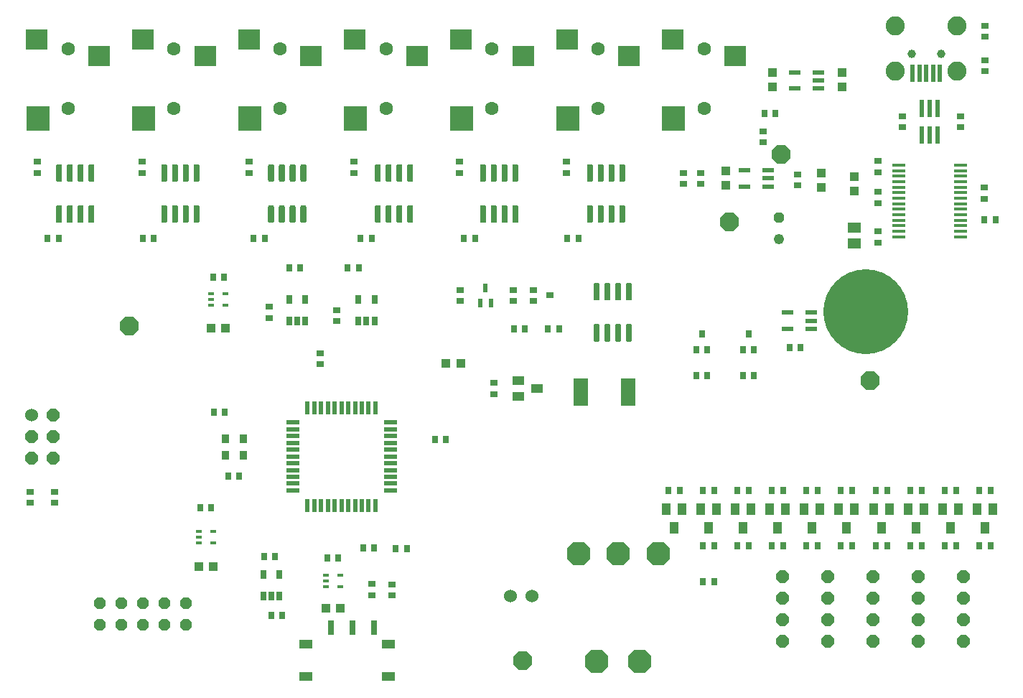
<source format=gbr>
G04 EAGLE Gerber RS-274X export*
G75*
%MOMM*%
%FSLAX34Y34*%
%LPD*%
%INSoldermask Top*%
%IPPOS*%
%AMOC8*
5,1,8,0,0,1.08239X$1,22.5*%
G01*
%ADD10C,10.000000*%
%ADD11P,1.649562X8X112.500000*%
%ADD12R,0.700000X0.900000*%
%ADD13R,0.900000X0.700000*%
%ADD14R,1.500000X1.300000*%
%ADD15R,0.600000X2.000000*%
%ADD16R,0.500000X2.000000*%
%ADD17C,2.250000*%
%ADD18C,1.000000*%
%ADD19R,1.000000X1.400000*%
%ADD20R,1.000000X1.100000*%
%ADD21R,1.408000X0.600000*%
%ADD22P,2.336880X8X22.500000*%
%ADD23P,1.484606X8X202.500000*%
%ADD24R,1.500000X0.400000*%
%ADD25R,0.690000X0.990000*%
%ADD26R,2.550000X2.400000*%
%ADD27R,2.750000X2.900000*%
%ADD28C,1.600000*%
%ADD29R,0.550000X1.550000*%
%ADD30R,1.550000X0.550000*%
%ADD31R,0.900000X1.100000*%
%ADD32C,1.524000*%
%ADD33P,1.649562X8X292.500000*%
%ADD34R,0.600000X1.000000*%
%ADD35P,2.336880X8X202.500000*%
%ADD36R,0.700000X1.700000*%
%ADD37R,1.550000X1.100000*%
%ADD38R,0.700000X0.400000*%
%ADD39R,1.400000X1.000000*%
%ADD40R,1.800000X3.200000*%
%ADD41P,1.319650X8X112.500000*%
%ADD42C,1.219200*%
%ADD43P,3.010451X8X112.500000*%

G36*
X108866Y603872D02*
X108866Y603872D01*
X108873Y603877D01*
X108877Y603873D01*
X109136Y603935D01*
X109140Y603940D01*
X109144Y603937D01*
X109391Y604039D01*
X109394Y604045D01*
X109398Y604043D01*
X109625Y604183D01*
X109627Y604188D01*
X109631Y604188D01*
X109834Y604361D01*
X109835Y604366D01*
X109840Y604366D01*
X110013Y604569D01*
X110013Y604575D01*
X110017Y604575D01*
X110157Y604802D01*
X110156Y604808D01*
X110161Y604809D01*
X110263Y605056D01*
X110261Y605062D01*
X110265Y605064D01*
X110327Y605323D01*
X110325Y605328D01*
X110328Y605330D01*
X110349Y605596D01*
X110347Y605599D01*
X110349Y605600D01*
X110349Y622900D01*
X110347Y622902D01*
X110349Y622904D01*
X110328Y623170D01*
X110324Y623174D01*
X110327Y623177D01*
X110265Y623436D01*
X110260Y623440D01*
X110263Y623444D01*
X110161Y623691D01*
X110155Y623694D01*
X110157Y623698D01*
X110017Y623925D01*
X110012Y623927D01*
X110013Y623931D01*
X109840Y624134D01*
X109834Y624135D01*
X109834Y624140D01*
X109631Y624313D01*
X109625Y624313D01*
X109625Y624317D01*
X109398Y624457D01*
X109392Y624456D01*
X109391Y624461D01*
X109144Y624563D01*
X109138Y624561D01*
X109136Y624565D01*
X108877Y624627D01*
X108872Y624625D01*
X108870Y624628D01*
X108604Y624649D01*
X108601Y624647D01*
X108600Y624649D01*
X105034Y624628D01*
X105027Y624623D01*
X105023Y624627D01*
X104764Y624565D01*
X104760Y624560D01*
X104756Y624563D01*
X104509Y624461D01*
X104506Y624455D01*
X104502Y624457D01*
X104275Y624317D01*
X104273Y624312D01*
X104269Y624313D01*
X104066Y624140D01*
X104065Y624134D01*
X104061Y624134D01*
X103888Y623931D01*
X103887Y623925D01*
X103883Y623925D01*
X103743Y623698D01*
X103744Y623692D01*
X103739Y623691D01*
X103637Y623444D01*
X103639Y623438D01*
X103635Y623436D01*
X103573Y623177D01*
X103575Y623172D01*
X103572Y623170D01*
X103551Y622904D01*
X103553Y622901D01*
X103551Y622900D01*
X103551Y605600D01*
X103553Y605598D01*
X103551Y605596D01*
X103572Y605330D01*
X103576Y605326D01*
X103573Y605323D01*
X103635Y605064D01*
X103640Y605060D01*
X103637Y605056D01*
X103739Y604809D01*
X103745Y604806D01*
X103743Y604802D01*
X103883Y604575D01*
X103888Y604573D01*
X103888Y604569D01*
X104061Y604366D01*
X104066Y604365D01*
X104066Y604361D01*
X104269Y604188D01*
X104275Y604187D01*
X104275Y604183D01*
X104502Y604043D01*
X104508Y604044D01*
X104509Y604039D01*
X104756Y603937D01*
X104762Y603939D01*
X104764Y603935D01*
X105023Y603873D01*
X105028Y603875D01*
X105030Y603872D01*
X105296Y603851D01*
X105299Y603853D01*
X105300Y603851D01*
X108866Y603872D01*
G37*
G36*
X497566Y603872D02*
X497566Y603872D01*
X497573Y603877D01*
X497577Y603873D01*
X497836Y603935D01*
X497840Y603940D01*
X497844Y603937D01*
X498091Y604039D01*
X498094Y604045D01*
X498098Y604043D01*
X498325Y604183D01*
X498327Y604188D01*
X498331Y604188D01*
X498534Y604361D01*
X498535Y604366D01*
X498540Y604366D01*
X498713Y604569D01*
X498713Y604575D01*
X498717Y604575D01*
X498857Y604802D01*
X498856Y604808D01*
X498861Y604809D01*
X498963Y605056D01*
X498961Y605062D01*
X498965Y605064D01*
X499027Y605323D01*
X499025Y605328D01*
X499028Y605330D01*
X499049Y605596D01*
X499047Y605599D01*
X499049Y605600D01*
X499049Y622900D01*
X499047Y622902D01*
X499049Y622904D01*
X499028Y623170D01*
X499024Y623174D01*
X499027Y623177D01*
X498965Y623436D01*
X498960Y623440D01*
X498963Y623444D01*
X498861Y623691D01*
X498855Y623694D01*
X498857Y623698D01*
X498717Y623925D01*
X498712Y623927D01*
X498713Y623931D01*
X498540Y624134D01*
X498534Y624135D01*
X498534Y624140D01*
X498331Y624313D01*
X498325Y624313D01*
X498325Y624317D01*
X498098Y624457D01*
X498092Y624456D01*
X498091Y624461D01*
X497844Y624563D01*
X497838Y624561D01*
X497836Y624565D01*
X497577Y624627D01*
X497572Y624625D01*
X497570Y624628D01*
X497304Y624649D01*
X497301Y624647D01*
X497300Y624649D01*
X493734Y624628D01*
X493727Y624623D01*
X493723Y624627D01*
X493464Y624565D01*
X493460Y624560D01*
X493456Y624563D01*
X493209Y624461D01*
X493206Y624455D01*
X493202Y624457D01*
X492975Y624317D01*
X492973Y624312D01*
X492969Y624313D01*
X492766Y624140D01*
X492765Y624134D01*
X492761Y624134D01*
X492588Y623931D01*
X492587Y623925D01*
X492583Y623925D01*
X492443Y623698D01*
X492444Y623692D01*
X492439Y623691D01*
X492337Y623444D01*
X492339Y623438D01*
X492335Y623436D01*
X492273Y623177D01*
X492275Y623172D01*
X492272Y623170D01*
X492251Y622904D01*
X492253Y622901D01*
X492251Y622900D01*
X492251Y605600D01*
X492253Y605598D01*
X492251Y605596D01*
X492272Y605330D01*
X492276Y605326D01*
X492273Y605323D01*
X492335Y605064D01*
X492340Y605060D01*
X492337Y605056D01*
X492439Y604809D01*
X492445Y604806D01*
X492443Y604802D01*
X492583Y604575D01*
X492588Y604573D01*
X492588Y604569D01*
X492761Y604366D01*
X492766Y604365D01*
X492766Y604361D01*
X492969Y604188D01*
X492975Y604187D01*
X492975Y604183D01*
X493202Y604043D01*
X493208Y604044D01*
X493209Y604039D01*
X493456Y603937D01*
X493462Y603939D01*
X493464Y603935D01*
X493723Y603873D01*
X493728Y603875D01*
X493730Y603872D01*
X493996Y603851D01*
X493999Y603853D01*
X494000Y603851D01*
X497566Y603872D01*
G37*
G36*
X358866Y603872D02*
X358866Y603872D01*
X358873Y603877D01*
X358877Y603873D01*
X359136Y603935D01*
X359140Y603940D01*
X359144Y603937D01*
X359391Y604039D01*
X359394Y604045D01*
X359398Y604043D01*
X359625Y604183D01*
X359627Y604188D01*
X359631Y604188D01*
X359834Y604361D01*
X359835Y604366D01*
X359840Y604366D01*
X360013Y604569D01*
X360013Y604575D01*
X360017Y604575D01*
X360157Y604802D01*
X360156Y604808D01*
X360161Y604809D01*
X360263Y605056D01*
X360261Y605062D01*
X360265Y605064D01*
X360327Y605323D01*
X360325Y605328D01*
X360328Y605330D01*
X360349Y605596D01*
X360347Y605599D01*
X360349Y605600D01*
X360349Y622900D01*
X360347Y622902D01*
X360349Y622904D01*
X360328Y623170D01*
X360324Y623174D01*
X360327Y623177D01*
X360265Y623436D01*
X360260Y623440D01*
X360263Y623444D01*
X360161Y623691D01*
X360155Y623694D01*
X360157Y623698D01*
X360017Y623925D01*
X360012Y623927D01*
X360013Y623931D01*
X359840Y624134D01*
X359834Y624135D01*
X359834Y624140D01*
X359631Y624313D01*
X359625Y624313D01*
X359625Y624317D01*
X359398Y624457D01*
X359392Y624456D01*
X359391Y624461D01*
X359144Y624563D01*
X359138Y624561D01*
X359136Y624565D01*
X358877Y624627D01*
X358872Y624625D01*
X358870Y624628D01*
X358604Y624649D01*
X358601Y624647D01*
X358600Y624649D01*
X355034Y624628D01*
X355027Y624623D01*
X355023Y624627D01*
X354764Y624565D01*
X354760Y624560D01*
X354756Y624563D01*
X354509Y624461D01*
X354506Y624455D01*
X354502Y624457D01*
X354275Y624317D01*
X354273Y624312D01*
X354269Y624313D01*
X354066Y624140D01*
X354065Y624134D01*
X354061Y624134D01*
X353888Y623931D01*
X353887Y623925D01*
X353883Y623925D01*
X353743Y623698D01*
X353744Y623692D01*
X353739Y623691D01*
X353637Y623444D01*
X353639Y623438D01*
X353635Y623436D01*
X353573Y623177D01*
X353575Y623172D01*
X353572Y623170D01*
X353551Y622904D01*
X353553Y622901D01*
X353551Y622900D01*
X353551Y605600D01*
X353553Y605598D01*
X353551Y605596D01*
X353572Y605330D01*
X353576Y605326D01*
X353573Y605323D01*
X353635Y605064D01*
X353640Y605060D01*
X353637Y605056D01*
X353739Y604809D01*
X353745Y604806D01*
X353743Y604802D01*
X353883Y604575D01*
X353888Y604573D01*
X353888Y604569D01*
X354061Y604366D01*
X354066Y604365D01*
X354066Y604361D01*
X354269Y604188D01*
X354275Y604187D01*
X354275Y604183D01*
X354502Y604043D01*
X354508Y604044D01*
X354509Y604039D01*
X354756Y603937D01*
X354762Y603939D01*
X354764Y603935D01*
X355023Y603873D01*
X355028Y603875D01*
X355030Y603872D01*
X355296Y603851D01*
X355299Y603853D01*
X355300Y603851D01*
X358866Y603872D01*
G37*
G36*
X484866Y603872D02*
X484866Y603872D01*
X484873Y603877D01*
X484877Y603873D01*
X485136Y603935D01*
X485140Y603940D01*
X485144Y603937D01*
X485391Y604039D01*
X485394Y604045D01*
X485398Y604043D01*
X485625Y604183D01*
X485627Y604188D01*
X485631Y604188D01*
X485834Y604361D01*
X485835Y604366D01*
X485840Y604366D01*
X486013Y604569D01*
X486013Y604575D01*
X486017Y604575D01*
X486157Y604802D01*
X486156Y604808D01*
X486161Y604809D01*
X486263Y605056D01*
X486261Y605062D01*
X486265Y605064D01*
X486327Y605323D01*
X486325Y605328D01*
X486328Y605330D01*
X486349Y605596D01*
X486347Y605599D01*
X486349Y605600D01*
X486349Y622900D01*
X486347Y622902D01*
X486349Y622904D01*
X486328Y623170D01*
X486324Y623174D01*
X486327Y623177D01*
X486265Y623436D01*
X486260Y623440D01*
X486263Y623444D01*
X486161Y623691D01*
X486155Y623694D01*
X486157Y623698D01*
X486017Y623925D01*
X486012Y623927D01*
X486013Y623931D01*
X485840Y624134D01*
X485834Y624135D01*
X485834Y624140D01*
X485631Y624313D01*
X485625Y624313D01*
X485625Y624317D01*
X485398Y624457D01*
X485392Y624456D01*
X485391Y624461D01*
X485144Y624563D01*
X485138Y624561D01*
X485136Y624565D01*
X484877Y624627D01*
X484872Y624625D01*
X484870Y624628D01*
X484604Y624649D01*
X484601Y624647D01*
X484600Y624649D01*
X481034Y624628D01*
X481027Y624623D01*
X481023Y624627D01*
X480764Y624565D01*
X480760Y624560D01*
X480756Y624563D01*
X480509Y624461D01*
X480506Y624455D01*
X480502Y624457D01*
X480275Y624317D01*
X480273Y624312D01*
X480269Y624313D01*
X480066Y624140D01*
X480065Y624134D01*
X480061Y624134D01*
X479888Y623931D01*
X479887Y623925D01*
X479883Y623925D01*
X479743Y623698D01*
X479744Y623692D01*
X479739Y623691D01*
X479637Y623444D01*
X479639Y623438D01*
X479635Y623436D01*
X479573Y623177D01*
X479575Y623172D01*
X479572Y623170D01*
X479551Y622904D01*
X479553Y622901D01*
X479551Y622900D01*
X479551Y605600D01*
X479553Y605598D01*
X479551Y605596D01*
X479572Y605330D01*
X479576Y605326D01*
X479573Y605323D01*
X479635Y605064D01*
X479640Y605060D01*
X479637Y605056D01*
X479739Y604809D01*
X479745Y604806D01*
X479743Y604802D01*
X479883Y604575D01*
X479888Y604573D01*
X479888Y604569D01*
X480061Y604366D01*
X480066Y604365D01*
X480066Y604361D01*
X480269Y604188D01*
X480275Y604187D01*
X480275Y604183D01*
X480502Y604043D01*
X480508Y604044D01*
X480509Y604039D01*
X480756Y603937D01*
X480762Y603939D01*
X480764Y603935D01*
X481023Y603873D01*
X481028Y603875D01*
X481030Y603872D01*
X481296Y603851D01*
X481299Y603853D01*
X481300Y603851D01*
X484866Y603872D01*
G37*
G36*
X371566Y603872D02*
X371566Y603872D01*
X371573Y603877D01*
X371577Y603873D01*
X371836Y603935D01*
X371840Y603940D01*
X371844Y603937D01*
X372091Y604039D01*
X372094Y604045D01*
X372098Y604043D01*
X372325Y604183D01*
X372327Y604188D01*
X372331Y604188D01*
X372534Y604361D01*
X372535Y604366D01*
X372540Y604366D01*
X372713Y604569D01*
X372713Y604575D01*
X372717Y604575D01*
X372857Y604802D01*
X372856Y604808D01*
X372861Y604809D01*
X372963Y605056D01*
X372961Y605062D01*
X372965Y605064D01*
X373027Y605323D01*
X373025Y605328D01*
X373028Y605330D01*
X373049Y605596D01*
X373047Y605599D01*
X373049Y605600D01*
X373049Y622900D01*
X373047Y622902D01*
X373049Y622904D01*
X373028Y623170D01*
X373024Y623174D01*
X373027Y623177D01*
X372965Y623436D01*
X372960Y623440D01*
X372963Y623444D01*
X372861Y623691D01*
X372855Y623694D01*
X372857Y623698D01*
X372717Y623925D01*
X372712Y623927D01*
X372713Y623931D01*
X372540Y624134D01*
X372534Y624135D01*
X372534Y624140D01*
X372331Y624313D01*
X372325Y624313D01*
X372325Y624317D01*
X372098Y624457D01*
X372092Y624456D01*
X372091Y624461D01*
X371844Y624563D01*
X371838Y624561D01*
X371836Y624565D01*
X371577Y624627D01*
X371572Y624625D01*
X371570Y624628D01*
X371304Y624649D01*
X371301Y624647D01*
X371300Y624649D01*
X367734Y624628D01*
X367727Y624623D01*
X367723Y624627D01*
X367464Y624565D01*
X367460Y624560D01*
X367456Y624563D01*
X367209Y624461D01*
X367206Y624455D01*
X367202Y624457D01*
X366975Y624317D01*
X366973Y624312D01*
X366969Y624313D01*
X366766Y624140D01*
X366765Y624134D01*
X366761Y624134D01*
X366588Y623931D01*
X366587Y623925D01*
X366583Y623925D01*
X366443Y623698D01*
X366444Y623692D01*
X366439Y623691D01*
X366337Y623444D01*
X366339Y623438D01*
X366335Y623436D01*
X366273Y623177D01*
X366275Y623172D01*
X366272Y623170D01*
X366251Y622904D01*
X366253Y622901D01*
X366251Y622900D01*
X366251Y605600D01*
X366253Y605598D01*
X366251Y605596D01*
X366272Y605330D01*
X366276Y605326D01*
X366273Y605323D01*
X366335Y605064D01*
X366340Y605060D01*
X366337Y605056D01*
X366439Y604809D01*
X366445Y604806D01*
X366443Y604802D01*
X366583Y604575D01*
X366588Y604573D01*
X366588Y604569D01*
X366761Y604366D01*
X366766Y604365D01*
X366766Y604361D01*
X366969Y604188D01*
X366975Y604187D01*
X366975Y604183D01*
X367202Y604043D01*
X367208Y604044D01*
X367209Y604039D01*
X367456Y603937D01*
X367462Y603939D01*
X367464Y603935D01*
X367723Y603873D01*
X367728Y603875D01*
X367730Y603872D01*
X367996Y603851D01*
X367999Y603853D01*
X368000Y603851D01*
X371566Y603872D01*
G37*
G36*
X621566Y603872D02*
X621566Y603872D01*
X621573Y603877D01*
X621577Y603873D01*
X621836Y603935D01*
X621840Y603940D01*
X621844Y603937D01*
X622091Y604039D01*
X622094Y604045D01*
X622098Y604043D01*
X622325Y604183D01*
X622327Y604188D01*
X622331Y604188D01*
X622534Y604361D01*
X622535Y604366D01*
X622540Y604366D01*
X622713Y604569D01*
X622713Y604575D01*
X622717Y604575D01*
X622857Y604802D01*
X622856Y604808D01*
X622861Y604809D01*
X622963Y605056D01*
X622961Y605062D01*
X622965Y605064D01*
X623027Y605323D01*
X623025Y605328D01*
X623028Y605330D01*
X623049Y605596D01*
X623047Y605599D01*
X623049Y605600D01*
X623049Y622900D01*
X623047Y622902D01*
X623049Y622904D01*
X623028Y623170D01*
X623024Y623174D01*
X623027Y623177D01*
X622965Y623436D01*
X622960Y623440D01*
X622963Y623444D01*
X622861Y623691D01*
X622855Y623694D01*
X622857Y623698D01*
X622717Y623925D01*
X622712Y623927D01*
X622713Y623931D01*
X622540Y624134D01*
X622534Y624135D01*
X622534Y624140D01*
X622331Y624313D01*
X622325Y624313D01*
X622325Y624317D01*
X622098Y624457D01*
X622092Y624456D01*
X622091Y624461D01*
X621844Y624563D01*
X621838Y624561D01*
X621836Y624565D01*
X621577Y624627D01*
X621572Y624625D01*
X621570Y624628D01*
X621304Y624649D01*
X621301Y624647D01*
X621300Y624649D01*
X617734Y624628D01*
X617727Y624623D01*
X617723Y624627D01*
X617464Y624565D01*
X617460Y624560D01*
X617456Y624563D01*
X617209Y624461D01*
X617206Y624455D01*
X617202Y624457D01*
X616975Y624317D01*
X616973Y624312D01*
X616969Y624313D01*
X616766Y624140D01*
X616765Y624134D01*
X616761Y624134D01*
X616588Y623931D01*
X616587Y623925D01*
X616583Y623925D01*
X616443Y623698D01*
X616444Y623692D01*
X616439Y623691D01*
X616337Y623444D01*
X616339Y623438D01*
X616335Y623436D01*
X616273Y623177D01*
X616275Y623172D01*
X616272Y623170D01*
X616251Y622904D01*
X616253Y622901D01*
X616251Y622900D01*
X616251Y605600D01*
X616253Y605598D01*
X616251Y605596D01*
X616272Y605330D01*
X616276Y605326D01*
X616273Y605323D01*
X616335Y605064D01*
X616340Y605060D01*
X616337Y605056D01*
X616439Y604809D01*
X616445Y604806D01*
X616443Y604802D01*
X616583Y604575D01*
X616588Y604573D01*
X616588Y604569D01*
X616761Y604366D01*
X616766Y604365D01*
X616766Y604361D01*
X616969Y604188D01*
X616975Y604187D01*
X616975Y604183D01*
X617202Y604043D01*
X617208Y604044D01*
X617209Y604039D01*
X617456Y603937D01*
X617462Y603939D01*
X617464Y603935D01*
X617723Y603873D01*
X617728Y603875D01*
X617730Y603872D01*
X617996Y603851D01*
X617999Y603853D01*
X618000Y603851D01*
X621566Y603872D01*
G37*
G36*
X608866Y603872D02*
X608866Y603872D01*
X608873Y603877D01*
X608877Y603873D01*
X609136Y603935D01*
X609140Y603940D01*
X609144Y603937D01*
X609391Y604039D01*
X609394Y604045D01*
X609398Y604043D01*
X609625Y604183D01*
X609627Y604188D01*
X609631Y604188D01*
X609834Y604361D01*
X609835Y604366D01*
X609840Y604366D01*
X610013Y604569D01*
X610013Y604575D01*
X610017Y604575D01*
X610157Y604802D01*
X610156Y604808D01*
X610161Y604809D01*
X610263Y605056D01*
X610261Y605062D01*
X610265Y605064D01*
X610327Y605323D01*
X610325Y605328D01*
X610328Y605330D01*
X610349Y605596D01*
X610347Y605599D01*
X610349Y605600D01*
X610349Y622900D01*
X610347Y622902D01*
X610349Y622904D01*
X610328Y623170D01*
X610324Y623174D01*
X610327Y623177D01*
X610265Y623436D01*
X610260Y623440D01*
X610263Y623444D01*
X610161Y623691D01*
X610155Y623694D01*
X610157Y623698D01*
X610017Y623925D01*
X610012Y623927D01*
X610013Y623931D01*
X609840Y624134D01*
X609834Y624135D01*
X609834Y624140D01*
X609631Y624313D01*
X609625Y624313D01*
X609625Y624317D01*
X609398Y624457D01*
X609392Y624456D01*
X609391Y624461D01*
X609144Y624563D01*
X609138Y624561D01*
X609136Y624565D01*
X608877Y624627D01*
X608872Y624625D01*
X608870Y624628D01*
X608604Y624649D01*
X608601Y624647D01*
X608600Y624649D01*
X605034Y624628D01*
X605027Y624623D01*
X605023Y624627D01*
X604764Y624565D01*
X604760Y624560D01*
X604756Y624563D01*
X604509Y624461D01*
X604506Y624455D01*
X604502Y624457D01*
X604275Y624317D01*
X604273Y624312D01*
X604269Y624313D01*
X604066Y624140D01*
X604065Y624134D01*
X604061Y624134D01*
X603888Y623931D01*
X603887Y623925D01*
X603883Y623925D01*
X603743Y623698D01*
X603744Y623692D01*
X603739Y623691D01*
X603637Y623444D01*
X603639Y623438D01*
X603635Y623436D01*
X603573Y623177D01*
X603575Y623172D01*
X603572Y623170D01*
X603551Y622904D01*
X603553Y622901D01*
X603551Y622900D01*
X603551Y605600D01*
X603553Y605598D01*
X603551Y605596D01*
X603572Y605330D01*
X603576Y605326D01*
X603573Y605323D01*
X603635Y605064D01*
X603640Y605060D01*
X603637Y605056D01*
X603739Y604809D01*
X603745Y604806D01*
X603743Y604802D01*
X603883Y604575D01*
X603888Y604573D01*
X603888Y604569D01*
X604061Y604366D01*
X604066Y604365D01*
X604066Y604361D01*
X604269Y604188D01*
X604275Y604187D01*
X604275Y604183D01*
X604502Y604043D01*
X604508Y604044D01*
X604509Y604039D01*
X604756Y603937D01*
X604762Y603939D01*
X604764Y603935D01*
X605023Y603873D01*
X605028Y603875D01*
X605030Y603872D01*
X605296Y603851D01*
X605299Y603853D01*
X605300Y603851D01*
X608866Y603872D01*
G37*
G36*
X134266Y603872D02*
X134266Y603872D01*
X134273Y603877D01*
X134277Y603873D01*
X134536Y603935D01*
X134540Y603940D01*
X134544Y603937D01*
X134791Y604039D01*
X134794Y604045D01*
X134798Y604043D01*
X135025Y604183D01*
X135027Y604188D01*
X135031Y604188D01*
X135234Y604361D01*
X135235Y604366D01*
X135240Y604366D01*
X135413Y604569D01*
X135413Y604575D01*
X135417Y604575D01*
X135557Y604802D01*
X135556Y604808D01*
X135561Y604809D01*
X135663Y605056D01*
X135661Y605062D01*
X135665Y605064D01*
X135727Y605323D01*
X135725Y605328D01*
X135728Y605330D01*
X135749Y605596D01*
X135747Y605599D01*
X135749Y605600D01*
X135749Y622900D01*
X135747Y622902D01*
X135749Y622904D01*
X135728Y623170D01*
X135724Y623174D01*
X135727Y623177D01*
X135665Y623436D01*
X135660Y623440D01*
X135663Y623444D01*
X135561Y623691D01*
X135555Y623694D01*
X135557Y623698D01*
X135417Y623925D01*
X135412Y623927D01*
X135413Y623931D01*
X135240Y624134D01*
X135234Y624135D01*
X135234Y624140D01*
X135031Y624313D01*
X135025Y624313D01*
X135025Y624317D01*
X134798Y624457D01*
X134792Y624456D01*
X134791Y624461D01*
X134544Y624563D01*
X134538Y624561D01*
X134536Y624565D01*
X134277Y624627D01*
X134272Y624625D01*
X134270Y624628D01*
X134004Y624649D01*
X134001Y624647D01*
X134000Y624649D01*
X130434Y624628D01*
X130427Y624623D01*
X130423Y624627D01*
X130164Y624565D01*
X130160Y624560D01*
X130156Y624563D01*
X129909Y624461D01*
X129906Y624455D01*
X129902Y624457D01*
X129675Y624317D01*
X129673Y624312D01*
X129669Y624313D01*
X129466Y624140D01*
X129465Y624134D01*
X129461Y624134D01*
X129288Y623931D01*
X129287Y623925D01*
X129283Y623925D01*
X129143Y623698D01*
X129144Y623692D01*
X129139Y623691D01*
X129037Y623444D01*
X129039Y623438D01*
X129035Y623436D01*
X128973Y623177D01*
X128975Y623172D01*
X128972Y623170D01*
X128951Y622904D01*
X128953Y622901D01*
X128951Y622900D01*
X128951Y605600D01*
X128953Y605598D01*
X128951Y605596D01*
X128972Y605330D01*
X128976Y605326D01*
X128973Y605323D01*
X129035Y605064D01*
X129040Y605060D01*
X129037Y605056D01*
X129139Y604809D01*
X129145Y604806D01*
X129143Y604802D01*
X129283Y604575D01*
X129288Y604573D01*
X129288Y604569D01*
X129461Y604366D01*
X129466Y604365D01*
X129466Y604361D01*
X129669Y604188D01*
X129675Y604187D01*
X129675Y604183D01*
X129902Y604043D01*
X129908Y604044D01*
X129909Y604039D01*
X130156Y603937D01*
X130162Y603939D01*
X130164Y603935D01*
X130423Y603873D01*
X130428Y603875D01*
X130430Y603872D01*
X130696Y603851D01*
X130699Y603853D01*
X130700Y603851D01*
X134266Y603872D01*
G37*
G36*
X232866Y603872D02*
X232866Y603872D01*
X232873Y603877D01*
X232877Y603873D01*
X233136Y603935D01*
X233140Y603940D01*
X233144Y603937D01*
X233391Y604039D01*
X233394Y604045D01*
X233398Y604043D01*
X233625Y604183D01*
X233627Y604188D01*
X233631Y604188D01*
X233834Y604361D01*
X233835Y604366D01*
X233840Y604366D01*
X234013Y604569D01*
X234013Y604575D01*
X234017Y604575D01*
X234157Y604802D01*
X234156Y604808D01*
X234161Y604809D01*
X234263Y605056D01*
X234261Y605062D01*
X234265Y605064D01*
X234327Y605323D01*
X234325Y605328D01*
X234328Y605330D01*
X234349Y605596D01*
X234347Y605599D01*
X234349Y605600D01*
X234349Y622900D01*
X234347Y622902D01*
X234349Y622904D01*
X234328Y623170D01*
X234324Y623174D01*
X234327Y623177D01*
X234265Y623436D01*
X234260Y623440D01*
X234263Y623444D01*
X234161Y623691D01*
X234155Y623694D01*
X234157Y623698D01*
X234017Y623925D01*
X234012Y623927D01*
X234013Y623931D01*
X233840Y624134D01*
X233834Y624135D01*
X233834Y624140D01*
X233631Y624313D01*
X233625Y624313D01*
X233625Y624317D01*
X233398Y624457D01*
X233392Y624456D01*
X233391Y624461D01*
X233144Y624563D01*
X233138Y624561D01*
X233136Y624565D01*
X232877Y624627D01*
X232872Y624625D01*
X232870Y624628D01*
X232604Y624649D01*
X232601Y624647D01*
X232600Y624649D01*
X229034Y624628D01*
X229027Y624623D01*
X229023Y624627D01*
X228764Y624565D01*
X228760Y624560D01*
X228756Y624563D01*
X228509Y624461D01*
X228506Y624455D01*
X228502Y624457D01*
X228275Y624317D01*
X228273Y624312D01*
X228269Y624313D01*
X228066Y624140D01*
X228065Y624134D01*
X228061Y624134D01*
X227888Y623931D01*
X227887Y623925D01*
X227883Y623925D01*
X227743Y623698D01*
X227744Y623692D01*
X227739Y623691D01*
X227637Y623444D01*
X227639Y623438D01*
X227635Y623436D01*
X227573Y623177D01*
X227575Y623172D01*
X227572Y623170D01*
X227551Y622904D01*
X227553Y622901D01*
X227551Y622900D01*
X227551Y605600D01*
X227553Y605598D01*
X227551Y605596D01*
X227572Y605330D01*
X227576Y605326D01*
X227573Y605323D01*
X227635Y605064D01*
X227640Y605060D01*
X227637Y605056D01*
X227739Y604809D01*
X227745Y604806D01*
X227743Y604802D01*
X227883Y604575D01*
X227888Y604573D01*
X227888Y604569D01*
X228061Y604366D01*
X228066Y604365D01*
X228066Y604361D01*
X228269Y604188D01*
X228275Y604187D01*
X228275Y604183D01*
X228502Y604043D01*
X228508Y604044D01*
X228509Y604039D01*
X228756Y603937D01*
X228762Y603939D01*
X228764Y603935D01*
X229023Y603873D01*
X229028Y603875D01*
X229030Y603872D01*
X229296Y603851D01*
X229299Y603853D01*
X229300Y603851D01*
X232866Y603872D01*
G37*
G36*
X121566Y603872D02*
X121566Y603872D01*
X121573Y603877D01*
X121577Y603873D01*
X121836Y603935D01*
X121840Y603940D01*
X121844Y603937D01*
X122091Y604039D01*
X122094Y604045D01*
X122098Y604043D01*
X122325Y604183D01*
X122327Y604188D01*
X122331Y604188D01*
X122534Y604361D01*
X122535Y604366D01*
X122540Y604366D01*
X122713Y604569D01*
X122713Y604575D01*
X122717Y604575D01*
X122857Y604802D01*
X122856Y604808D01*
X122861Y604809D01*
X122963Y605056D01*
X122961Y605062D01*
X122965Y605064D01*
X123027Y605323D01*
X123025Y605328D01*
X123028Y605330D01*
X123049Y605596D01*
X123047Y605599D01*
X123049Y605600D01*
X123049Y622900D01*
X123047Y622902D01*
X123049Y622904D01*
X123028Y623170D01*
X123024Y623174D01*
X123027Y623177D01*
X122965Y623436D01*
X122960Y623440D01*
X122963Y623444D01*
X122861Y623691D01*
X122855Y623694D01*
X122857Y623698D01*
X122717Y623925D01*
X122712Y623927D01*
X122713Y623931D01*
X122540Y624134D01*
X122534Y624135D01*
X122534Y624140D01*
X122331Y624313D01*
X122325Y624313D01*
X122325Y624317D01*
X122098Y624457D01*
X122092Y624456D01*
X122091Y624461D01*
X121844Y624563D01*
X121838Y624561D01*
X121836Y624565D01*
X121577Y624627D01*
X121572Y624625D01*
X121570Y624628D01*
X121304Y624649D01*
X121301Y624647D01*
X121300Y624649D01*
X117734Y624628D01*
X117727Y624623D01*
X117723Y624627D01*
X117464Y624565D01*
X117460Y624560D01*
X117456Y624563D01*
X117209Y624461D01*
X117206Y624455D01*
X117202Y624457D01*
X116975Y624317D01*
X116973Y624312D01*
X116969Y624313D01*
X116766Y624140D01*
X116765Y624134D01*
X116761Y624134D01*
X116588Y623931D01*
X116587Y623925D01*
X116583Y623925D01*
X116443Y623698D01*
X116444Y623692D01*
X116439Y623691D01*
X116337Y623444D01*
X116339Y623438D01*
X116335Y623436D01*
X116273Y623177D01*
X116275Y623172D01*
X116272Y623170D01*
X116251Y622904D01*
X116253Y622901D01*
X116251Y622900D01*
X116251Y605600D01*
X116253Y605598D01*
X116251Y605596D01*
X116272Y605330D01*
X116276Y605326D01*
X116273Y605323D01*
X116335Y605064D01*
X116340Y605060D01*
X116337Y605056D01*
X116439Y604809D01*
X116445Y604806D01*
X116443Y604802D01*
X116583Y604575D01*
X116588Y604573D01*
X116588Y604569D01*
X116761Y604366D01*
X116766Y604365D01*
X116766Y604361D01*
X116969Y604188D01*
X116975Y604187D01*
X116975Y604183D01*
X117202Y604043D01*
X117208Y604044D01*
X117209Y604039D01*
X117456Y603937D01*
X117462Y603939D01*
X117464Y603935D01*
X117723Y603873D01*
X117728Y603875D01*
X117730Y603872D01*
X117996Y603851D01*
X117999Y603853D01*
X118000Y603851D01*
X121566Y603872D01*
G37*
G36*
X747566Y603872D02*
X747566Y603872D01*
X747573Y603877D01*
X747577Y603873D01*
X747836Y603935D01*
X747840Y603940D01*
X747844Y603937D01*
X748091Y604039D01*
X748094Y604045D01*
X748098Y604043D01*
X748325Y604183D01*
X748327Y604188D01*
X748331Y604188D01*
X748534Y604361D01*
X748535Y604366D01*
X748540Y604366D01*
X748713Y604569D01*
X748713Y604575D01*
X748717Y604575D01*
X748857Y604802D01*
X748856Y604808D01*
X748861Y604809D01*
X748963Y605056D01*
X748961Y605062D01*
X748965Y605064D01*
X749027Y605323D01*
X749025Y605328D01*
X749028Y605330D01*
X749049Y605596D01*
X749047Y605599D01*
X749049Y605600D01*
X749049Y622900D01*
X749047Y622902D01*
X749049Y622904D01*
X749028Y623170D01*
X749024Y623174D01*
X749027Y623177D01*
X748965Y623436D01*
X748960Y623440D01*
X748963Y623444D01*
X748861Y623691D01*
X748855Y623694D01*
X748857Y623698D01*
X748717Y623925D01*
X748712Y623927D01*
X748713Y623931D01*
X748540Y624134D01*
X748534Y624135D01*
X748534Y624140D01*
X748331Y624313D01*
X748325Y624313D01*
X748325Y624317D01*
X748098Y624457D01*
X748092Y624456D01*
X748091Y624461D01*
X747844Y624563D01*
X747838Y624561D01*
X747836Y624565D01*
X747577Y624627D01*
X747572Y624625D01*
X747570Y624628D01*
X747304Y624649D01*
X747301Y624647D01*
X747300Y624649D01*
X743734Y624628D01*
X743727Y624623D01*
X743723Y624627D01*
X743464Y624565D01*
X743460Y624560D01*
X743456Y624563D01*
X743209Y624461D01*
X743206Y624455D01*
X743202Y624457D01*
X742975Y624317D01*
X742973Y624312D01*
X742969Y624313D01*
X742766Y624140D01*
X742765Y624134D01*
X742761Y624134D01*
X742588Y623931D01*
X742587Y623925D01*
X742583Y623925D01*
X742443Y623698D01*
X742444Y623692D01*
X742439Y623691D01*
X742337Y623444D01*
X742339Y623438D01*
X742335Y623436D01*
X742273Y623177D01*
X742275Y623172D01*
X742272Y623170D01*
X742251Y622904D01*
X742253Y622901D01*
X742251Y622900D01*
X742251Y605600D01*
X742253Y605598D01*
X742251Y605596D01*
X742272Y605330D01*
X742276Y605326D01*
X742273Y605323D01*
X742335Y605064D01*
X742340Y605060D01*
X742337Y605056D01*
X742439Y604809D01*
X742445Y604806D01*
X742443Y604802D01*
X742583Y604575D01*
X742588Y604573D01*
X742588Y604569D01*
X742761Y604366D01*
X742766Y604365D01*
X742766Y604361D01*
X742969Y604188D01*
X742975Y604187D01*
X742975Y604183D01*
X743202Y604043D01*
X743208Y604044D01*
X743209Y604039D01*
X743456Y603937D01*
X743462Y603939D01*
X743464Y603935D01*
X743723Y603873D01*
X743728Y603875D01*
X743730Y603872D01*
X743996Y603851D01*
X743999Y603853D01*
X744000Y603851D01*
X747566Y603872D01*
G37*
G36*
X146966Y603872D02*
X146966Y603872D01*
X146973Y603877D01*
X146977Y603873D01*
X147236Y603935D01*
X147240Y603940D01*
X147244Y603937D01*
X147491Y604039D01*
X147494Y604045D01*
X147498Y604043D01*
X147725Y604183D01*
X147727Y604188D01*
X147731Y604188D01*
X147934Y604361D01*
X147935Y604366D01*
X147940Y604366D01*
X148113Y604569D01*
X148113Y604575D01*
X148117Y604575D01*
X148257Y604802D01*
X148256Y604808D01*
X148261Y604809D01*
X148363Y605056D01*
X148361Y605062D01*
X148365Y605064D01*
X148427Y605323D01*
X148425Y605328D01*
X148428Y605330D01*
X148449Y605596D01*
X148447Y605599D01*
X148449Y605600D01*
X148449Y622900D01*
X148447Y622902D01*
X148449Y622904D01*
X148428Y623170D01*
X148424Y623174D01*
X148427Y623177D01*
X148365Y623436D01*
X148360Y623440D01*
X148363Y623444D01*
X148261Y623691D01*
X148255Y623694D01*
X148257Y623698D01*
X148117Y623925D01*
X148112Y623927D01*
X148113Y623931D01*
X147940Y624134D01*
X147934Y624135D01*
X147934Y624140D01*
X147731Y624313D01*
X147725Y624313D01*
X147725Y624317D01*
X147498Y624457D01*
X147492Y624456D01*
X147491Y624461D01*
X147244Y624563D01*
X147238Y624561D01*
X147236Y624565D01*
X146977Y624627D01*
X146972Y624625D01*
X146970Y624628D01*
X146704Y624649D01*
X146701Y624647D01*
X146700Y624649D01*
X143134Y624628D01*
X143127Y624623D01*
X143123Y624627D01*
X142864Y624565D01*
X142860Y624560D01*
X142856Y624563D01*
X142609Y624461D01*
X142606Y624455D01*
X142602Y624457D01*
X142375Y624317D01*
X142373Y624312D01*
X142369Y624313D01*
X142166Y624140D01*
X142165Y624134D01*
X142161Y624134D01*
X141988Y623931D01*
X141987Y623925D01*
X141983Y623925D01*
X141843Y623698D01*
X141844Y623692D01*
X141839Y623691D01*
X141737Y623444D01*
X141739Y623438D01*
X141735Y623436D01*
X141673Y623177D01*
X141675Y623172D01*
X141672Y623170D01*
X141651Y622904D01*
X141653Y622901D01*
X141651Y622900D01*
X141651Y605600D01*
X141653Y605598D01*
X141651Y605596D01*
X141672Y605330D01*
X141676Y605326D01*
X141673Y605323D01*
X141735Y605064D01*
X141740Y605060D01*
X141737Y605056D01*
X141839Y604809D01*
X141845Y604806D01*
X141843Y604802D01*
X141983Y604575D01*
X141988Y604573D01*
X141988Y604569D01*
X142161Y604366D01*
X142166Y604365D01*
X142166Y604361D01*
X142369Y604188D01*
X142375Y604187D01*
X142375Y604183D01*
X142602Y604043D01*
X142608Y604044D01*
X142609Y604039D01*
X142856Y603937D01*
X142862Y603939D01*
X142864Y603935D01*
X143123Y603873D01*
X143128Y603875D01*
X143130Y603872D01*
X143396Y603851D01*
X143399Y603853D01*
X143400Y603851D01*
X146966Y603872D01*
G37*
G36*
X384266Y603872D02*
X384266Y603872D01*
X384273Y603877D01*
X384277Y603873D01*
X384536Y603935D01*
X384540Y603940D01*
X384544Y603937D01*
X384791Y604039D01*
X384794Y604045D01*
X384798Y604043D01*
X385025Y604183D01*
X385027Y604188D01*
X385031Y604188D01*
X385234Y604361D01*
X385235Y604366D01*
X385240Y604366D01*
X385413Y604569D01*
X385413Y604575D01*
X385417Y604575D01*
X385557Y604802D01*
X385556Y604808D01*
X385561Y604809D01*
X385663Y605056D01*
X385661Y605062D01*
X385665Y605064D01*
X385727Y605323D01*
X385725Y605328D01*
X385728Y605330D01*
X385749Y605596D01*
X385747Y605599D01*
X385749Y605600D01*
X385749Y622900D01*
X385747Y622902D01*
X385749Y622904D01*
X385728Y623170D01*
X385724Y623174D01*
X385727Y623177D01*
X385665Y623436D01*
X385660Y623440D01*
X385663Y623444D01*
X385561Y623691D01*
X385555Y623694D01*
X385557Y623698D01*
X385417Y623925D01*
X385412Y623927D01*
X385413Y623931D01*
X385240Y624134D01*
X385234Y624135D01*
X385234Y624140D01*
X385031Y624313D01*
X385025Y624313D01*
X385025Y624317D01*
X384798Y624457D01*
X384792Y624456D01*
X384791Y624461D01*
X384544Y624563D01*
X384538Y624561D01*
X384536Y624565D01*
X384277Y624627D01*
X384272Y624625D01*
X384270Y624628D01*
X384004Y624649D01*
X384001Y624647D01*
X384000Y624649D01*
X380434Y624628D01*
X380427Y624623D01*
X380423Y624627D01*
X380164Y624565D01*
X380160Y624560D01*
X380156Y624563D01*
X379909Y624461D01*
X379906Y624455D01*
X379902Y624457D01*
X379675Y624317D01*
X379673Y624312D01*
X379669Y624313D01*
X379466Y624140D01*
X379465Y624134D01*
X379461Y624134D01*
X379288Y623931D01*
X379287Y623925D01*
X379283Y623925D01*
X379143Y623698D01*
X379144Y623692D01*
X379139Y623691D01*
X379037Y623444D01*
X379039Y623438D01*
X379035Y623436D01*
X378973Y623177D01*
X378975Y623172D01*
X378972Y623170D01*
X378951Y622904D01*
X378953Y622901D01*
X378951Y622900D01*
X378951Y605600D01*
X378953Y605598D01*
X378951Y605596D01*
X378972Y605330D01*
X378976Y605326D01*
X378973Y605323D01*
X379035Y605064D01*
X379040Y605060D01*
X379037Y605056D01*
X379139Y604809D01*
X379145Y604806D01*
X379143Y604802D01*
X379283Y604575D01*
X379288Y604573D01*
X379288Y604569D01*
X379461Y604366D01*
X379466Y604365D01*
X379466Y604361D01*
X379669Y604188D01*
X379675Y604187D01*
X379675Y604183D01*
X379902Y604043D01*
X379908Y604044D01*
X379909Y604039D01*
X380156Y603937D01*
X380162Y603939D01*
X380164Y603935D01*
X380423Y603873D01*
X380428Y603875D01*
X380430Y603872D01*
X380696Y603851D01*
X380699Y603853D01*
X380700Y603851D01*
X384266Y603872D01*
G37*
G36*
X734866Y603872D02*
X734866Y603872D01*
X734873Y603877D01*
X734877Y603873D01*
X735136Y603935D01*
X735140Y603940D01*
X735144Y603937D01*
X735391Y604039D01*
X735394Y604045D01*
X735398Y604043D01*
X735625Y604183D01*
X735627Y604188D01*
X735631Y604188D01*
X735834Y604361D01*
X735835Y604366D01*
X735840Y604366D01*
X736013Y604569D01*
X736013Y604575D01*
X736017Y604575D01*
X736157Y604802D01*
X736156Y604808D01*
X736161Y604809D01*
X736263Y605056D01*
X736261Y605062D01*
X736265Y605064D01*
X736327Y605323D01*
X736325Y605328D01*
X736328Y605330D01*
X736349Y605596D01*
X736347Y605599D01*
X736349Y605600D01*
X736349Y622900D01*
X736347Y622902D01*
X736349Y622904D01*
X736328Y623170D01*
X736324Y623174D01*
X736327Y623177D01*
X736265Y623436D01*
X736260Y623440D01*
X736263Y623444D01*
X736161Y623691D01*
X736155Y623694D01*
X736157Y623698D01*
X736017Y623925D01*
X736012Y623927D01*
X736013Y623931D01*
X735840Y624134D01*
X735834Y624135D01*
X735834Y624140D01*
X735631Y624313D01*
X735625Y624313D01*
X735625Y624317D01*
X735398Y624457D01*
X735392Y624456D01*
X735391Y624461D01*
X735144Y624563D01*
X735138Y624561D01*
X735136Y624565D01*
X734877Y624627D01*
X734872Y624625D01*
X734870Y624628D01*
X734604Y624649D01*
X734601Y624647D01*
X734600Y624649D01*
X731034Y624628D01*
X731027Y624623D01*
X731023Y624627D01*
X730764Y624565D01*
X730760Y624560D01*
X730756Y624563D01*
X730509Y624461D01*
X730506Y624455D01*
X730502Y624457D01*
X730275Y624317D01*
X730273Y624312D01*
X730269Y624313D01*
X730066Y624140D01*
X730065Y624134D01*
X730061Y624134D01*
X729888Y623931D01*
X729887Y623925D01*
X729883Y623925D01*
X729743Y623698D01*
X729744Y623692D01*
X729739Y623691D01*
X729637Y623444D01*
X729639Y623438D01*
X729635Y623436D01*
X729573Y623177D01*
X729575Y623172D01*
X729572Y623170D01*
X729551Y622904D01*
X729553Y622901D01*
X729551Y622900D01*
X729551Y605600D01*
X729553Y605598D01*
X729551Y605596D01*
X729572Y605330D01*
X729576Y605326D01*
X729573Y605323D01*
X729635Y605064D01*
X729640Y605060D01*
X729637Y605056D01*
X729739Y604809D01*
X729745Y604806D01*
X729743Y604802D01*
X729883Y604575D01*
X729888Y604573D01*
X729888Y604569D01*
X730061Y604366D01*
X730066Y604365D01*
X730066Y604361D01*
X730269Y604188D01*
X730275Y604187D01*
X730275Y604183D01*
X730502Y604043D01*
X730508Y604044D01*
X730509Y604039D01*
X730756Y603937D01*
X730762Y603939D01*
X730764Y603935D01*
X731023Y603873D01*
X731028Y603875D01*
X731030Y603872D01*
X731296Y603851D01*
X731299Y603853D01*
X731300Y603851D01*
X734866Y603872D01*
G37*
G36*
X760266Y603872D02*
X760266Y603872D01*
X760273Y603877D01*
X760277Y603873D01*
X760536Y603935D01*
X760540Y603940D01*
X760544Y603937D01*
X760791Y604039D01*
X760794Y604045D01*
X760798Y604043D01*
X761025Y604183D01*
X761027Y604188D01*
X761031Y604188D01*
X761234Y604361D01*
X761235Y604366D01*
X761240Y604366D01*
X761413Y604569D01*
X761413Y604575D01*
X761417Y604575D01*
X761557Y604802D01*
X761556Y604808D01*
X761561Y604809D01*
X761663Y605056D01*
X761661Y605062D01*
X761665Y605064D01*
X761727Y605323D01*
X761725Y605328D01*
X761728Y605330D01*
X761749Y605596D01*
X761747Y605599D01*
X761749Y605600D01*
X761749Y622900D01*
X761747Y622902D01*
X761749Y622904D01*
X761728Y623170D01*
X761724Y623174D01*
X761727Y623177D01*
X761665Y623436D01*
X761660Y623440D01*
X761663Y623444D01*
X761561Y623691D01*
X761555Y623694D01*
X761557Y623698D01*
X761417Y623925D01*
X761412Y623927D01*
X761413Y623931D01*
X761240Y624134D01*
X761234Y624135D01*
X761234Y624140D01*
X761031Y624313D01*
X761025Y624313D01*
X761025Y624317D01*
X760798Y624457D01*
X760792Y624456D01*
X760791Y624461D01*
X760544Y624563D01*
X760538Y624561D01*
X760536Y624565D01*
X760277Y624627D01*
X760272Y624625D01*
X760270Y624628D01*
X760004Y624649D01*
X760001Y624647D01*
X760000Y624649D01*
X756434Y624628D01*
X756427Y624623D01*
X756423Y624627D01*
X756164Y624565D01*
X756160Y624560D01*
X756156Y624563D01*
X755909Y624461D01*
X755906Y624455D01*
X755902Y624457D01*
X755675Y624317D01*
X755673Y624312D01*
X755669Y624313D01*
X755466Y624140D01*
X755465Y624134D01*
X755461Y624134D01*
X755288Y623931D01*
X755287Y623925D01*
X755283Y623925D01*
X755143Y623698D01*
X755144Y623692D01*
X755139Y623691D01*
X755037Y623444D01*
X755039Y623438D01*
X755035Y623436D01*
X754973Y623177D01*
X754975Y623172D01*
X754972Y623170D01*
X754951Y622904D01*
X754953Y622901D01*
X754951Y622900D01*
X754951Y605600D01*
X754953Y605598D01*
X754951Y605596D01*
X754972Y605330D01*
X754976Y605326D01*
X754973Y605323D01*
X755035Y605064D01*
X755040Y605060D01*
X755037Y605056D01*
X755139Y604809D01*
X755145Y604806D01*
X755143Y604802D01*
X755283Y604575D01*
X755288Y604573D01*
X755288Y604569D01*
X755461Y604366D01*
X755466Y604365D01*
X755466Y604361D01*
X755669Y604188D01*
X755675Y604187D01*
X755675Y604183D01*
X755902Y604043D01*
X755908Y604044D01*
X755909Y604039D01*
X756156Y603937D01*
X756162Y603939D01*
X756164Y603935D01*
X756423Y603873D01*
X756428Y603875D01*
X756430Y603872D01*
X756696Y603851D01*
X756699Y603853D01*
X756700Y603851D01*
X760266Y603872D01*
G37*
G36*
X396966Y603872D02*
X396966Y603872D01*
X396973Y603877D01*
X396977Y603873D01*
X397236Y603935D01*
X397240Y603940D01*
X397244Y603937D01*
X397491Y604039D01*
X397494Y604045D01*
X397498Y604043D01*
X397725Y604183D01*
X397727Y604188D01*
X397731Y604188D01*
X397934Y604361D01*
X397935Y604366D01*
X397940Y604366D01*
X398113Y604569D01*
X398113Y604575D01*
X398117Y604575D01*
X398257Y604802D01*
X398256Y604808D01*
X398261Y604809D01*
X398363Y605056D01*
X398361Y605062D01*
X398365Y605064D01*
X398427Y605323D01*
X398425Y605328D01*
X398428Y605330D01*
X398449Y605596D01*
X398447Y605599D01*
X398449Y605600D01*
X398449Y622900D01*
X398447Y622902D01*
X398449Y622904D01*
X398428Y623170D01*
X398424Y623174D01*
X398427Y623177D01*
X398365Y623436D01*
X398360Y623440D01*
X398363Y623444D01*
X398261Y623691D01*
X398255Y623694D01*
X398257Y623698D01*
X398117Y623925D01*
X398112Y623927D01*
X398113Y623931D01*
X397940Y624134D01*
X397934Y624135D01*
X397934Y624140D01*
X397731Y624313D01*
X397725Y624313D01*
X397725Y624317D01*
X397498Y624457D01*
X397492Y624456D01*
X397491Y624461D01*
X397244Y624563D01*
X397238Y624561D01*
X397236Y624565D01*
X396977Y624627D01*
X396972Y624625D01*
X396970Y624628D01*
X396704Y624649D01*
X396701Y624647D01*
X396700Y624649D01*
X393134Y624628D01*
X393127Y624623D01*
X393123Y624627D01*
X392864Y624565D01*
X392860Y624560D01*
X392856Y624563D01*
X392609Y624461D01*
X392606Y624455D01*
X392602Y624457D01*
X392375Y624317D01*
X392373Y624312D01*
X392369Y624313D01*
X392166Y624140D01*
X392165Y624134D01*
X392161Y624134D01*
X391988Y623931D01*
X391987Y623925D01*
X391983Y623925D01*
X391843Y623698D01*
X391844Y623692D01*
X391839Y623691D01*
X391737Y623444D01*
X391739Y623438D01*
X391735Y623436D01*
X391673Y623177D01*
X391675Y623172D01*
X391672Y623170D01*
X391651Y622904D01*
X391653Y622901D01*
X391651Y622900D01*
X391651Y605600D01*
X391653Y605598D01*
X391651Y605596D01*
X391672Y605330D01*
X391676Y605326D01*
X391673Y605323D01*
X391735Y605064D01*
X391740Y605060D01*
X391737Y605056D01*
X391839Y604809D01*
X391845Y604806D01*
X391843Y604802D01*
X391983Y604575D01*
X391988Y604573D01*
X391988Y604569D01*
X392161Y604366D01*
X392166Y604365D01*
X392166Y604361D01*
X392369Y604188D01*
X392375Y604187D01*
X392375Y604183D01*
X392602Y604043D01*
X392608Y604044D01*
X392609Y604039D01*
X392856Y603937D01*
X392862Y603939D01*
X392864Y603935D01*
X393123Y603873D01*
X393128Y603875D01*
X393130Y603872D01*
X393396Y603851D01*
X393399Y603853D01*
X393400Y603851D01*
X396966Y603872D01*
G37*
G36*
X270966Y603872D02*
X270966Y603872D01*
X270973Y603877D01*
X270977Y603873D01*
X271236Y603935D01*
X271240Y603940D01*
X271244Y603937D01*
X271491Y604039D01*
X271494Y604045D01*
X271498Y604043D01*
X271725Y604183D01*
X271727Y604188D01*
X271731Y604188D01*
X271934Y604361D01*
X271935Y604366D01*
X271940Y604366D01*
X272113Y604569D01*
X272113Y604575D01*
X272117Y604575D01*
X272257Y604802D01*
X272256Y604808D01*
X272261Y604809D01*
X272363Y605056D01*
X272361Y605062D01*
X272365Y605064D01*
X272427Y605323D01*
X272425Y605328D01*
X272428Y605330D01*
X272449Y605596D01*
X272447Y605599D01*
X272449Y605600D01*
X272449Y622900D01*
X272447Y622902D01*
X272449Y622904D01*
X272428Y623170D01*
X272424Y623174D01*
X272427Y623177D01*
X272365Y623436D01*
X272360Y623440D01*
X272363Y623444D01*
X272261Y623691D01*
X272255Y623694D01*
X272257Y623698D01*
X272117Y623925D01*
X272112Y623927D01*
X272113Y623931D01*
X271940Y624134D01*
X271934Y624135D01*
X271934Y624140D01*
X271731Y624313D01*
X271725Y624313D01*
X271725Y624317D01*
X271498Y624457D01*
X271492Y624456D01*
X271491Y624461D01*
X271244Y624563D01*
X271238Y624561D01*
X271236Y624565D01*
X270977Y624627D01*
X270972Y624625D01*
X270970Y624628D01*
X270704Y624649D01*
X270701Y624647D01*
X270700Y624649D01*
X267134Y624628D01*
X267127Y624623D01*
X267123Y624627D01*
X266864Y624565D01*
X266860Y624560D01*
X266856Y624563D01*
X266609Y624461D01*
X266606Y624455D01*
X266602Y624457D01*
X266375Y624317D01*
X266373Y624312D01*
X266369Y624313D01*
X266166Y624140D01*
X266165Y624134D01*
X266161Y624134D01*
X265988Y623931D01*
X265987Y623925D01*
X265983Y623925D01*
X265843Y623698D01*
X265844Y623692D01*
X265839Y623691D01*
X265737Y623444D01*
X265739Y623438D01*
X265735Y623436D01*
X265673Y623177D01*
X265675Y623172D01*
X265672Y623170D01*
X265651Y622904D01*
X265653Y622901D01*
X265651Y622900D01*
X265651Y605600D01*
X265653Y605598D01*
X265651Y605596D01*
X265672Y605330D01*
X265676Y605326D01*
X265673Y605323D01*
X265735Y605064D01*
X265740Y605060D01*
X265737Y605056D01*
X265839Y604809D01*
X265845Y604806D01*
X265843Y604802D01*
X265983Y604575D01*
X265988Y604573D01*
X265988Y604569D01*
X266161Y604366D01*
X266166Y604365D01*
X266166Y604361D01*
X266369Y604188D01*
X266375Y604187D01*
X266375Y604183D01*
X266602Y604043D01*
X266608Y604044D01*
X266609Y604039D01*
X266856Y603937D01*
X266862Y603939D01*
X266864Y603935D01*
X267123Y603873D01*
X267128Y603875D01*
X267130Y603872D01*
X267396Y603851D01*
X267399Y603853D01*
X267400Y603851D01*
X270966Y603872D01*
G37*
G36*
X258266Y603872D02*
X258266Y603872D01*
X258273Y603877D01*
X258277Y603873D01*
X258536Y603935D01*
X258540Y603940D01*
X258544Y603937D01*
X258791Y604039D01*
X258794Y604045D01*
X258798Y604043D01*
X259025Y604183D01*
X259027Y604188D01*
X259031Y604188D01*
X259234Y604361D01*
X259235Y604366D01*
X259240Y604366D01*
X259413Y604569D01*
X259413Y604575D01*
X259417Y604575D01*
X259557Y604802D01*
X259556Y604808D01*
X259561Y604809D01*
X259663Y605056D01*
X259661Y605062D01*
X259665Y605064D01*
X259727Y605323D01*
X259725Y605328D01*
X259728Y605330D01*
X259749Y605596D01*
X259747Y605599D01*
X259749Y605600D01*
X259749Y622900D01*
X259747Y622902D01*
X259749Y622904D01*
X259728Y623170D01*
X259724Y623174D01*
X259727Y623177D01*
X259665Y623436D01*
X259660Y623440D01*
X259663Y623444D01*
X259561Y623691D01*
X259555Y623694D01*
X259557Y623698D01*
X259417Y623925D01*
X259412Y623927D01*
X259413Y623931D01*
X259240Y624134D01*
X259234Y624135D01*
X259234Y624140D01*
X259031Y624313D01*
X259025Y624313D01*
X259025Y624317D01*
X258798Y624457D01*
X258792Y624456D01*
X258791Y624461D01*
X258544Y624563D01*
X258538Y624561D01*
X258536Y624565D01*
X258277Y624627D01*
X258272Y624625D01*
X258270Y624628D01*
X258004Y624649D01*
X258001Y624647D01*
X258000Y624649D01*
X254434Y624628D01*
X254427Y624623D01*
X254423Y624627D01*
X254164Y624565D01*
X254160Y624560D01*
X254156Y624563D01*
X253909Y624461D01*
X253906Y624455D01*
X253902Y624457D01*
X253675Y624317D01*
X253673Y624312D01*
X253669Y624313D01*
X253466Y624140D01*
X253465Y624134D01*
X253461Y624134D01*
X253288Y623931D01*
X253287Y623925D01*
X253283Y623925D01*
X253143Y623698D01*
X253144Y623692D01*
X253139Y623691D01*
X253037Y623444D01*
X253039Y623438D01*
X253035Y623436D01*
X252973Y623177D01*
X252975Y623172D01*
X252972Y623170D01*
X252951Y622904D01*
X252953Y622901D01*
X252951Y622900D01*
X252951Y605600D01*
X252953Y605598D01*
X252951Y605596D01*
X252972Y605330D01*
X252976Y605326D01*
X252973Y605323D01*
X253035Y605064D01*
X253040Y605060D01*
X253037Y605056D01*
X253139Y604809D01*
X253145Y604806D01*
X253143Y604802D01*
X253283Y604575D01*
X253288Y604573D01*
X253288Y604569D01*
X253461Y604366D01*
X253466Y604365D01*
X253466Y604361D01*
X253669Y604188D01*
X253675Y604187D01*
X253675Y604183D01*
X253902Y604043D01*
X253908Y604044D01*
X253909Y604039D01*
X254156Y603937D01*
X254162Y603939D01*
X254164Y603935D01*
X254423Y603873D01*
X254428Y603875D01*
X254430Y603872D01*
X254696Y603851D01*
X254699Y603853D01*
X254700Y603851D01*
X258266Y603872D01*
G37*
G36*
X772966Y603872D02*
X772966Y603872D01*
X772973Y603877D01*
X772977Y603873D01*
X773236Y603935D01*
X773240Y603940D01*
X773244Y603937D01*
X773491Y604039D01*
X773494Y604045D01*
X773498Y604043D01*
X773725Y604183D01*
X773727Y604188D01*
X773731Y604188D01*
X773934Y604361D01*
X773935Y604366D01*
X773940Y604366D01*
X774113Y604569D01*
X774113Y604575D01*
X774117Y604575D01*
X774257Y604802D01*
X774256Y604808D01*
X774261Y604809D01*
X774363Y605056D01*
X774361Y605062D01*
X774365Y605064D01*
X774427Y605323D01*
X774425Y605328D01*
X774428Y605330D01*
X774449Y605596D01*
X774447Y605599D01*
X774449Y605600D01*
X774449Y622900D01*
X774447Y622902D01*
X774449Y622904D01*
X774428Y623170D01*
X774424Y623174D01*
X774427Y623177D01*
X774365Y623436D01*
X774360Y623440D01*
X774363Y623444D01*
X774261Y623691D01*
X774255Y623694D01*
X774257Y623698D01*
X774117Y623925D01*
X774112Y623927D01*
X774113Y623931D01*
X773940Y624134D01*
X773934Y624135D01*
X773934Y624140D01*
X773731Y624313D01*
X773725Y624313D01*
X773725Y624317D01*
X773498Y624457D01*
X773492Y624456D01*
X773491Y624461D01*
X773244Y624563D01*
X773238Y624561D01*
X773236Y624565D01*
X772977Y624627D01*
X772972Y624625D01*
X772970Y624628D01*
X772704Y624649D01*
X772701Y624647D01*
X772700Y624649D01*
X769134Y624628D01*
X769127Y624623D01*
X769123Y624627D01*
X768864Y624565D01*
X768860Y624560D01*
X768856Y624563D01*
X768609Y624461D01*
X768606Y624455D01*
X768602Y624457D01*
X768375Y624317D01*
X768373Y624312D01*
X768369Y624313D01*
X768166Y624140D01*
X768165Y624134D01*
X768161Y624134D01*
X767988Y623931D01*
X767987Y623925D01*
X767983Y623925D01*
X767843Y623698D01*
X767844Y623692D01*
X767839Y623691D01*
X767737Y623444D01*
X767739Y623438D01*
X767735Y623436D01*
X767673Y623177D01*
X767675Y623172D01*
X767672Y623170D01*
X767651Y622904D01*
X767653Y622901D01*
X767651Y622900D01*
X767651Y605600D01*
X767653Y605598D01*
X767651Y605596D01*
X767672Y605330D01*
X767676Y605326D01*
X767673Y605323D01*
X767735Y605064D01*
X767740Y605060D01*
X767737Y605056D01*
X767839Y604809D01*
X767845Y604806D01*
X767843Y604802D01*
X767983Y604575D01*
X767988Y604573D01*
X767988Y604569D01*
X768161Y604366D01*
X768166Y604365D01*
X768166Y604361D01*
X768369Y604188D01*
X768375Y604187D01*
X768375Y604183D01*
X768602Y604043D01*
X768608Y604044D01*
X768609Y604039D01*
X768856Y603937D01*
X768862Y603939D01*
X768864Y603935D01*
X769123Y603873D01*
X769128Y603875D01*
X769130Y603872D01*
X769396Y603851D01*
X769399Y603853D01*
X769400Y603851D01*
X772966Y603872D01*
G37*
G36*
X510266Y603872D02*
X510266Y603872D01*
X510273Y603877D01*
X510277Y603873D01*
X510536Y603935D01*
X510540Y603940D01*
X510544Y603937D01*
X510791Y604039D01*
X510794Y604045D01*
X510798Y604043D01*
X511025Y604183D01*
X511027Y604188D01*
X511031Y604188D01*
X511234Y604361D01*
X511235Y604366D01*
X511240Y604366D01*
X511413Y604569D01*
X511413Y604575D01*
X511417Y604575D01*
X511557Y604802D01*
X511556Y604808D01*
X511561Y604809D01*
X511663Y605056D01*
X511661Y605062D01*
X511665Y605064D01*
X511727Y605323D01*
X511725Y605328D01*
X511728Y605330D01*
X511749Y605596D01*
X511747Y605599D01*
X511749Y605600D01*
X511749Y622900D01*
X511747Y622902D01*
X511749Y622904D01*
X511728Y623170D01*
X511724Y623174D01*
X511727Y623177D01*
X511665Y623436D01*
X511660Y623440D01*
X511663Y623444D01*
X511561Y623691D01*
X511555Y623694D01*
X511557Y623698D01*
X511417Y623925D01*
X511412Y623927D01*
X511413Y623931D01*
X511240Y624134D01*
X511234Y624135D01*
X511234Y624140D01*
X511031Y624313D01*
X511025Y624313D01*
X511025Y624317D01*
X510798Y624457D01*
X510792Y624456D01*
X510791Y624461D01*
X510544Y624563D01*
X510538Y624561D01*
X510536Y624565D01*
X510277Y624627D01*
X510272Y624625D01*
X510270Y624628D01*
X510004Y624649D01*
X510001Y624647D01*
X510000Y624649D01*
X506434Y624628D01*
X506427Y624623D01*
X506423Y624627D01*
X506164Y624565D01*
X506160Y624560D01*
X506156Y624563D01*
X505909Y624461D01*
X505906Y624455D01*
X505902Y624457D01*
X505675Y624317D01*
X505673Y624312D01*
X505669Y624313D01*
X505466Y624140D01*
X505465Y624134D01*
X505461Y624134D01*
X505288Y623931D01*
X505287Y623925D01*
X505283Y623925D01*
X505143Y623698D01*
X505144Y623692D01*
X505139Y623691D01*
X505037Y623444D01*
X505039Y623438D01*
X505035Y623436D01*
X504973Y623177D01*
X504975Y623172D01*
X504972Y623170D01*
X504951Y622904D01*
X504953Y622901D01*
X504951Y622900D01*
X504951Y605600D01*
X504953Y605598D01*
X504951Y605596D01*
X504972Y605330D01*
X504976Y605326D01*
X504973Y605323D01*
X505035Y605064D01*
X505040Y605060D01*
X505037Y605056D01*
X505139Y604809D01*
X505145Y604806D01*
X505143Y604802D01*
X505283Y604575D01*
X505288Y604573D01*
X505288Y604569D01*
X505461Y604366D01*
X505466Y604365D01*
X505466Y604361D01*
X505669Y604188D01*
X505675Y604187D01*
X505675Y604183D01*
X505902Y604043D01*
X505908Y604044D01*
X505909Y604039D01*
X506156Y603937D01*
X506162Y603939D01*
X506164Y603935D01*
X506423Y603873D01*
X506428Y603875D01*
X506430Y603872D01*
X506696Y603851D01*
X506699Y603853D01*
X506700Y603851D01*
X510266Y603872D01*
G37*
G36*
X634266Y603872D02*
X634266Y603872D01*
X634273Y603877D01*
X634277Y603873D01*
X634536Y603935D01*
X634540Y603940D01*
X634544Y603937D01*
X634791Y604039D01*
X634794Y604045D01*
X634798Y604043D01*
X635025Y604183D01*
X635027Y604188D01*
X635031Y604188D01*
X635234Y604361D01*
X635235Y604366D01*
X635240Y604366D01*
X635413Y604569D01*
X635413Y604575D01*
X635417Y604575D01*
X635557Y604802D01*
X635556Y604808D01*
X635561Y604809D01*
X635663Y605056D01*
X635661Y605062D01*
X635665Y605064D01*
X635727Y605323D01*
X635725Y605328D01*
X635728Y605330D01*
X635749Y605596D01*
X635747Y605599D01*
X635749Y605600D01*
X635749Y622900D01*
X635747Y622902D01*
X635749Y622904D01*
X635728Y623170D01*
X635724Y623174D01*
X635727Y623177D01*
X635665Y623436D01*
X635660Y623440D01*
X635663Y623444D01*
X635561Y623691D01*
X635555Y623694D01*
X635557Y623698D01*
X635417Y623925D01*
X635412Y623927D01*
X635413Y623931D01*
X635240Y624134D01*
X635234Y624135D01*
X635234Y624140D01*
X635031Y624313D01*
X635025Y624313D01*
X635025Y624317D01*
X634798Y624457D01*
X634792Y624456D01*
X634791Y624461D01*
X634544Y624563D01*
X634538Y624561D01*
X634536Y624565D01*
X634277Y624627D01*
X634272Y624625D01*
X634270Y624628D01*
X634004Y624649D01*
X634001Y624647D01*
X634000Y624649D01*
X630434Y624628D01*
X630427Y624623D01*
X630423Y624627D01*
X630164Y624565D01*
X630160Y624560D01*
X630156Y624563D01*
X629909Y624461D01*
X629906Y624455D01*
X629902Y624457D01*
X629675Y624317D01*
X629673Y624312D01*
X629669Y624313D01*
X629466Y624140D01*
X629465Y624134D01*
X629461Y624134D01*
X629288Y623931D01*
X629287Y623925D01*
X629283Y623925D01*
X629143Y623698D01*
X629144Y623692D01*
X629139Y623691D01*
X629037Y623444D01*
X629039Y623438D01*
X629035Y623436D01*
X628973Y623177D01*
X628975Y623172D01*
X628972Y623170D01*
X628951Y622904D01*
X628953Y622901D01*
X628951Y622900D01*
X628951Y605600D01*
X628953Y605598D01*
X628951Y605596D01*
X628972Y605330D01*
X628976Y605326D01*
X628973Y605323D01*
X629035Y605064D01*
X629040Y605060D01*
X629037Y605056D01*
X629139Y604809D01*
X629145Y604806D01*
X629143Y604802D01*
X629283Y604575D01*
X629288Y604573D01*
X629288Y604569D01*
X629461Y604366D01*
X629466Y604365D01*
X629466Y604361D01*
X629669Y604188D01*
X629675Y604187D01*
X629675Y604183D01*
X629902Y604043D01*
X629908Y604044D01*
X629909Y604039D01*
X630156Y603937D01*
X630162Y603939D01*
X630164Y603935D01*
X630423Y603873D01*
X630428Y603875D01*
X630430Y603872D01*
X630696Y603851D01*
X630699Y603853D01*
X630700Y603851D01*
X634266Y603872D01*
G37*
G36*
X646966Y603872D02*
X646966Y603872D01*
X646973Y603877D01*
X646977Y603873D01*
X647236Y603935D01*
X647240Y603940D01*
X647244Y603937D01*
X647491Y604039D01*
X647494Y604045D01*
X647498Y604043D01*
X647725Y604183D01*
X647727Y604188D01*
X647731Y604188D01*
X647934Y604361D01*
X647935Y604366D01*
X647940Y604366D01*
X648113Y604569D01*
X648113Y604575D01*
X648117Y604575D01*
X648257Y604802D01*
X648256Y604808D01*
X648261Y604809D01*
X648363Y605056D01*
X648361Y605062D01*
X648365Y605064D01*
X648427Y605323D01*
X648425Y605328D01*
X648428Y605330D01*
X648449Y605596D01*
X648447Y605599D01*
X648449Y605600D01*
X648449Y622900D01*
X648447Y622902D01*
X648449Y622904D01*
X648428Y623170D01*
X648424Y623174D01*
X648427Y623177D01*
X648365Y623436D01*
X648360Y623440D01*
X648363Y623444D01*
X648261Y623691D01*
X648255Y623694D01*
X648257Y623698D01*
X648117Y623925D01*
X648112Y623927D01*
X648113Y623931D01*
X647940Y624134D01*
X647934Y624135D01*
X647934Y624140D01*
X647731Y624313D01*
X647725Y624313D01*
X647725Y624317D01*
X647498Y624457D01*
X647492Y624456D01*
X647491Y624461D01*
X647244Y624563D01*
X647238Y624561D01*
X647236Y624565D01*
X646977Y624627D01*
X646972Y624625D01*
X646970Y624628D01*
X646704Y624649D01*
X646701Y624647D01*
X646700Y624649D01*
X643134Y624628D01*
X643127Y624623D01*
X643123Y624627D01*
X642864Y624565D01*
X642860Y624560D01*
X642856Y624563D01*
X642609Y624461D01*
X642606Y624455D01*
X642602Y624457D01*
X642375Y624317D01*
X642373Y624312D01*
X642369Y624313D01*
X642166Y624140D01*
X642165Y624134D01*
X642161Y624134D01*
X641988Y623931D01*
X641987Y623925D01*
X641983Y623925D01*
X641843Y623698D01*
X641844Y623692D01*
X641839Y623691D01*
X641737Y623444D01*
X641739Y623438D01*
X641735Y623436D01*
X641673Y623177D01*
X641675Y623172D01*
X641672Y623170D01*
X641651Y622904D01*
X641653Y622901D01*
X641651Y622900D01*
X641651Y605600D01*
X641653Y605598D01*
X641651Y605596D01*
X641672Y605330D01*
X641676Y605326D01*
X641673Y605323D01*
X641735Y605064D01*
X641740Y605060D01*
X641737Y605056D01*
X641839Y604809D01*
X641845Y604806D01*
X641843Y604802D01*
X641983Y604575D01*
X641988Y604573D01*
X641988Y604569D01*
X642161Y604366D01*
X642166Y604365D01*
X642166Y604361D01*
X642369Y604188D01*
X642375Y604187D01*
X642375Y604183D01*
X642602Y604043D01*
X642608Y604044D01*
X642609Y604039D01*
X642856Y603937D01*
X642862Y603939D01*
X642864Y603935D01*
X643123Y603873D01*
X643128Y603875D01*
X643130Y603872D01*
X643396Y603851D01*
X643399Y603853D01*
X643400Y603851D01*
X646966Y603872D01*
G37*
G36*
X245566Y603872D02*
X245566Y603872D01*
X245573Y603877D01*
X245577Y603873D01*
X245836Y603935D01*
X245840Y603940D01*
X245844Y603937D01*
X246091Y604039D01*
X246094Y604045D01*
X246098Y604043D01*
X246325Y604183D01*
X246327Y604188D01*
X246331Y604188D01*
X246534Y604361D01*
X246535Y604366D01*
X246540Y604366D01*
X246713Y604569D01*
X246713Y604575D01*
X246717Y604575D01*
X246857Y604802D01*
X246856Y604808D01*
X246861Y604809D01*
X246963Y605056D01*
X246961Y605062D01*
X246965Y605064D01*
X247027Y605323D01*
X247025Y605328D01*
X247028Y605330D01*
X247049Y605596D01*
X247047Y605599D01*
X247049Y605600D01*
X247049Y622900D01*
X247047Y622902D01*
X247049Y622904D01*
X247028Y623170D01*
X247024Y623174D01*
X247027Y623177D01*
X246965Y623436D01*
X246960Y623440D01*
X246963Y623444D01*
X246861Y623691D01*
X246855Y623694D01*
X246857Y623698D01*
X246717Y623925D01*
X246712Y623927D01*
X246713Y623931D01*
X246540Y624134D01*
X246534Y624135D01*
X246534Y624140D01*
X246331Y624313D01*
X246325Y624313D01*
X246325Y624317D01*
X246098Y624457D01*
X246092Y624456D01*
X246091Y624461D01*
X245844Y624563D01*
X245838Y624561D01*
X245836Y624565D01*
X245577Y624627D01*
X245572Y624625D01*
X245570Y624628D01*
X245304Y624649D01*
X245301Y624647D01*
X245300Y624649D01*
X241734Y624628D01*
X241727Y624623D01*
X241723Y624627D01*
X241464Y624565D01*
X241460Y624560D01*
X241456Y624563D01*
X241209Y624461D01*
X241206Y624455D01*
X241202Y624457D01*
X240975Y624317D01*
X240973Y624312D01*
X240969Y624313D01*
X240766Y624140D01*
X240765Y624134D01*
X240761Y624134D01*
X240588Y623931D01*
X240587Y623925D01*
X240583Y623925D01*
X240443Y623698D01*
X240444Y623692D01*
X240439Y623691D01*
X240337Y623444D01*
X240339Y623438D01*
X240335Y623436D01*
X240273Y623177D01*
X240275Y623172D01*
X240272Y623170D01*
X240251Y622904D01*
X240253Y622901D01*
X240251Y622900D01*
X240251Y605600D01*
X240253Y605598D01*
X240251Y605596D01*
X240272Y605330D01*
X240276Y605326D01*
X240273Y605323D01*
X240335Y605064D01*
X240340Y605060D01*
X240337Y605056D01*
X240439Y604809D01*
X240445Y604806D01*
X240443Y604802D01*
X240583Y604575D01*
X240588Y604573D01*
X240588Y604569D01*
X240761Y604366D01*
X240766Y604365D01*
X240766Y604361D01*
X240969Y604188D01*
X240975Y604187D01*
X240975Y604183D01*
X241202Y604043D01*
X241208Y604044D01*
X241209Y604039D01*
X241456Y603937D01*
X241462Y603939D01*
X241464Y603935D01*
X241723Y603873D01*
X241728Y603875D01*
X241730Y603872D01*
X241996Y603851D01*
X241999Y603853D01*
X242000Y603851D01*
X245566Y603872D01*
G37*
G36*
X522966Y603872D02*
X522966Y603872D01*
X522973Y603877D01*
X522977Y603873D01*
X523236Y603935D01*
X523240Y603940D01*
X523244Y603937D01*
X523491Y604039D01*
X523494Y604045D01*
X523498Y604043D01*
X523725Y604183D01*
X523727Y604188D01*
X523731Y604188D01*
X523934Y604361D01*
X523935Y604366D01*
X523940Y604366D01*
X524113Y604569D01*
X524113Y604575D01*
X524117Y604575D01*
X524257Y604802D01*
X524256Y604808D01*
X524261Y604809D01*
X524363Y605056D01*
X524361Y605062D01*
X524365Y605064D01*
X524427Y605323D01*
X524425Y605328D01*
X524428Y605330D01*
X524449Y605596D01*
X524447Y605599D01*
X524449Y605600D01*
X524449Y622900D01*
X524447Y622902D01*
X524449Y622904D01*
X524428Y623170D01*
X524424Y623174D01*
X524427Y623177D01*
X524365Y623436D01*
X524360Y623440D01*
X524363Y623444D01*
X524261Y623691D01*
X524255Y623694D01*
X524257Y623698D01*
X524117Y623925D01*
X524112Y623927D01*
X524113Y623931D01*
X523940Y624134D01*
X523934Y624135D01*
X523934Y624140D01*
X523731Y624313D01*
X523725Y624313D01*
X523725Y624317D01*
X523498Y624457D01*
X523492Y624456D01*
X523491Y624461D01*
X523244Y624563D01*
X523238Y624561D01*
X523236Y624565D01*
X522977Y624627D01*
X522972Y624625D01*
X522970Y624628D01*
X522704Y624649D01*
X522701Y624647D01*
X522700Y624649D01*
X519134Y624628D01*
X519127Y624623D01*
X519123Y624627D01*
X518864Y624565D01*
X518860Y624560D01*
X518856Y624563D01*
X518609Y624461D01*
X518606Y624455D01*
X518602Y624457D01*
X518375Y624317D01*
X518373Y624312D01*
X518369Y624313D01*
X518166Y624140D01*
X518165Y624134D01*
X518161Y624134D01*
X517988Y623931D01*
X517987Y623925D01*
X517983Y623925D01*
X517843Y623698D01*
X517844Y623692D01*
X517839Y623691D01*
X517737Y623444D01*
X517739Y623438D01*
X517735Y623436D01*
X517673Y623177D01*
X517675Y623172D01*
X517672Y623170D01*
X517651Y622904D01*
X517653Y622901D01*
X517651Y622900D01*
X517651Y605600D01*
X517653Y605598D01*
X517651Y605596D01*
X517672Y605330D01*
X517676Y605326D01*
X517673Y605323D01*
X517735Y605064D01*
X517740Y605060D01*
X517737Y605056D01*
X517839Y604809D01*
X517845Y604806D01*
X517843Y604802D01*
X517983Y604575D01*
X517988Y604573D01*
X517988Y604569D01*
X518161Y604366D01*
X518166Y604365D01*
X518166Y604361D01*
X518369Y604188D01*
X518375Y604187D01*
X518375Y604183D01*
X518602Y604043D01*
X518608Y604044D01*
X518609Y604039D01*
X518856Y603937D01*
X518862Y603939D01*
X518864Y603935D01*
X519123Y603873D01*
X519128Y603875D01*
X519130Y603872D01*
X519396Y603851D01*
X519399Y603853D01*
X519400Y603851D01*
X522966Y603872D01*
G37*
G36*
X760266Y555372D02*
X760266Y555372D01*
X760273Y555377D01*
X760277Y555373D01*
X760536Y555435D01*
X760540Y555440D01*
X760544Y555437D01*
X760791Y555539D01*
X760794Y555545D01*
X760798Y555543D01*
X761025Y555683D01*
X761027Y555688D01*
X761031Y555688D01*
X761234Y555861D01*
X761235Y555866D01*
X761240Y555866D01*
X761413Y556069D01*
X761413Y556075D01*
X761417Y556075D01*
X761557Y556302D01*
X761556Y556308D01*
X761561Y556309D01*
X761663Y556556D01*
X761661Y556562D01*
X761665Y556564D01*
X761727Y556823D01*
X761725Y556828D01*
X761728Y556830D01*
X761749Y557096D01*
X761747Y557099D01*
X761749Y557100D01*
X761749Y574400D01*
X761747Y574402D01*
X761749Y574404D01*
X761728Y574670D01*
X761724Y574674D01*
X761727Y574677D01*
X761665Y574936D01*
X761660Y574940D01*
X761663Y574944D01*
X761561Y575191D01*
X761555Y575194D01*
X761557Y575198D01*
X761417Y575425D01*
X761412Y575427D01*
X761413Y575431D01*
X761240Y575634D01*
X761234Y575635D01*
X761234Y575640D01*
X761031Y575813D01*
X761025Y575813D01*
X761025Y575817D01*
X760798Y575957D01*
X760792Y575956D01*
X760791Y575961D01*
X760544Y576063D01*
X760538Y576061D01*
X760536Y576065D01*
X760277Y576127D01*
X760272Y576125D01*
X760270Y576128D01*
X760004Y576149D01*
X760001Y576147D01*
X760000Y576149D01*
X756434Y576128D01*
X756427Y576123D01*
X756423Y576127D01*
X756164Y576065D01*
X756160Y576060D01*
X756156Y576063D01*
X755909Y575961D01*
X755906Y575955D01*
X755902Y575957D01*
X755675Y575817D01*
X755673Y575812D01*
X755669Y575813D01*
X755466Y575640D01*
X755465Y575634D01*
X755461Y575634D01*
X755288Y575431D01*
X755287Y575425D01*
X755283Y575425D01*
X755143Y575198D01*
X755144Y575192D01*
X755139Y575191D01*
X755037Y574944D01*
X755039Y574938D01*
X755035Y574936D01*
X754973Y574677D01*
X754975Y574672D01*
X754972Y574670D01*
X754951Y574404D01*
X754953Y574401D01*
X754951Y574400D01*
X754951Y557100D01*
X754953Y557098D01*
X754951Y557096D01*
X754972Y556830D01*
X754976Y556826D01*
X754973Y556823D01*
X755035Y556564D01*
X755040Y556560D01*
X755037Y556556D01*
X755139Y556309D01*
X755145Y556306D01*
X755143Y556302D01*
X755283Y556075D01*
X755288Y556073D01*
X755288Y556069D01*
X755461Y555866D01*
X755466Y555865D01*
X755466Y555861D01*
X755669Y555688D01*
X755675Y555687D01*
X755675Y555683D01*
X755902Y555543D01*
X755908Y555544D01*
X755909Y555539D01*
X756156Y555437D01*
X756162Y555439D01*
X756164Y555435D01*
X756423Y555373D01*
X756428Y555375D01*
X756430Y555372D01*
X756696Y555351D01*
X756699Y555353D01*
X756700Y555351D01*
X760266Y555372D01*
G37*
G36*
X484866Y555372D02*
X484866Y555372D01*
X484873Y555377D01*
X484877Y555373D01*
X485136Y555435D01*
X485140Y555440D01*
X485144Y555437D01*
X485391Y555539D01*
X485394Y555545D01*
X485398Y555543D01*
X485625Y555683D01*
X485627Y555688D01*
X485631Y555688D01*
X485834Y555861D01*
X485835Y555866D01*
X485840Y555866D01*
X486013Y556069D01*
X486013Y556075D01*
X486017Y556075D01*
X486157Y556302D01*
X486156Y556308D01*
X486161Y556309D01*
X486263Y556556D01*
X486261Y556562D01*
X486265Y556564D01*
X486327Y556823D01*
X486325Y556828D01*
X486328Y556830D01*
X486349Y557096D01*
X486347Y557099D01*
X486349Y557100D01*
X486349Y574400D01*
X486347Y574402D01*
X486349Y574404D01*
X486328Y574670D01*
X486324Y574674D01*
X486327Y574677D01*
X486265Y574936D01*
X486260Y574940D01*
X486263Y574944D01*
X486161Y575191D01*
X486155Y575194D01*
X486157Y575198D01*
X486017Y575425D01*
X486012Y575427D01*
X486013Y575431D01*
X485840Y575634D01*
X485834Y575635D01*
X485834Y575640D01*
X485631Y575813D01*
X485625Y575813D01*
X485625Y575817D01*
X485398Y575957D01*
X485392Y575956D01*
X485391Y575961D01*
X485144Y576063D01*
X485138Y576061D01*
X485136Y576065D01*
X484877Y576127D01*
X484872Y576125D01*
X484870Y576128D01*
X484604Y576149D01*
X484601Y576147D01*
X484600Y576149D01*
X481034Y576128D01*
X481027Y576123D01*
X481023Y576127D01*
X480764Y576065D01*
X480760Y576060D01*
X480756Y576063D01*
X480509Y575961D01*
X480506Y575955D01*
X480502Y575957D01*
X480275Y575817D01*
X480273Y575812D01*
X480269Y575813D01*
X480066Y575640D01*
X480065Y575634D01*
X480061Y575634D01*
X479888Y575431D01*
X479887Y575425D01*
X479883Y575425D01*
X479743Y575198D01*
X479744Y575192D01*
X479739Y575191D01*
X479637Y574944D01*
X479639Y574938D01*
X479635Y574936D01*
X479573Y574677D01*
X479575Y574672D01*
X479572Y574670D01*
X479551Y574404D01*
X479553Y574401D01*
X479551Y574400D01*
X479551Y557100D01*
X479553Y557098D01*
X479551Y557096D01*
X479572Y556830D01*
X479576Y556826D01*
X479573Y556823D01*
X479635Y556564D01*
X479640Y556560D01*
X479637Y556556D01*
X479739Y556309D01*
X479745Y556306D01*
X479743Y556302D01*
X479883Y556075D01*
X479888Y556073D01*
X479888Y556069D01*
X480061Y555866D01*
X480066Y555865D01*
X480066Y555861D01*
X480269Y555688D01*
X480275Y555687D01*
X480275Y555683D01*
X480502Y555543D01*
X480508Y555544D01*
X480509Y555539D01*
X480756Y555437D01*
X480762Y555439D01*
X480764Y555435D01*
X481023Y555373D01*
X481028Y555375D01*
X481030Y555372D01*
X481296Y555351D01*
X481299Y555353D01*
X481300Y555351D01*
X484866Y555372D01*
G37*
G36*
X146966Y555372D02*
X146966Y555372D01*
X146973Y555377D01*
X146977Y555373D01*
X147236Y555435D01*
X147240Y555440D01*
X147244Y555437D01*
X147491Y555539D01*
X147494Y555545D01*
X147498Y555543D01*
X147725Y555683D01*
X147727Y555688D01*
X147731Y555688D01*
X147934Y555861D01*
X147935Y555866D01*
X147940Y555866D01*
X148113Y556069D01*
X148113Y556075D01*
X148117Y556075D01*
X148257Y556302D01*
X148256Y556308D01*
X148261Y556309D01*
X148363Y556556D01*
X148361Y556562D01*
X148365Y556564D01*
X148427Y556823D01*
X148425Y556828D01*
X148428Y556830D01*
X148449Y557096D01*
X148447Y557099D01*
X148449Y557100D01*
X148449Y574400D01*
X148447Y574402D01*
X148449Y574404D01*
X148428Y574670D01*
X148424Y574674D01*
X148427Y574677D01*
X148365Y574936D01*
X148360Y574940D01*
X148363Y574944D01*
X148261Y575191D01*
X148255Y575194D01*
X148257Y575198D01*
X148117Y575425D01*
X148112Y575427D01*
X148113Y575431D01*
X147940Y575634D01*
X147934Y575635D01*
X147934Y575640D01*
X147731Y575813D01*
X147725Y575813D01*
X147725Y575817D01*
X147498Y575957D01*
X147492Y575956D01*
X147491Y575961D01*
X147244Y576063D01*
X147238Y576061D01*
X147236Y576065D01*
X146977Y576127D01*
X146972Y576125D01*
X146970Y576128D01*
X146704Y576149D01*
X146701Y576147D01*
X146700Y576149D01*
X143134Y576128D01*
X143127Y576123D01*
X143123Y576127D01*
X142864Y576065D01*
X142860Y576060D01*
X142856Y576063D01*
X142609Y575961D01*
X142606Y575955D01*
X142602Y575957D01*
X142375Y575817D01*
X142373Y575812D01*
X142369Y575813D01*
X142166Y575640D01*
X142165Y575634D01*
X142161Y575634D01*
X141988Y575431D01*
X141987Y575425D01*
X141983Y575425D01*
X141843Y575198D01*
X141844Y575192D01*
X141839Y575191D01*
X141737Y574944D01*
X141739Y574938D01*
X141735Y574936D01*
X141673Y574677D01*
X141675Y574672D01*
X141672Y574670D01*
X141651Y574404D01*
X141653Y574401D01*
X141651Y574400D01*
X141651Y557100D01*
X141653Y557098D01*
X141651Y557096D01*
X141672Y556830D01*
X141676Y556826D01*
X141673Y556823D01*
X141735Y556564D01*
X141740Y556560D01*
X141737Y556556D01*
X141839Y556309D01*
X141845Y556306D01*
X141843Y556302D01*
X141983Y556075D01*
X141988Y556073D01*
X141988Y556069D01*
X142161Y555866D01*
X142166Y555865D01*
X142166Y555861D01*
X142369Y555688D01*
X142375Y555687D01*
X142375Y555683D01*
X142602Y555543D01*
X142608Y555544D01*
X142609Y555539D01*
X142856Y555437D01*
X142862Y555439D01*
X142864Y555435D01*
X143123Y555373D01*
X143128Y555375D01*
X143130Y555372D01*
X143396Y555351D01*
X143399Y555353D01*
X143400Y555351D01*
X146966Y555372D01*
G37*
G36*
X497566Y555372D02*
X497566Y555372D01*
X497573Y555377D01*
X497577Y555373D01*
X497836Y555435D01*
X497840Y555440D01*
X497844Y555437D01*
X498091Y555539D01*
X498094Y555545D01*
X498098Y555543D01*
X498325Y555683D01*
X498327Y555688D01*
X498331Y555688D01*
X498534Y555861D01*
X498535Y555866D01*
X498540Y555866D01*
X498713Y556069D01*
X498713Y556075D01*
X498717Y556075D01*
X498857Y556302D01*
X498856Y556308D01*
X498861Y556309D01*
X498963Y556556D01*
X498961Y556562D01*
X498965Y556564D01*
X499027Y556823D01*
X499025Y556828D01*
X499028Y556830D01*
X499049Y557096D01*
X499047Y557099D01*
X499049Y557100D01*
X499049Y574400D01*
X499047Y574402D01*
X499049Y574404D01*
X499028Y574670D01*
X499024Y574674D01*
X499027Y574677D01*
X498965Y574936D01*
X498960Y574940D01*
X498963Y574944D01*
X498861Y575191D01*
X498855Y575194D01*
X498857Y575198D01*
X498717Y575425D01*
X498712Y575427D01*
X498713Y575431D01*
X498540Y575634D01*
X498534Y575635D01*
X498534Y575640D01*
X498331Y575813D01*
X498325Y575813D01*
X498325Y575817D01*
X498098Y575957D01*
X498092Y575956D01*
X498091Y575961D01*
X497844Y576063D01*
X497838Y576061D01*
X497836Y576065D01*
X497577Y576127D01*
X497572Y576125D01*
X497570Y576128D01*
X497304Y576149D01*
X497301Y576147D01*
X497300Y576149D01*
X493734Y576128D01*
X493727Y576123D01*
X493723Y576127D01*
X493464Y576065D01*
X493460Y576060D01*
X493456Y576063D01*
X493209Y575961D01*
X493206Y575955D01*
X493202Y575957D01*
X492975Y575817D01*
X492973Y575812D01*
X492969Y575813D01*
X492766Y575640D01*
X492765Y575634D01*
X492761Y575634D01*
X492588Y575431D01*
X492587Y575425D01*
X492583Y575425D01*
X492443Y575198D01*
X492444Y575192D01*
X492439Y575191D01*
X492337Y574944D01*
X492339Y574938D01*
X492335Y574936D01*
X492273Y574677D01*
X492275Y574672D01*
X492272Y574670D01*
X492251Y574404D01*
X492253Y574401D01*
X492251Y574400D01*
X492251Y557100D01*
X492253Y557098D01*
X492251Y557096D01*
X492272Y556830D01*
X492276Y556826D01*
X492273Y556823D01*
X492335Y556564D01*
X492340Y556560D01*
X492337Y556556D01*
X492439Y556309D01*
X492445Y556306D01*
X492443Y556302D01*
X492583Y556075D01*
X492588Y556073D01*
X492588Y556069D01*
X492761Y555866D01*
X492766Y555865D01*
X492766Y555861D01*
X492969Y555688D01*
X492975Y555687D01*
X492975Y555683D01*
X493202Y555543D01*
X493208Y555544D01*
X493209Y555539D01*
X493456Y555437D01*
X493462Y555439D01*
X493464Y555435D01*
X493723Y555373D01*
X493728Y555375D01*
X493730Y555372D01*
X493996Y555351D01*
X493999Y555353D01*
X494000Y555351D01*
X497566Y555372D01*
G37*
G36*
X108866Y555372D02*
X108866Y555372D01*
X108873Y555377D01*
X108877Y555373D01*
X109136Y555435D01*
X109140Y555440D01*
X109144Y555437D01*
X109391Y555539D01*
X109394Y555545D01*
X109398Y555543D01*
X109625Y555683D01*
X109627Y555688D01*
X109631Y555688D01*
X109834Y555861D01*
X109835Y555866D01*
X109840Y555866D01*
X110013Y556069D01*
X110013Y556075D01*
X110017Y556075D01*
X110157Y556302D01*
X110156Y556308D01*
X110161Y556309D01*
X110263Y556556D01*
X110261Y556562D01*
X110265Y556564D01*
X110327Y556823D01*
X110325Y556828D01*
X110328Y556830D01*
X110349Y557096D01*
X110347Y557099D01*
X110349Y557100D01*
X110349Y574400D01*
X110347Y574402D01*
X110349Y574404D01*
X110328Y574670D01*
X110324Y574674D01*
X110327Y574677D01*
X110265Y574936D01*
X110260Y574940D01*
X110263Y574944D01*
X110161Y575191D01*
X110155Y575194D01*
X110157Y575198D01*
X110017Y575425D01*
X110012Y575427D01*
X110013Y575431D01*
X109840Y575634D01*
X109834Y575635D01*
X109834Y575640D01*
X109631Y575813D01*
X109625Y575813D01*
X109625Y575817D01*
X109398Y575957D01*
X109392Y575956D01*
X109391Y575961D01*
X109144Y576063D01*
X109138Y576061D01*
X109136Y576065D01*
X108877Y576127D01*
X108872Y576125D01*
X108870Y576128D01*
X108604Y576149D01*
X108601Y576147D01*
X108600Y576149D01*
X105034Y576128D01*
X105027Y576123D01*
X105023Y576127D01*
X104764Y576065D01*
X104760Y576060D01*
X104756Y576063D01*
X104509Y575961D01*
X104506Y575955D01*
X104502Y575957D01*
X104275Y575817D01*
X104273Y575812D01*
X104269Y575813D01*
X104066Y575640D01*
X104065Y575634D01*
X104061Y575634D01*
X103888Y575431D01*
X103887Y575425D01*
X103883Y575425D01*
X103743Y575198D01*
X103744Y575192D01*
X103739Y575191D01*
X103637Y574944D01*
X103639Y574938D01*
X103635Y574936D01*
X103573Y574677D01*
X103575Y574672D01*
X103572Y574670D01*
X103551Y574404D01*
X103553Y574401D01*
X103551Y574400D01*
X103551Y557100D01*
X103553Y557098D01*
X103551Y557096D01*
X103572Y556830D01*
X103576Y556826D01*
X103573Y556823D01*
X103635Y556564D01*
X103640Y556560D01*
X103637Y556556D01*
X103739Y556309D01*
X103745Y556306D01*
X103743Y556302D01*
X103883Y556075D01*
X103888Y556073D01*
X103888Y556069D01*
X104061Y555866D01*
X104066Y555865D01*
X104066Y555861D01*
X104269Y555688D01*
X104275Y555687D01*
X104275Y555683D01*
X104502Y555543D01*
X104508Y555544D01*
X104509Y555539D01*
X104756Y555437D01*
X104762Y555439D01*
X104764Y555435D01*
X105023Y555373D01*
X105028Y555375D01*
X105030Y555372D01*
X105296Y555351D01*
X105299Y555353D01*
X105300Y555351D01*
X108866Y555372D01*
G37*
G36*
X522966Y555372D02*
X522966Y555372D01*
X522973Y555377D01*
X522977Y555373D01*
X523236Y555435D01*
X523240Y555440D01*
X523244Y555437D01*
X523491Y555539D01*
X523494Y555545D01*
X523498Y555543D01*
X523725Y555683D01*
X523727Y555688D01*
X523731Y555688D01*
X523934Y555861D01*
X523935Y555866D01*
X523940Y555866D01*
X524113Y556069D01*
X524113Y556075D01*
X524117Y556075D01*
X524257Y556302D01*
X524256Y556308D01*
X524261Y556309D01*
X524363Y556556D01*
X524361Y556562D01*
X524365Y556564D01*
X524427Y556823D01*
X524425Y556828D01*
X524428Y556830D01*
X524449Y557096D01*
X524447Y557099D01*
X524449Y557100D01*
X524449Y574400D01*
X524447Y574402D01*
X524449Y574404D01*
X524428Y574670D01*
X524424Y574674D01*
X524427Y574677D01*
X524365Y574936D01*
X524360Y574940D01*
X524363Y574944D01*
X524261Y575191D01*
X524255Y575194D01*
X524257Y575198D01*
X524117Y575425D01*
X524112Y575427D01*
X524113Y575431D01*
X523940Y575634D01*
X523934Y575635D01*
X523934Y575640D01*
X523731Y575813D01*
X523725Y575813D01*
X523725Y575817D01*
X523498Y575957D01*
X523492Y575956D01*
X523491Y575961D01*
X523244Y576063D01*
X523238Y576061D01*
X523236Y576065D01*
X522977Y576127D01*
X522972Y576125D01*
X522970Y576128D01*
X522704Y576149D01*
X522701Y576147D01*
X522700Y576149D01*
X519134Y576128D01*
X519127Y576123D01*
X519123Y576127D01*
X518864Y576065D01*
X518860Y576060D01*
X518856Y576063D01*
X518609Y575961D01*
X518606Y575955D01*
X518602Y575957D01*
X518375Y575817D01*
X518373Y575812D01*
X518369Y575813D01*
X518166Y575640D01*
X518165Y575634D01*
X518161Y575634D01*
X517988Y575431D01*
X517987Y575425D01*
X517983Y575425D01*
X517843Y575198D01*
X517844Y575192D01*
X517839Y575191D01*
X517737Y574944D01*
X517739Y574938D01*
X517735Y574936D01*
X517673Y574677D01*
X517675Y574672D01*
X517672Y574670D01*
X517651Y574404D01*
X517653Y574401D01*
X517651Y574400D01*
X517651Y557100D01*
X517653Y557098D01*
X517651Y557096D01*
X517672Y556830D01*
X517676Y556826D01*
X517673Y556823D01*
X517735Y556564D01*
X517740Y556560D01*
X517737Y556556D01*
X517839Y556309D01*
X517845Y556306D01*
X517843Y556302D01*
X517983Y556075D01*
X517988Y556073D01*
X517988Y556069D01*
X518161Y555866D01*
X518166Y555865D01*
X518166Y555861D01*
X518369Y555688D01*
X518375Y555687D01*
X518375Y555683D01*
X518602Y555543D01*
X518608Y555544D01*
X518609Y555539D01*
X518856Y555437D01*
X518862Y555439D01*
X518864Y555435D01*
X519123Y555373D01*
X519128Y555375D01*
X519130Y555372D01*
X519396Y555351D01*
X519399Y555353D01*
X519400Y555351D01*
X522966Y555372D01*
G37*
G36*
X621566Y555372D02*
X621566Y555372D01*
X621573Y555377D01*
X621577Y555373D01*
X621836Y555435D01*
X621840Y555440D01*
X621844Y555437D01*
X622091Y555539D01*
X622094Y555545D01*
X622098Y555543D01*
X622325Y555683D01*
X622327Y555688D01*
X622331Y555688D01*
X622534Y555861D01*
X622535Y555866D01*
X622540Y555866D01*
X622713Y556069D01*
X622713Y556075D01*
X622717Y556075D01*
X622857Y556302D01*
X622856Y556308D01*
X622861Y556309D01*
X622963Y556556D01*
X622961Y556562D01*
X622965Y556564D01*
X623027Y556823D01*
X623025Y556828D01*
X623028Y556830D01*
X623049Y557096D01*
X623047Y557099D01*
X623049Y557100D01*
X623049Y574400D01*
X623047Y574402D01*
X623049Y574404D01*
X623028Y574670D01*
X623024Y574674D01*
X623027Y574677D01*
X622965Y574936D01*
X622960Y574940D01*
X622963Y574944D01*
X622861Y575191D01*
X622855Y575194D01*
X622857Y575198D01*
X622717Y575425D01*
X622712Y575427D01*
X622713Y575431D01*
X622540Y575634D01*
X622534Y575635D01*
X622534Y575640D01*
X622331Y575813D01*
X622325Y575813D01*
X622325Y575817D01*
X622098Y575957D01*
X622092Y575956D01*
X622091Y575961D01*
X621844Y576063D01*
X621838Y576061D01*
X621836Y576065D01*
X621577Y576127D01*
X621572Y576125D01*
X621570Y576128D01*
X621304Y576149D01*
X621301Y576147D01*
X621300Y576149D01*
X617734Y576128D01*
X617727Y576123D01*
X617723Y576127D01*
X617464Y576065D01*
X617460Y576060D01*
X617456Y576063D01*
X617209Y575961D01*
X617206Y575955D01*
X617202Y575957D01*
X616975Y575817D01*
X616973Y575812D01*
X616969Y575813D01*
X616766Y575640D01*
X616765Y575634D01*
X616761Y575634D01*
X616588Y575431D01*
X616587Y575425D01*
X616583Y575425D01*
X616443Y575198D01*
X616444Y575192D01*
X616439Y575191D01*
X616337Y574944D01*
X616339Y574938D01*
X616335Y574936D01*
X616273Y574677D01*
X616275Y574672D01*
X616272Y574670D01*
X616251Y574404D01*
X616253Y574401D01*
X616251Y574400D01*
X616251Y557100D01*
X616253Y557098D01*
X616251Y557096D01*
X616272Y556830D01*
X616276Y556826D01*
X616273Y556823D01*
X616335Y556564D01*
X616340Y556560D01*
X616337Y556556D01*
X616439Y556309D01*
X616445Y556306D01*
X616443Y556302D01*
X616583Y556075D01*
X616588Y556073D01*
X616588Y556069D01*
X616761Y555866D01*
X616766Y555865D01*
X616766Y555861D01*
X616969Y555688D01*
X616975Y555687D01*
X616975Y555683D01*
X617202Y555543D01*
X617208Y555544D01*
X617209Y555539D01*
X617456Y555437D01*
X617462Y555439D01*
X617464Y555435D01*
X617723Y555373D01*
X617728Y555375D01*
X617730Y555372D01*
X617996Y555351D01*
X617999Y555353D01*
X618000Y555351D01*
X621566Y555372D01*
G37*
G36*
X646966Y555372D02*
X646966Y555372D01*
X646973Y555377D01*
X646977Y555373D01*
X647236Y555435D01*
X647240Y555440D01*
X647244Y555437D01*
X647491Y555539D01*
X647494Y555545D01*
X647498Y555543D01*
X647725Y555683D01*
X647727Y555688D01*
X647731Y555688D01*
X647934Y555861D01*
X647935Y555866D01*
X647940Y555866D01*
X648113Y556069D01*
X648113Y556075D01*
X648117Y556075D01*
X648257Y556302D01*
X648256Y556308D01*
X648261Y556309D01*
X648363Y556556D01*
X648361Y556562D01*
X648365Y556564D01*
X648427Y556823D01*
X648425Y556828D01*
X648428Y556830D01*
X648449Y557096D01*
X648447Y557099D01*
X648449Y557100D01*
X648449Y574400D01*
X648447Y574402D01*
X648449Y574404D01*
X648428Y574670D01*
X648424Y574674D01*
X648427Y574677D01*
X648365Y574936D01*
X648360Y574940D01*
X648363Y574944D01*
X648261Y575191D01*
X648255Y575194D01*
X648257Y575198D01*
X648117Y575425D01*
X648112Y575427D01*
X648113Y575431D01*
X647940Y575634D01*
X647934Y575635D01*
X647934Y575640D01*
X647731Y575813D01*
X647725Y575813D01*
X647725Y575817D01*
X647498Y575957D01*
X647492Y575956D01*
X647491Y575961D01*
X647244Y576063D01*
X647238Y576061D01*
X647236Y576065D01*
X646977Y576127D01*
X646972Y576125D01*
X646970Y576128D01*
X646704Y576149D01*
X646701Y576147D01*
X646700Y576149D01*
X643134Y576128D01*
X643127Y576123D01*
X643123Y576127D01*
X642864Y576065D01*
X642860Y576060D01*
X642856Y576063D01*
X642609Y575961D01*
X642606Y575955D01*
X642602Y575957D01*
X642375Y575817D01*
X642373Y575812D01*
X642369Y575813D01*
X642166Y575640D01*
X642165Y575634D01*
X642161Y575634D01*
X641988Y575431D01*
X641987Y575425D01*
X641983Y575425D01*
X641843Y575198D01*
X641844Y575192D01*
X641839Y575191D01*
X641737Y574944D01*
X641739Y574938D01*
X641735Y574936D01*
X641673Y574677D01*
X641675Y574672D01*
X641672Y574670D01*
X641651Y574404D01*
X641653Y574401D01*
X641651Y574400D01*
X641651Y557100D01*
X641653Y557098D01*
X641651Y557096D01*
X641672Y556830D01*
X641676Y556826D01*
X641673Y556823D01*
X641735Y556564D01*
X641740Y556560D01*
X641737Y556556D01*
X641839Y556309D01*
X641845Y556306D01*
X641843Y556302D01*
X641983Y556075D01*
X641988Y556073D01*
X641988Y556069D01*
X642161Y555866D01*
X642166Y555865D01*
X642166Y555861D01*
X642369Y555688D01*
X642375Y555687D01*
X642375Y555683D01*
X642602Y555543D01*
X642608Y555544D01*
X642609Y555539D01*
X642856Y555437D01*
X642862Y555439D01*
X642864Y555435D01*
X643123Y555373D01*
X643128Y555375D01*
X643130Y555372D01*
X643396Y555351D01*
X643399Y555353D01*
X643400Y555351D01*
X646966Y555372D01*
G37*
G36*
X371566Y555372D02*
X371566Y555372D01*
X371573Y555377D01*
X371577Y555373D01*
X371836Y555435D01*
X371840Y555440D01*
X371844Y555437D01*
X372091Y555539D01*
X372094Y555545D01*
X372098Y555543D01*
X372325Y555683D01*
X372327Y555688D01*
X372331Y555688D01*
X372534Y555861D01*
X372535Y555866D01*
X372540Y555866D01*
X372713Y556069D01*
X372713Y556075D01*
X372717Y556075D01*
X372857Y556302D01*
X372856Y556308D01*
X372861Y556309D01*
X372963Y556556D01*
X372961Y556562D01*
X372965Y556564D01*
X373027Y556823D01*
X373025Y556828D01*
X373028Y556830D01*
X373049Y557096D01*
X373047Y557099D01*
X373049Y557100D01*
X373049Y574400D01*
X373047Y574402D01*
X373049Y574404D01*
X373028Y574670D01*
X373024Y574674D01*
X373027Y574677D01*
X372965Y574936D01*
X372960Y574940D01*
X372963Y574944D01*
X372861Y575191D01*
X372855Y575194D01*
X372857Y575198D01*
X372717Y575425D01*
X372712Y575427D01*
X372713Y575431D01*
X372540Y575634D01*
X372534Y575635D01*
X372534Y575640D01*
X372331Y575813D01*
X372325Y575813D01*
X372325Y575817D01*
X372098Y575957D01*
X372092Y575956D01*
X372091Y575961D01*
X371844Y576063D01*
X371838Y576061D01*
X371836Y576065D01*
X371577Y576127D01*
X371572Y576125D01*
X371570Y576128D01*
X371304Y576149D01*
X371301Y576147D01*
X371300Y576149D01*
X367734Y576128D01*
X367727Y576123D01*
X367723Y576127D01*
X367464Y576065D01*
X367460Y576060D01*
X367456Y576063D01*
X367209Y575961D01*
X367206Y575955D01*
X367202Y575957D01*
X366975Y575817D01*
X366973Y575812D01*
X366969Y575813D01*
X366766Y575640D01*
X366765Y575634D01*
X366761Y575634D01*
X366588Y575431D01*
X366587Y575425D01*
X366583Y575425D01*
X366443Y575198D01*
X366444Y575192D01*
X366439Y575191D01*
X366337Y574944D01*
X366339Y574938D01*
X366335Y574936D01*
X366273Y574677D01*
X366275Y574672D01*
X366272Y574670D01*
X366251Y574404D01*
X366253Y574401D01*
X366251Y574400D01*
X366251Y557100D01*
X366253Y557098D01*
X366251Y557096D01*
X366272Y556830D01*
X366276Y556826D01*
X366273Y556823D01*
X366335Y556564D01*
X366340Y556560D01*
X366337Y556556D01*
X366439Y556309D01*
X366445Y556306D01*
X366443Y556302D01*
X366583Y556075D01*
X366588Y556073D01*
X366588Y556069D01*
X366761Y555866D01*
X366766Y555865D01*
X366766Y555861D01*
X366969Y555688D01*
X366975Y555687D01*
X366975Y555683D01*
X367202Y555543D01*
X367208Y555544D01*
X367209Y555539D01*
X367456Y555437D01*
X367462Y555439D01*
X367464Y555435D01*
X367723Y555373D01*
X367728Y555375D01*
X367730Y555372D01*
X367996Y555351D01*
X367999Y555353D01*
X368000Y555351D01*
X371566Y555372D01*
G37*
G36*
X772966Y555372D02*
X772966Y555372D01*
X772973Y555377D01*
X772977Y555373D01*
X773236Y555435D01*
X773240Y555440D01*
X773244Y555437D01*
X773491Y555539D01*
X773494Y555545D01*
X773498Y555543D01*
X773725Y555683D01*
X773727Y555688D01*
X773731Y555688D01*
X773934Y555861D01*
X773935Y555866D01*
X773940Y555866D01*
X774113Y556069D01*
X774113Y556075D01*
X774117Y556075D01*
X774257Y556302D01*
X774256Y556308D01*
X774261Y556309D01*
X774363Y556556D01*
X774361Y556562D01*
X774365Y556564D01*
X774427Y556823D01*
X774425Y556828D01*
X774428Y556830D01*
X774449Y557096D01*
X774447Y557099D01*
X774449Y557100D01*
X774449Y574400D01*
X774447Y574402D01*
X774449Y574404D01*
X774428Y574670D01*
X774424Y574674D01*
X774427Y574677D01*
X774365Y574936D01*
X774360Y574940D01*
X774363Y574944D01*
X774261Y575191D01*
X774255Y575194D01*
X774257Y575198D01*
X774117Y575425D01*
X774112Y575427D01*
X774113Y575431D01*
X773940Y575634D01*
X773934Y575635D01*
X773934Y575640D01*
X773731Y575813D01*
X773725Y575813D01*
X773725Y575817D01*
X773498Y575957D01*
X773492Y575956D01*
X773491Y575961D01*
X773244Y576063D01*
X773238Y576061D01*
X773236Y576065D01*
X772977Y576127D01*
X772972Y576125D01*
X772970Y576128D01*
X772704Y576149D01*
X772701Y576147D01*
X772700Y576149D01*
X769134Y576128D01*
X769127Y576123D01*
X769123Y576127D01*
X768864Y576065D01*
X768860Y576060D01*
X768856Y576063D01*
X768609Y575961D01*
X768606Y575955D01*
X768602Y575957D01*
X768375Y575817D01*
X768373Y575812D01*
X768369Y575813D01*
X768166Y575640D01*
X768165Y575634D01*
X768161Y575634D01*
X767988Y575431D01*
X767987Y575425D01*
X767983Y575425D01*
X767843Y575198D01*
X767844Y575192D01*
X767839Y575191D01*
X767737Y574944D01*
X767739Y574938D01*
X767735Y574936D01*
X767673Y574677D01*
X767675Y574672D01*
X767672Y574670D01*
X767651Y574404D01*
X767653Y574401D01*
X767651Y574400D01*
X767651Y557100D01*
X767653Y557098D01*
X767651Y557096D01*
X767672Y556830D01*
X767676Y556826D01*
X767673Y556823D01*
X767735Y556564D01*
X767740Y556560D01*
X767737Y556556D01*
X767839Y556309D01*
X767845Y556306D01*
X767843Y556302D01*
X767983Y556075D01*
X767988Y556073D01*
X767988Y556069D01*
X768161Y555866D01*
X768166Y555865D01*
X768166Y555861D01*
X768369Y555688D01*
X768375Y555687D01*
X768375Y555683D01*
X768602Y555543D01*
X768608Y555544D01*
X768609Y555539D01*
X768856Y555437D01*
X768862Y555439D01*
X768864Y555435D01*
X769123Y555373D01*
X769128Y555375D01*
X769130Y555372D01*
X769396Y555351D01*
X769399Y555353D01*
X769400Y555351D01*
X772966Y555372D01*
G37*
G36*
X358866Y555372D02*
X358866Y555372D01*
X358873Y555377D01*
X358877Y555373D01*
X359136Y555435D01*
X359140Y555440D01*
X359144Y555437D01*
X359391Y555539D01*
X359394Y555545D01*
X359398Y555543D01*
X359625Y555683D01*
X359627Y555688D01*
X359631Y555688D01*
X359834Y555861D01*
X359835Y555866D01*
X359840Y555866D01*
X360013Y556069D01*
X360013Y556075D01*
X360017Y556075D01*
X360157Y556302D01*
X360156Y556308D01*
X360161Y556309D01*
X360263Y556556D01*
X360261Y556562D01*
X360265Y556564D01*
X360327Y556823D01*
X360325Y556828D01*
X360328Y556830D01*
X360349Y557096D01*
X360347Y557099D01*
X360349Y557100D01*
X360349Y574400D01*
X360347Y574402D01*
X360349Y574404D01*
X360328Y574670D01*
X360324Y574674D01*
X360327Y574677D01*
X360265Y574936D01*
X360260Y574940D01*
X360263Y574944D01*
X360161Y575191D01*
X360155Y575194D01*
X360157Y575198D01*
X360017Y575425D01*
X360012Y575427D01*
X360013Y575431D01*
X359840Y575634D01*
X359834Y575635D01*
X359834Y575640D01*
X359631Y575813D01*
X359625Y575813D01*
X359625Y575817D01*
X359398Y575957D01*
X359392Y575956D01*
X359391Y575961D01*
X359144Y576063D01*
X359138Y576061D01*
X359136Y576065D01*
X358877Y576127D01*
X358872Y576125D01*
X358870Y576128D01*
X358604Y576149D01*
X358601Y576147D01*
X358600Y576149D01*
X355034Y576128D01*
X355027Y576123D01*
X355023Y576127D01*
X354764Y576065D01*
X354760Y576060D01*
X354756Y576063D01*
X354509Y575961D01*
X354506Y575955D01*
X354502Y575957D01*
X354275Y575817D01*
X354273Y575812D01*
X354269Y575813D01*
X354066Y575640D01*
X354065Y575634D01*
X354061Y575634D01*
X353888Y575431D01*
X353887Y575425D01*
X353883Y575425D01*
X353743Y575198D01*
X353744Y575192D01*
X353739Y575191D01*
X353637Y574944D01*
X353639Y574938D01*
X353635Y574936D01*
X353573Y574677D01*
X353575Y574672D01*
X353572Y574670D01*
X353551Y574404D01*
X353553Y574401D01*
X353551Y574400D01*
X353551Y557100D01*
X353553Y557098D01*
X353551Y557096D01*
X353572Y556830D01*
X353576Y556826D01*
X353573Y556823D01*
X353635Y556564D01*
X353640Y556560D01*
X353637Y556556D01*
X353739Y556309D01*
X353745Y556306D01*
X353743Y556302D01*
X353883Y556075D01*
X353888Y556073D01*
X353888Y556069D01*
X354061Y555866D01*
X354066Y555865D01*
X354066Y555861D01*
X354269Y555688D01*
X354275Y555687D01*
X354275Y555683D01*
X354502Y555543D01*
X354508Y555544D01*
X354509Y555539D01*
X354756Y555437D01*
X354762Y555439D01*
X354764Y555435D01*
X355023Y555373D01*
X355028Y555375D01*
X355030Y555372D01*
X355296Y555351D01*
X355299Y555353D01*
X355300Y555351D01*
X358866Y555372D01*
G37*
G36*
X608866Y555372D02*
X608866Y555372D01*
X608873Y555377D01*
X608877Y555373D01*
X609136Y555435D01*
X609140Y555440D01*
X609144Y555437D01*
X609391Y555539D01*
X609394Y555545D01*
X609398Y555543D01*
X609625Y555683D01*
X609627Y555688D01*
X609631Y555688D01*
X609834Y555861D01*
X609835Y555866D01*
X609840Y555866D01*
X610013Y556069D01*
X610013Y556075D01*
X610017Y556075D01*
X610157Y556302D01*
X610156Y556308D01*
X610161Y556309D01*
X610263Y556556D01*
X610261Y556562D01*
X610265Y556564D01*
X610327Y556823D01*
X610325Y556828D01*
X610328Y556830D01*
X610349Y557096D01*
X610347Y557099D01*
X610349Y557100D01*
X610349Y574400D01*
X610347Y574402D01*
X610349Y574404D01*
X610328Y574670D01*
X610324Y574674D01*
X610327Y574677D01*
X610265Y574936D01*
X610260Y574940D01*
X610263Y574944D01*
X610161Y575191D01*
X610155Y575194D01*
X610157Y575198D01*
X610017Y575425D01*
X610012Y575427D01*
X610013Y575431D01*
X609840Y575634D01*
X609834Y575635D01*
X609834Y575640D01*
X609631Y575813D01*
X609625Y575813D01*
X609625Y575817D01*
X609398Y575957D01*
X609392Y575956D01*
X609391Y575961D01*
X609144Y576063D01*
X609138Y576061D01*
X609136Y576065D01*
X608877Y576127D01*
X608872Y576125D01*
X608870Y576128D01*
X608604Y576149D01*
X608601Y576147D01*
X608600Y576149D01*
X605034Y576128D01*
X605027Y576123D01*
X605023Y576127D01*
X604764Y576065D01*
X604760Y576060D01*
X604756Y576063D01*
X604509Y575961D01*
X604506Y575955D01*
X604502Y575957D01*
X604275Y575817D01*
X604273Y575812D01*
X604269Y575813D01*
X604066Y575640D01*
X604065Y575634D01*
X604061Y575634D01*
X603888Y575431D01*
X603887Y575425D01*
X603883Y575425D01*
X603743Y575198D01*
X603744Y575192D01*
X603739Y575191D01*
X603637Y574944D01*
X603639Y574938D01*
X603635Y574936D01*
X603573Y574677D01*
X603575Y574672D01*
X603572Y574670D01*
X603551Y574404D01*
X603553Y574401D01*
X603551Y574400D01*
X603551Y557100D01*
X603553Y557098D01*
X603551Y557096D01*
X603572Y556830D01*
X603576Y556826D01*
X603573Y556823D01*
X603635Y556564D01*
X603640Y556560D01*
X603637Y556556D01*
X603739Y556309D01*
X603745Y556306D01*
X603743Y556302D01*
X603883Y556075D01*
X603888Y556073D01*
X603888Y556069D01*
X604061Y555866D01*
X604066Y555865D01*
X604066Y555861D01*
X604269Y555688D01*
X604275Y555687D01*
X604275Y555683D01*
X604502Y555543D01*
X604508Y555544D01*
X604509Y555539D01*
X604756Y555437D01*
X604762Y555439D01*
X604764Y555435D01*
X605023Y555373D01*
X605028Y555375D01*
X605030Y555372D01*
X605296Y555351D01*
X605299Y555353D01*
X605300Y555351D01*
X608866Y555372D01*
G37*
G36*
X258266Y555372D02*
X258266Y555372D01*
X258273Y555377D01*
X258277Y555373D01*
X258536Y555435D01*
X258540Y555440D01*
X258544Y555437D01*
X258791Y555539D01*
X258794Y555545D01*
X258798Y555543D01*
X259025Y555683D01*
X259027Y555688D01*
X259031Y555688D01*
X259234Y555861D01*
X259235Y555866D01*
X259240Y555866D01*
X259413Y556069D01*
X259413Y556075D01*
X259417Y556075D01*
X259557Y556302D01*
X259556Y556308D01*
X259561Y556309D01*
X259663Y556556D01*
X259661Y556562D01*
X259665Y556564D01*
X259727Y556823D01*
X259725Y556828D01*
X259728Y556830D01*
X259749Y557096D01*
X259747Y557099D01*
X259749Y557100D01*
X259749Y574400D01*
X259747Y574402D01*
X259749Y574404D01*
X259728Y574670D01*
X259724Y574674D01*
X259727Y574677D01*
X259665Y574936D01*
X259660Y574940D01*
X259663Y574944D01*
X259561Y575191D01*
X259555Y575194D01*
X259557Y575198D01*
X259417Y575425D01*
X259412Y575427D01*
X259413Y575431D01*
X259240Y575634D01*
X259234Y575635D01*
X259234Y575640D01*
X259031Y575813D01*
X259025Y575813D01*
X259025Y575817D01*
X258798Y575957D01*
X258792Y575956D01*
X258791Y575961D01*
X258544Y576063D01*
X258538Y576061D01*
X258536Y576065D01*
X258277Y576127D01*
X258272Y576125D01*
X258270Y576128D01*
X258004Y576149D01*
X258001Y576147D01*
X258000Y576149D01*
X254434Y576128D01*
X254427Y576123D01*
X254423Y576127D01*
X254164Y576065D01*
X254160Y576060D01*
X254156Y576063D01*
X253909Y575961D01*
X253906Y575955D01*
X253902Y575957D01*
X253675Y575817D01*
X253673Y575812D01*
X253669Y575813D01*
X253466Y575640D01*
X253465Y575634D01*
X253461Y575634D01*
X253288Y575431D01*
X253287Y575425D01*
X253283Y575425D01*
X253143Y575198D01*
X253144Y575192D01*
X253139Y575191D01*
X253037Y574944D01*
X253039Y574938D01*
X253035Y574936D01*
X252973Y574677D01*
X252975Y574672D01*
X252972Y574670D01*
X252951Y574404D01*
X252953Y574401D01*
X252951Y574400D01*
X252951Y557100D01*
X252953Y557098D01*
X252951Y557096D01*
X252972Y556830D01*
X252976Y556826D01*
X252973Y556823D01*
X253035Y556564D01*
X253040Y556560D01*
X253037Y556556D01*
X253139Y556309D01*
X253145Y556306D01*
X253143Y556302D01*
X253283Y556075D01*
X253288Y556073D01*
X253288Y556069D01*
X253461Y555866D01*
X253466Y555865D01*
X253466Y555861D01*
X253669Y555688D01*
X253675Y555687D01*
X253675Y555683D01*
X253902Y555543D01*
X253908Y555544D01*
X253909Y555539D01*
X254156Y555437D01*
X254162Y555439D01*
X254164Y555435D01*
X254423Y555373D01*
X254428Y555375D01*
X254430Y555372D01*
X254696Y555351D01*
X254699Y555353D01*
X254700Y555351D01*
X258266Y555372D01*
G37*
G36*
X384266Y555372D02*
X384266Y555372D01*
X384273Y555377D01*
X384277Y555373D01*
X384536Y555435D01*
X384540Y555440D01*
X384544Y555437D01*
X384791Y555539D01*
X384794Y555545D01*
X384798Y555543D01*
X385025Y555683D01*
X385027Y555688D01*
X385031Y555688D01*
X385234Y555861D01*
X385235Y555866D01*
X385240Y555866D01*
X385413Y556069D01*
X385413Y556075D01*
X385417Y556075D01*
X385557Y556302D01*
X385556Y556308D01*
X385561Y556309D01*
X385663Y556556D01*
X385661Y556562D01*
X385665Y556564D01*
X385727Y556823D01*
X385725Y556828D01*
X385728Y556830D01*
X385749Y557096D01*
X385747Y557099D01*
X385749Y557100D01*
X385749Y574400D01*
X385747Y574402D01*
X385749Y574404D01*
X385728Y574670D01*
X385724Y574674D01*
X385727Y574677D01*
X385665Y574936D01*
X385660Y574940D01*
X385663Y574944D01*
X385561Y575191D01*
X385555Y575194D01*
X385557Y575198D01*
X385417Y575425D01*
X385412Y575427D01*
X385413Y575431D01*
X385240Y575634D01*
X385234Y575635D01*
X385234Y575640D01*
X385031Y575813D01*
X385025Y575813D01*
X385025Y575817D01*
X384798Y575957D01*
X384792Y575956D01*
X384791Y575961D01*
X384544Y576063D01*
X384538Y576061D01*
X384536Y576065D01*
X384277Y576127D01*
X384272Y576125D01*
X384270Y576128D01*
X384004Y576149D01*
X384001Y576147D01*
X384000Y576149D01*
X380434Y576128D01*
X380427Y576123D01*
X380423Y576127D01*
X380164Y576065D01*
X380160Y576060D01*
X380156Y576063D01*
X379909Y575961D01*
X379906Y575955D01*
X379902Y575957D01*
X379675Y575817D01*
X379673Y575812D01*
X379669Y575813D01*
X379466Y575640D01*
X379465Y575634D01*
X379461Y575634D01*
X379288Y575431D01*
X379287Y575425D01*
X379283Y575425D01*
X379143Y575198D01*
X379144Y575192D01*
X379139Y575191D01*
X379037Y574944D01*
X379039Y574938D01*
X379035Y574936D01*
X378973Y574677D01*
X378975Y574672D01*
X378972Y574670D01*
X378951Y574404D01*
X378953Y574401D01*
X378951Y574400D01*
X378951Y557100D01*
X378953Y557098D01*
X378951Y557096D01*
X378972Y556830D01*
X378976Y556826D01*
X378973Y556823D01*
X379035Y556564D01*
X379040Y556560D01*
X379037Y556556D01*
X379139Y556309D01*
X379145Y556306D01*
X379143Y556302D01*
X379283Y556075D01*
X379288Y556073D01*
X379288Y556069D01*
X379461Y555866D01*
X379466Y555865D01*
X379466Y555861D01*
X379669Y555688D01*
X379675Y555687D01*
X379675Y555683D01*
X379902Y555543D01*
X379908Y555544D01*
X379909Y555539D01*
X380156Y555437D01*
X380162Y555439D01*
X380164Y555435D01*
X380423Y555373D01*
X380428Y555375D01*
X380430Y555372D01*
X380696Y555351D01*
X380699Y555353D01*
X380700Y555351D01*
X384266Y555372D01*
G37*
G36*
X270966Y555372D02*
X270966Y555372D01*
X270973Y555377D01*
X270977Y555373D01*
X271236Y555435D01*
X271240Y555440D01*
X271244Y555437D01*
X271491Y555539D01*
X271494Y555545D01*
X271498Y555543D01*
X271725Y555683D01*
X271727Y555688D01*
X271731Y555688D01*
X271934Y555861D01*
X271935Y555866D01*
X271940Y555866D01*
X272113Y556069D01*
X272113Y556075D01*
X272117Y556075D01*
X272257Y556302D01*
X272256Y556308D01*
X272261Y556309D01*
X272363Y556556D01*
X272361Y556562D01*
X272365Y556564D01*
X272427Y556823D01*
X272425Y556828D01*
X272428Y556830D01*
X272449Y557096D01*
X272447Y557099D01*
X272449Y557100D01*
X272449Y574400D01*
X272447Y574402D01*
X272449Y574404D01*
X272428Y574670D01*
X272424Y574674D01*
X272427Y574677D01*
X272365Y574936D01*
X272360Y574940D01*
X272363Y574944D01*
X272261Y575191D01*
X272255Y575194D01*
X272257Y575198D01*
X272117Y575425D01*
X272112Y575427D01*
X272113Y575431D01*
X271940Y575634D01*
X271934Y575635D01*
X271934Y575640D01*
X271731Y575813D01*
X271725Y575813D01*
X271725Y575817D01*
X271498Y575957D01*
X271492Y575956D01*
X271491Y575961D01*
X271244Y576063D01*
X271238Y576061D01*
X271236Y576065D01*
X270977Y576127D01*
X270972Y576125D01*
X270970Y576128D01*
X270704Y576149D01*
X270701Y576147D01*
X270700Y576149D01*
X267134Y576128D01*
X267127Y576123D01*
X267123Y576127D01*
X266864Y576065D01*
X266860Y576060D01*
X266856Y576063D01*
X266609Y575961D01*
X266606Y575955D01*
X266602Y575957D01*
X266375Y575817D01*
X266373Y575812D01*
X266369Y575813D01*
X266166Y575640D01*
X266165Y575634D01*
X266161Y575634D01*
X265988Y575431D01*
X265987Y575425D01*
X265983Y575425D01*
X265843Y575198D01*
X265844Y575192D01*
X265839Y575191D01*
X265737Y574944D01*
X265739Y574938D01*
X265735Y574936D01*
X265673Y574677D01*
X265675Y574672D01*
X265672Y574670D01*
X265651Y574404D01*
X265653Y574401D01*
X265651Y574400D01*
X265651Y557100D01*
X265653Y557098D01*
X265651Y557096D01*
X265672Y556830D01*
X265676Y556826D01*
X265673Y556823D01*
X265735Y556564D01*
X265740Y556560D01*
X265737Y556556D01*
X265839Y556309D01*
X265845Y556306D01*
X265843Y556302D01*
X265983Y556075D01*
X265988Y556073D01*
X265988Y556069D01*
X266161Y555866D01*
X266166Y555865D01*
X266166Y555861D01*
X266369Y555688D01*
X266375Y555687D01*
X266375Y555683D01*
X266602Y555543D01*
X266608Y555544D01*
X266609Y555539D01*
X266856Y555437D01*
X266862Y555439D01*
X266864Y555435D01*
X267123Y555373D01*
X267128Y555375D01*
X267130Y555372D01*
X267396Y555351D01*
X267399Y555353D01*
X267400Y555351D01*
X270966Y555372D01*
G37*
G36*
X510266Y555372D02*
X510266Y555372D01*
X510273Y555377D01*
X510277Y555373D01*
X510536Y555435D01*
X510540Y555440D01*
X510544Y555437D01*
X510791Y555539D01*
X510794Y555545D01*
X510798Y555543D01*
X511025Y555683D01*
X511027Y555688D01*
X511031Y555688D01*
X511234Y555861D01*
X511235Y555866D01*
X511240Y555866D01*
X511413Y556069D01*
X511413Y556075D01*
X511417Y556075D01*
X511557Y556302D01*
X511556Y556308D01*
X511561Y556309D01*
X511663Y556556D01*
X511661Y556562D01*
X511665Y556564D01*
X511727Y556823D01*
X511725Y556828D01*
X511728Y556830D01*
X511749Y557096D01*
X511747Y557099D01*
X511749Y557100D01*
X511749Y574400D01*
X511747Y574402D01*
X511749Y574404D01*
X511728Y574670D01*
X511724Y574674D01*
X511727Y574677D01*
X511665Y574936D01*
X511660Y574940D01*
X511663Y574944D01*
X511561Y575191D01*
X511555Y575194D01*
X511557Y575198D01*
X511417Y575425D01*
X511412Y575427D01*
X511413Y575431D01*
X511240Y575634D01*
X511234Y575635D01*
X511234Y575640D01*
X511031Y575813D01*
X511025Y575813D01*
X511025Y575817D01*
X510798Y575957D01*
X510792Y575956D01*
X510791Y575961D01*
X510544Y576063D01*
X510538Y576061D01*
X510536Y576065D01*
X510277Y576127D01*
X510272Y576125D01*
X510270Y576128D01*
X510004Y576149D01*
X510001Y576147D01*
X510000Y576149D01*
X506434Y576128D01*
X506427Y576123D01*
X506423Y576127D01*
X506164Y576065D01*
X506160Y576060D01*
X506156Y576063D01*
X505909Y575961D01*
X505906Y575955D01*
X505902Y575957D01*
X505675Y575817D01*
X505673Y575812D01*
X505669Y575813D01*
X505466Y575640D01*
X505465Y575634D01*
X505461Y575634D01*
X505288Y575431D01*
X505287Y575425D01*
X505283Y575425D01*
X505143Y575198D01*
X505144Y575192D01*
X505139Y575191D01*
X505037Y574944D01*
X505039Y574938D01*
X505035Y574936D01*
X504973Y574677D01*
X504975Y574672D01*
X504972Y574670D01*
X504951Y574404D01*
X504953Y574401D01*
X504951Y574400D01*
X504951Y557100D01*
X504953Y557098D01*
X504951Y557096D01*
X504972Y556830D01*
X504976Y556826D01*
X504973Y556823D01*
X505035Y556564D01*
X505040Y556560D01*
X505037Y556556D01*
X505139Y556309D01*
X505145Y556306D01*
X505143Y556302D01*
X505283Y556075D01*
X505288Y556073D01*
X505288Y556069D01*
X505461Y555866D01*
X505466Y555865D01*
X505466Y555861D01*
X505669Y555688D01*
X505675Y555687D01*
X505675Y555683D01*
X505902Y555543D01*
X505908Y555544D01*
X505909Y555539D01*
X506156Y555437D01*
X506162Y555439D01*
X506164Y555435D01*
X506423Y555373D01*
X506428Y555375D01*
X506430Y555372D01*
X506696Y555351D01*
X506699Y555353D01*
X506700Y555351D01*
X510266Y555372D01*
G37*
G36*
X747566Y555372D02*
X747566Y555372D01*
X747573Y555377D01*
X747577Y555373D01*
X747836Y555435D01*
X747840Y555440D01*
X747844Y555437D01*
X748091Y555539D01*
X748094Y555545D01*
X748098Y555543D01*
X748325Y555683D01*
X748327Y555688D01*
X748331Y555688D01*
X748534Y555861D01*
X748535Y555866D01*
X748540Y555866D01*
X748713Y556069D01*
X748713Y556075D01*
X748717Y556075D01*
X748857Y556302D01*
X748856Y556308D01*
X748861Y556309D01*
X748963Y556556D01*
X748961Y556562D01*
X748965Y556564D01*
X749027Y556823D01*
X749025Y556828D01*
X749028Y556830D01*
X749049Y557096D01*
X749047Y557099D01*
X749049Y557100D01*
X749049Y574400D01*
X749047Y574402D01*
X749049Y574404D01*
X749028Y574670D01*
X749024Y574674D01*
X749027Y574677D01*
X748965Y574936D01*
X748960Y574940D01*
X748963Y574944D01*
X748861Y575191D01*
X748855Y575194D01*
X748857Y575198D01*
X748717Y575425D01*
X748712Y575427D01*
X748713Y575431D01*
X748540Y575634D01*
X748534Y575635D01*
X748534Y575640D01*
X748331Y575813D01*
X748325Y575813D01*
X748325Y575817D01*
X748098Y575957D01*
X748092Y575956D01*
X748091Y575961D01*
X747844Y576063D01*
X747838Y576061D01*
X747836Y576065D01*
X747577Y576127D01*
X747572Y576125D01*
X747570Y576128D01*
X747304Y576149D01*
X747301Y576147D01*
X747300Y576149D01*
X743734Y576128D01*
X743727Y576123D01*
X743723Y576127D01*
X743464Y576065D01*
X743460Y576060D01*
X743456Y576063D01*
X743209Y575961D01*
X743206Y575955D01*
X743202Y575957D01*
X742975Y575817D01*
X742973Y575812D01*
X742969Y575813D01*
X742766Y575640D01*
X742765Y575634D01*
X742761Y575634D01*
X742588Y575431D01*
X742587Y575425D01*
X742583Y575425D01*
X742443Y575198D01*
X742444Y575192D01*
X742439Y575191D01*
X742337Y574944D01*
X742339Y574938D01*
X742335Y574936D01*
X742273Y574677D01*
X742275Y574672D01*
X742272Y574670D01*
X742251Y574404D01*
X742253Y574401D01*
X742251Y574400D01*
X742251Y557100D01*
X742253Y557098D01*
X742251Y557096D01*
X742272Y556830D01*
X742276Y556826D01*
X742273Y556823D01*
X742335Y556564D01*
X742340Y556560D01*
X742337Y556556D01*
X742439Y556309D01*
X742445Y556306D01*
X742443Y556302D01*
X742583Y556075D01*
X742588Y556073D01*
X742588Y556069D01*
X742761Y555866D01*
X742766Y555865D01*
X742766Y555861D01*
X742969Y555688D01*
X742975Y555687D01*
X742975Y555683D01*
X743202Y555543D01*
X743208Y555544D01*
X743209Y555539D01*
X743456Y555437D01*
X743462Y555439D01*
X743464Y555435D01*
X743723Y555373D01*
X743728Y555375D01*
X743730Y555372D01*
X743996Y555351D01*
X743999Y555353D01*
X744000Y555351D01*
X747566Y555372D01*
G37*
G36*
X634266Y555372D02*
X634266Y555372D01*
X634273Y555377D01*
X634277Y555373D01*
X634536Y555435D01*
X634540Y555440D01*
X634544Y555437D01*
X634791Y555539D01*
X634794Y555545D01*
X634798Y555543D01*
X635025Y555683D01*
X635027Y555688D01*
X635031Y555688D01*
X635234Y555861D01*
X635235Y555866D01*
X635240Y555866D01*
X635413Y556069D01*
X635413Y556075D01*
X635417Y556075D01*
X635557Y556302D01*
X635556Y556308D01*
X635561Y556309D01*
X635663Y556556D01*
X635661Y556562D01*
X635665Y556564D01*
X635727Y556823D01*
X635725Y556828D01*
X635728Y556830D01*
X635749Y557096D01*
X635747Y557099D01*
X635749Y557100D01*
X635749Y574400D01*
X635747Y574402D01*
X635749Y574404D01*
X635728Y574670D01*
X635724Y574674D01*
X635727Y574677D01*
X635665Y574936D01*
X635660Y574940D01*
X635663Y574944D01*
X635561Y575191D01*
X635555Y575194D01*
X635557Y575198D01*
X635417Y575425D01*
X635412Y575427D01*
X635413Y575431D01*
X635240Y575634D01*
X635234Y575635D01*
X635234Y575640D01*
X635031Y575813D01*
X635025Y575813D01*
X635025Y575817D01*
X634798Y575957D01*
X634792Y575956D01*
X634791Y575961D01*
X634544Y576063D01*
X634538Y576061D01*
X634536Y576065D01*
X634277Y576127D01*
X634272Y576125D01*
X634270Y576128D01*
X634004Y576149D01*
X634001Y576147D01*
X634000Y576149D01*
X630434Y576128D01*
X630427Y576123D01*
X630423Y576127D01*
X630164Y576065D01*
X630160Y576060D01*
X630156Y576063D01*
X629909Y575961D01*
X629906Y575955D01*
X629902Y575957D01*
X629675Y575817D01*
X629673Y575812D01*
X629669Y575813D01*
X629466Y575640D01*
X629465Y575634D01*
X629461Y575634D01*
X629288Y575431D01*
X629287Y575425D01*
X629283Y575425D01*
X629143Y575198D01*
X629144Y575192D01*
X629139Y575191D01*
X629037Y574944D01*
X629039Y574938D01*
X629035Y574936D01*
X628973Y574677D01*
X628975Y574672D01*
X628972Y574670D01*
X628951Y574404D01*
X628953Y574401D01*
X628951Y574400D01*
X628951Y557100D01*
X628953Y557098D01*
X628951Y557096D01*
X628972Y556830D01*
X628976Y556826D01*
X628973Y556823D01*
X629035Y556564D01*
X629040Y556560D01*
X629037Y556556D01*
X629139Y556309D01*
X629145Y556306D01*
X629143Y556302D01*
X629283Y556075D01*
X629288Y556073D01*
X629288Y556069D01*
X629461Y555866D01*
X629466Y555865D01*
X629466Y555861D01*
X629669Y555688D01*
X629675Y555687D01*
X629675Y555683D01*
X629902Y555543D01*
X629908Y555544D01*
X629909Y555539D01*
X630156Y555437D01*
X630162Y555439D01*
X630164Y555435D01*
X630423Y555373D01*
X630428Y555375D01*
X630430Y555372D01*
X630696Y555351D01*
X630699Y555353D01*
X630700Y555351D01*
X634266Y555372D01*
G37*
G36*
X396966Y555372D02*
X396966Y555372D01*
X396973Y555377D01*
X396977Y555373D01*
X397236Y555435D01*
X397240Y555440D01*
X397244Y555437D01*
X397491Y555539D01*
X397494Y555545D01*
X397498Y555543D01*
X397725Y555683D01*
X397727Y555688D01*
X397731Y555688D01*
X397934Y555861D01*
X397935Y555866D01*
X397940Y555866D01*
X398113Y556069D01*
X398113Y556075D01*
X398117Y556075D01*
X398257Y556302D01*
X398256Y556308D01*
X398261Y556309D01*
X398363Y556556D01*
X398361Y556562D01*
X398365Y556564D01*
X398427Y556823D01*
X398425Y556828D01*
X398428Y556830D01*
X398449Y557096D01*
X398447Y557099D01*
X398449Y557100D01*
X398449Y574400D01*
X398447Y574402D01*
X398449Y574404D01*
X398428Y574670D01*
X398424Y574674D01*
X398427Y574677D01*
X398365Y574936D01*
X398360Y574940D01*
X398363Y574944D01*
X398261Y575191D01*
X398255Y575194D01*
X398257Y575198D01*
X398117Y575425D01*
X398112Y575427D01*
X398113Y575431D01*
X397940Y575634D01*
X397934Y575635D01*
X397934Y575640D01*
X397731Y575813D01*
X397725Y575813D01*
X397725Y575817D01*
X397498Y575957D01*
X397492Y575956D01*
X397491Y575961D01*
X397244Y576063D01*
X397238Y576061D01*
X397236Y576065D01*
X396977Y576127D01*
X396972Y576125D01*
X396970Y576128D01*
X396704Y576149D01*
X396701Y576147D01*
X396700Y576149D01*
X393134Y576128D01*
X393127Y576123D01*
X393123Y576127D01*
X392864Y576065D01*
X392860Y576060D01*
X392856Y576063D01*
X392609Y575961D01*
X392606Y575955D01*
X392602Y575957D01*
X392375Y575817D01*
X392373Y575812D01*
X392369Y575813D01*
X392166Y575640D01*
X392165Y575634D01*
X392161Y575634D01*
X391988Y575431D01*
X391987Y575425D01*
X391983Y575425D01*
X391843Y575198D01*
X391844Y575192D01*
X391839Y575191D01*
X391737Y574944D01*
X391739Y574938D01*
X391735Y574936D01*
X391673Y574677D01*
X391675Y574672D01*
X391672Y574670D01*
X391651Y574404D01*
X391653Y574401D01*
X391651Y574400D01*
X391651Y557100D01*
X391653Y557098D01*
X391651Y557096D01*
X391672Y556830D01*
X391676Y556826D01*
X391673Y556823D01*
X391735Y556564D01*
X391740Y556560D01*
X391737Y556556D01*
X391839Y556309D01*
X391845Y556306D01*
X391843Y556302D01*
X391983Y556075D01*
X391988Y556073D01*
X391988Y556069D01*
X392161Y555866D01*
X392166Y555865D01*
X392166Y555861D01*
X392369Y555688D01*
X392375Y555687D01*
X392375Y555683D01*
X392602Y555543D01*
X392608Y555544D01*
X392609Y555539D01*
X392856Y555437D01*
X392862Y555439D01*
X392864Y555435D01*
X393123Y555373D01*
X393128Y555375D01*
X393130Y555372D01*
X393396Y555351D01*
X393399Y555353D01*
X393400Y555351D01*
X396966Y555372D01*
G37*
G36*
X245566Y555372D02*
X245566Y555372D01*
X245573Y555377D01*
X245577Y555373D01*
X245836Y555435D01*
X245840Y555440D01*
X245844Y555437D01*
X246091Y555539D01*
X246094Y555545D01*
X246098Y555543D01*
X246325Y555683D01*
X246327Y555688D01*
X246331Y555688D01*
X246534Y555861D01*
X246535Y555866D01*
X246540Y555866D01*
X246713Y556069D01*
X246713Y556075D01*
X246717Y556075D01*
X246857Y556302D01*
X246856Y556308D01*
X246861Y556309D01*
X246963Y556556D01*
X246961Y556562D01*
X246965Y556564D01*
X247027Y556823D01*
X247025Y556828D01*
X247028Y556830D01*
X247049Y557096D01*
X247047Y557099D01*
X247049Y557100D01*
X247049Y574400D01*
X247047Y574402D01*
X247049Y574404D01*
X247028Y574670D01*
X247024Y574674D01*
X247027Y574677D01*
X246965Y574936D01*
X246960Y574940D01*
X246963Y574944D01*
X246861Y575191D01*
X246855Y575194D01*
X246857Y575198D01*
X246717Y575425D01*
X246712Y575427D01*
X246713Y575431D01*
X246540Y575634D01*
X246534Y575635D01*
X246534Y575640D01*
X246331Y575813D01*
X246325Y575813D01*
X246325Y575817D01*
X246098Y575957D01*
X246092Y575956D01*
X246091Y575961D01*
X245844Y576063D01*
X245838Y576061D01*
X245836Y576065D01*
X245577Y576127D01*
X245572Y576125D01*
X245570Y576128D01*
X245304Y576149D01*
X245301Y576147D01*
X245300Y576149D01*
X241734Y576128D01*
X241727Y576123D01*
X241723Y576127D01*
X241464Y576065D01*
X241460Y576060D01*
X241456Y576063D01*
X241209Y575961D01*
X241206Y575955D01*
X241202Y575957D01*
X240975Y575817D01*
X240973Y575812D01*
X240969Y575813D01*
X240766Y575640D01*
X240765Y575634D01*
X240761Y575634D01*
X240588Y575431D01*
X240587Y575425D01*
X240583Y575425D01*
X240443Y575198D01*
X240444Y575192D01*
X240439Y575191D01*
X240337Y574944D01*
X240339Y574938D01*
X240335Y574936D01*
X240273Y574677D01*
X240275Y574672D01*
X240272Y574670D01*
X240251Y574404D01*
X240253Y574401D01*
X240251Y574400D01*
X240251Y557100D01*
X240253Y557098D01*
X240251Y557096D01*
X240272Y556830D01*
X240276Y556826D01*
X240273Y556823D01*
X240335Y556564D01*
X240340Y556560D01*
X240337Y556556D01*
X240439Y556309D01*
X240445Y556306D01*
X240443Y556302D01*
X240583Y556075D01*
X240588Y556073D01*
X240588Y556069D01*
X240761Y555866D01*
X240766Y555865D01*
X240766Y555861D01*
X240969Y555688D01*
X240975Y555687D01*
X240975Y555683D01*
X241202Y555543D01*
X241208Y555544D01*
X241209Y555539D01*
X241456Y555437D01*
X241462Y555439D01*
X241464Y555435D01*
X241723Y555373D01*
X241728Y555375D01*
X241730Y555372D01*
X241996Y555351D01*
X241999Y555353D01*
X242000Y555351D01*
X245566Y555372D01*
G37*
G36*
X121566Y555372D02*
X121566Y555372D01*
X121573Y555377D01*
X121577Y555373D01*
X121836Y555435D01*
X121840Y555440D01*
X121844Y555437D01*
X122091Y555539D01*
X122094Y555545D01*
X122098Y555543D01*
X122325Y555683D01*
X122327Y555688D01*
X122331Y555688D01*
X122534Y555861D01*
X122535Y555866D01*
X122540Y555866D01*
X122713Y556069D01*
X122713Y556075D01*
X122717Y556075D01*
X122857Y556302D01*
X122856Y556308D01*
X122861Y556309D01*
X122963Y556556D01*
X122961Y556562D01*
X122965Y556564D01*
X123027Y556823D01*
X123025Y556828D01*
X123028Y556830D01*
X123049Y557096D01*
X123047Y557099D01*
X123049Y557100D01*
X123049Y574400D01*
X123047Y574402D01*
X123049Y574404D01*
X123028Y574670D01*
X123024Y574674D01*
X123027Y574677D01*
X122965Y574936D01*
X122960Y574940D01*
X122963Y574944D01*
X122861Y575191D01*
X122855Y575194D01*
X122857Y575198D01*
X122717Y575425D01*
X122712Y575427D01*
X122713Y575431D01*
X122540Y575634D01*
X122534Y575635D01*
X122534Y575640D01*
X122331Y575813D01*
X122325Y575813D01*
X122325Y575817D01*
X122098Y575957D01*
X122092Y575956D01*
X122091Y575961D01*
X121844Y576063D01*
X121838Y576061D01*
X121836Y576065D01*
X121577Y576127D01*
X121572Y576125D01*
X121570Y576128D01*
X121304Y576149D01*
X121301Y576147D01*
X121300Y576149D01*
X117734Y576128D01*
X117727Y576123D01*
X117723Y576127D01*
X117464Y576065D01*
X117460Y576060D01*
X117456Y576063D01*
X117209Y575961D01*
X117206Y575955D01*
X117202Y575957D01*
X116975Y575817D01*
X116973Y575812D01*
X116969Y575813D01*
X116766Y575640D01*
X116765Y575634D01*
X116761Y575634D01*
X116588Y575431D01*
X116587Y575425D01*
X116583Y575425D01*
X116443Y575198D01*
X116444Y575192D01*
X116439Y575191D01*
X116337Y574944D01*
X116339Y574938D01*
X116335Y574936D01*
X116273Y574677D01*
X116275Y574672D01*
X116272Y574670D01*
X116251Y574404D01*
X116253Y574401D01*
X116251Y574400D01*
X116251Y557100D01*
X116253Y557098D01*
X116251Y557096D01*
X116272Y556830D01*
X116276Y556826D01*
X116273Y556823D01*
X116335Y556564D01*
X116340Y556560D01*
X116337Y556556D01*
X116439Y556309D01*
X116445Y556306D01*
X116443Y556302D01*
X116583Y556075D01*
X116588Y556073D01*
X116588Y556069D01*
X116761Y555866D01*
X116766Y555865D01*
X116766Y555861D01*
X116969Y555688D01*
X116975Y555687D01*
X116975Y555683D01*
X117202Y555543D01*
X117208Y555544D01*
X117209Y555539D01*
X117456Y555437D01*
X117462Y555439D01*
X117464Y555435D01*
X117723Y555373D01*
X117728Y555375D01*
X117730Y555372D01*
X117996Y555351D01*
X117999Y555353D01*
X118000Y555351D01*
X121566Y555372D01*
G37*
G36*
X734866Y555372D02*
X734866Y555372D01*
X734873Y555377D01*
X734877Y555373D01*
X735136Y555435D01*
X735140Y555440D01*
X735144Y555437D01*
X735391Y555539D01*
X735394Y555545D01*
X735398Y555543D01*
X735625Y555683D01*
X735627Y555688D01*
X735631Y555688D01*
X735834Y555861D01*
X735835Y555866D01*
X735840Y555866D01*
X736013Y556069D01*
X736013Y556075D01*
X736017Y556075D01*
X736157Y556302D01*
X736156Y556308D01*
X736161Y556309D01*
X736263Y556556D01*
X736261Y556562D01*
X736265Y556564D01*
X736327Y556823D01*
X736325Y556828D01*
X736328Y556830D01*
X736349Y557096D01*
X736347Y557099D01*
X736349Y557100D01*
X736349Y574400D01*
X736347Y574402D01*
X736349Y574404D01*
X736328Y574670D01*
X736324Y574674D01*
X736327Y574677D01*
X736265Y574936D01*
X736260Y574940D01*
X736263Y574944D01*
X736161Y575191D01*
X736155Y575194D01*
X736157Y575198D01*
X736017Y575425D01*
X736012Y575427D01*
X736013Y575431D01*
X735840Y575634D01*
X735834Y575635D01*
X735834Y575640D01*
X735631Y575813D01*
X735625Y575813D01*
X735625Y575817D01*
X735398Y575957D01*
X735392Y575956D01*
X735391Y575961D01*
X735144Y576063D01*
X735138Y576061D01*
X735136Y576065D01*
X734877Y576127D01*
X734872Y576125D01*
X734870Y576128D01*
X734604Y576149D01*
X734601Y576147D01*
X734600Y576149D01*
X731034Y576128D01*
X731027Y576123D01*
X731023Y576127D01*
X730764Y576065D01*
X730760Y576060D01*
X730756Y576063D01*
X730509Y575961D01*
X730506Y575955D01*
X730502Y575957D01*
X730275Y575817D01*
X730273Y575812D01*
X730269Y575813D01*
X730066Y575640D01*
X730065Y575634D01*
X730061Y575634D01*
X729888Y575431D01*
X729887Y575425D01*
X729883Y575425D01*
X729743Y575198D01*
X729744Y575192D01*
X729739Y575191D01*
X729637Y574944D01*
X729639Y574938D01*
X729635Y574936D01*
X729573Y574677D01*
X729575Y574672D01*
X729572Y574670D01*
X729551Y574404D01*
X729553Y574401D01*
X729551Y574400D01*
X729551Y557100D01*
X729553Y557098D01*
X729551Y557096D01*
X729572Y556830D01*
X729576Y556826D01*
X729573Y556823D01*
X729635Y556564D01*
X729640Y556560D01*
X729637Y556556D01*
X729739Y556309D01*
X729745Y556306D01*
X729743Y556302D01*
X729883Y556075D01*
X729888Y556073D01*
X729888Y556069D01*
X730061Y555866D01*
X730066Y555865D01*
X730066Y555861D01*
X730269Y555688D01*
X730275Y555687D01*
X730275Y555683D01*
X730502Y555543D01*
X730508Y555544D01*
X730509Y555539D01*
X730756Y555437D01*
X730762Y555439D01*
X730764Y555435D01*
X731023Y555373D01*
X731028Y555375D01*
X731030Y555372D01*
X731296Y555351D01*
X731299Y555353D01*
X731300Y555351D01*
X734866Y555372D01*
G37*
G36*
X134266Y555372D02*
X134266Y555372D01*
X134273Y555377D01*
X134277Y555373D01*
X134536Y555435D01*
X134540Y555440D01*
X134544Y555437D01*
X134791Y555539D01*
X134794Y555545D01*
X134798Y555543D01*
X135025Y555683D01*
X135027Y555688D01*
X135031Y555688D01*
X135234Y555861D01*
X135235Y555866D01*
X135240Y555866D01*
X135413Y556069D01*
X135413Y556075D01*
X135417Y556075D01*
X135557Y556302D01*
X135556Y556308D01*
X135561Y556309D01*
X135663Y556556D01*
X135661Y556562D01*
X135665Y556564D01*
X135727Y556823D01*
X135725Y556828D01*
X135728Y556830D01*
X135749Y557096D01*
X135747Y557099D01*
X135749Y557100D01*
X135749Y574400D01*
X135747Y574402D01*
X135749Y574404D01*
X135728Y574670D01*
X135724Y574674D01*
X135727Y574677D01*
X135665Y574936D01*
X135660Y574940D01*
X135663Y574944D01*
X135561Y575191D01*
X135555Y575194D01*
X135557Y575198D01*
X135417Y575425D01*
X135412Y575427D01*
X135413Y575431D01*
X135240Y575634D01*
X135234Y575635D01*
X135234Y575640D01*
X135031Y575813D01*
X135025Y575813D01*
X135025Y575817D01*
X134798Y575957D01*
X134792Y575956D01*
X134791Y575961D01*
X134544Y576063D01*
X134538Y576061D01*
X134536Y576065D01*
X134277Y576127D01*
X134272Y576125D01*
X134270Y576128D01*
X134004Y576149D01*
X134001Y576147D01*
X134000Y576149D01*
X130434Y576128D01*
X130427Y576123D01*
X130423Y576127D01*
X130164Y576065D01*
X130160Y576060D01*
X130156Y576063D01*
X129909Y575961D01*
X129906Y575955D01*
X129902Y575957D01*
X129675Y575817D01*
X129673Y575812D01*
X129669Y575813D01*
X129466Y575640D01*
X129465Y575634D01*
X129461Y575634D01*
X129288Y575431D01*
X129287Y575425D01*
X129283Y575425D01*
X129143Y575198D01*
X129144Y575192D01*
X129139Y575191D01*
X129037Y574944D01*
X129039Y574938D01*
X129035Y574936D01*
X128973Y574677D01*
X128975Y574672D01*
X128972Y574670D01*
X128951Y574404D01*
X128953Y574401D01*
X128951Y574400D01*
X128951Y557100D01*
X128953Y557098D01*
X128951Y557096D01*
X128972Y556830D01*
X128976Y556826D01*
X128973Y556823D01*
X129035Y556564D01*
X129040Y556560D01*
X129037Y556556D01*
X129139Y556309D01*
X129145Y556306D01*
X129143Y556302D01*
X129283Y556075D01*
X129288Y556073D01*
X129288Y556069D01*
X129461Y555866D01*
X129466Y555865D01*
X129466Y555861D01*
X129669Y555688D01*
X129675Y555687D01*
X129675Y555683D01*
X129902Y555543D01*
X129908Y555544D01*
X129909Y555539D01*
X130156Y555437D01*
X130162Y555439D01*
X130164Y555435D01*
X130423Y555373D01*
X130428Y555375D01*
X130430Y555372D01*
X130696Y555351D01*
X130699Y555353D01*
X130700Y555351D01*
X134266Y555372D01*
G37*
G36*
X232866Y555372D02*
X232866Y555372D01*
X232873Y555377D01*
X232877Y555373D01*
X233136Y555435D01*
X233140Y555440D01*
X233144Y555437D01*
X233391Y555539D01*
X233394Y555545D01*
X233398Y555543D01*
X233625Y555683D01*
X233627Y555688D01*
X233631Y555688D01*
X233834Y555861D01*
X233835Y555866D01*
X233840Y555866D01*
X234013Y556069D01*
X234013Y556075D01*
X234017Y556075D01*
X234157Y556302D01*
X234156Y556308D01*
X234161Y556309D01*
X234263Y556556D01*
X234261Y556562D01*
X234265Y556564D01*
X234327Y556823D01*
X234325Y556828D01*
X234328Y556830D01*
X234349Y557096D01*
X234347Y557099D01*
X234349Y557100D01*
X234349Y574400D01*
X234347Y574402D01*
X234349Y574404D01*
X234328Y574670D01*
X234324Y574674D01*
X234327Y574677D01*
X234265Y574936D01*
X234260Y574940D01*
X234263Y574944D01*
X234161Y575191D01*
X234155Y575194D01*
X234157Y575198D01*
X234017Y575425D01*
X234012Y575427D01*
X234013Y575431D01*
X233840Y575634D01*
X233834Y575635D01*
X233834Y575640D01*
X233631Y575813D01*
X233625Y575813D01*
X233625Y575817D01*
X233398Y575957D01*
X233392Y575956D01*
X233391Y575961D01*
X233144Y576063D01*
X233138Y576061D01*
X233136Y576065D01*
X232877Y576127D01*
X232872Y576125D01*
X232870Y576128D01*
X232604Y576149D01*
X232601Y576147D01*
X232600Y576149D01*
X229034Y576128D01*
X229027Y576123D01*
X229023Y576127D01*
X228764Y576065D01*
X228760Y576060D01*
X228756Y576063D01*
X228509Y575961D01*
X228506Y575955D01*
X228502Y575957D01*
X228275Y575817D01*
X228273Y575812D01*
X228269Y575813D01*
X228066Y575640D01*
X228065Y575634D01*
X228061Y575634D01*
X227888Y575431D01*
X227887Y575425D01*
X227883Y575425D01*
X227743Y575198D01*
X227744Y575192D01*
X227739Y575191D01*
X227637Y574944D01*
X227639Y574938D01*
X227635Y574936D01*
X227573Y574677D01*
X227575Y574672D01*
X227572Y574670D01*
X227551Y574404D01*
X227553Y574401D01*
X227551Y574400D01*
X227551Y557100D01*
X227553Y557098D01*
X227551Y557096D01*
X227572Y556830D01*
X227576Y556826D01*
X227573Y556823D01*
X227635Y556564D01*
X227640Y556560D01*
X227637Y556556D01*
X227739Y556309D01*
X227745Y556306D01*
X227743Y556302D01*
X227883Y556075D01*
X227888Y556073D01*
X227888Y556069D01*
X228061Y555866D01*
X228066Y555865D01*
X228066Y555861D01*
X228269Y555688D01*
X228275Y555687D01*
X228275Y555683D01*
X228502Y555543D01*
X228508Y555544D01*
X228509Y555539D01*
X228756Y555437D01*
X228762Y555439D01*
X228764Y555435D01*
X229023Y555373D01*
X229028Y555375D01*
X229030Y555372D01*
X229296Y555351D01*
X229299Y555353D01*
X229300Y555351D01*
X232866Y555372D01*
G37*
G36*
X742866Y463872D02*
X742866Y463872D01*
X742873Y463877D01*
X742877Y463873D01*
X743136Y463935D01*
X743140Y463940D01*
X743144Y463937D01*
X743391Y464039D01*
X743394Y464045D01*
X743398Y464043D01*
X743625Y464183D01*
X743627Y464188D01*
X743631Y464188D01*
X743834Y464361D01*
X743835Y464366D01*
X743840Y464366D01*
X744013Y464569D01*
X744013Y464575D01*
X744017Y464575D01*
X744157Y464802D01*
X744156Y464808D01*
X744161Y464809D01*
X744263Y465056D01*
X744261Y465062D01*
X744265Y465064D01*
X744327Y465323D01*
X744325Y465328D01*
X744328Y465330D01*
X744349Y465596D01*
X744347Y465599D01*
X744349Y465600D01*
X744349Y482900D01*
X744347Y482902D01*
X744349Y482904D01*
X744328Y483170D01*
X744324Y483174D01*
X744327Y483177D01*
X744265Y483436D01*
X744260Y483440D01*
X744263Y483444D01*
X744161Y483691D01*
X744155Y483694D01*
X744157Y483698D01*
X744017Y483925D01*
X744012Y483927D01*
X744013Y483931D01*
X743840Y484134D01*
X743834Y484135D01*
X743834Y484140D01*
X743631Y484313D01*
X743625Y484313D01*
X743625Y484317D01*
X743398Y484457D01*
X743392Y484456D01*
X743391Y484461D01*
X743144Y484563D01*
X743138Y484561D01*
X743136Y484565D01*
X742877Y484627D01*
X742872Y484625D01*
X742870Y484628D01*
X742604Y484649D01*
X742601Y484647D01*
X742600Y484649D01*
X739034Y484628D01*
X739027Y484623D01*
X739023Y484627D01*
X738764Y484565D01*
X738760Y484560D01*
X738756Y484563D01*
X738509Y484461D01*
X738506Y484455D01*
X738502Y484457D01*
X738275Y484317D01*
X738273Y484312D01*
X738269Y484313D01*
X738066Y484140D01*
X738065Y484134D01*
X738061Y484134D01*
X737888Y483931D01*
X737887Y483925D01*
X737883Y483925D01*
X737743Y483698D01*
X737744Y483692D01*
X737739Y483691D01*
X737637Y483444D01*
X737639Y483438D01*
X737635Y483436D01*
X737573Y483177D01*
X737575Y483172D01*
X737572Y483170D01*
X737551Y482904D01*
X737553Y482901D01*
X737551Y482900D01*
X737551Y465600D01*
X737553Y465598D01*
X737551Y465596D01*
X737572Y465330D01*
X737576Y465326D01*
X737573Y465323D01*
X737635Y465064D01*
X737640Y465060D01*
X737637Y465056D01*
X737739Y464809D01*
X737745Y464806D01*
X737743Y464802D01*
X737883Y464575D01*
X737888Y464573D01*
X737888Y464569D01*
X738061Y464366D01*
X738066Y464365D01*
X738066Y464361D01*
X738269Y464188D01*
X738275Y464187D01*
X738275Y464183D01*
X738502Y464043D01*
X738508Y464044D01*
X738509Y464039D01*
X738756Y463937D01*
X738762Y463939D01*
X738764Y463935D01*
X739023Y463873D01*
X739028Y463875D01*
X739030Y463872D01*
X739296Y463851D01*
X739299Y463853D01*
X739300Y463851D01*
X742866Y463872D01*
G37*
G36*
X780966Y463872D02*
X780966Y463872D01*
X780973Y463877D01*
X780977Y463873D01*
X781236Y463935D01*
X781240Y463940D01*
X781244Y463937D01*
X781491Y464039D01*
X781494Y464045D01*
X781498Y464043D01*
X781725Y464183D01*
X781727Y464188D01*
X781731Y464188D01*
X781934Y464361D01*
X781935Y464366D01*
X781940Y464366D01*
X782113Y464569D01*
X782113Y464575D01*
X782117Y464575D01*
X782257Y464802D01*
X782256Y464808D01*
X782261Y464809D01*
X782363Y465056D01*
X782361Y465062D01*
X782365Y465064D01*
X782427Y465323D01*
X782425Y465328D01*
X782428Y465330D01*
X782449Y465596D01*
X782447Y465599D01*
X782449Y465600D01*
X782449Y482900D01*
X782447Y482902D01*
X782449Y482904D01*
X782428Y483170D01*
X782424Y483174D01*
X782427Y483177D01*
X782365Y483436D01*
X782360Y483440D01*
X782363Y483444D01*
X782261Y483691D01*
X782255Y483694D01*
X782257Y483698D01*
X782117Y483925D01*
X782112Y483927D01*
X782113Y483931D01*
X781940Y484134D01*
X781934Y484135D01*
X781934Y484140D01*
X781731Y484313D01*
X781725Y484313D01*
X781725Y484317D01*
X781498Y484457D01*
X781492Y484456D01*
X781491Y484461D01*
X781244Y484563D01*
X781238Y484561D01*
X781236Y484565D01*
X780977Y484627D01*
X780972Y484625D01*
X780970Y484628D01*
X780704Y484649D01*
X780701Y484647D01*
X780700Y484649D01*
X777134Y484628D01*
X777127Y484623D01*
X777123Y484627D01*
X776864Y484565D01*
X776860Y484560D01*
X776856Y484563D01*
X776609Y484461D01*
X776606Y484455D01*
X776602Y484457D01*
X776375Y484317D01*
X776373Y484312D01*
X776369Y484313D01*
X776166Y484140D01*
X776165Y484134D01*
X776161Y484134D01*
X775988Y483931D01*
X775987Y483925D01*
X775983Y483925D01*
X775843Y483698D01*
X775844Y483692D01*
X775839Y483691D01*
X775737Y483444D01*
X775739Y483438D01*
X775735Y483436D01*
X775673Y483177D01*
X775675Y483172D01*
X775672Y483170D01*
X775651Y482904D01*
X775653Y482901D01*
X775651Y482900D01*
X775651Y465600D01*
X775653Y465598D01*
X775651Y465596D01*
X775672Y465330D01*
X775676Y465326D01*
X775673Y465323D01*
X775735Y465064D01*
X775740Y465060D01*
X775737Y465056D01*
X775839Y464809D01*
X775845Y464806D01*
X775843Y464802D01*
X775983Y464575D01*
X775988Y464573D01*
X775988Y464569D01*
X776161Y464366D01*
X776166Y464365D01*
X776166Y464361D01*
X776369Y464188D01*
X776375Y464187D01*
X776375Y464183D01*
X776602Y464043D01*
X776608Y464044D01*
X776609Y464039D01*
X776856Y463937D01*
X776862Y463939D01*
X776864Y463935D01*
X777123Y463873D01*
X777128Y463875D01*
X777130Y463872D01*
X777396Y463851D01*
X777399Y463853D01*
X777400Y463851D01*
X780966Y463872D01*
G37*
G36*
X768266Y463872D02*
X768266Y463872D01*
X768273Y463877D01*
X768277Y463873D01*
X768536Y463935D01*
X768540Y463940D01*
X768544Y463937D01*
X768791Y464039D01*
X768794Y464045D01*
X768798Y464043D01*
X769025Y464183D01*
X769027Y464188D01*
X769031Y464188D01*
X769234Y464361D01*
X769235Y464366D01*
X769240Y464366D01*
X769413Y464569D01*
X769413Y464575D01*
X769417Y464575D01*
X769557Y464802D01*
X769556Y464808D01*
X769561Y464809D01*
X769663Y465056D01*
X769661Y465062D01*
X769665Y465064D01*
X769727Y465323D01*
X769725Y465328D01*
X769728Y465330D01*
X769749Y465596D01*
X769747Y465599D01*
X769749Y465600D01*
X769749Y482900D01*
X769747Y482902D01*
X769749Y482904D01*
X769728Y483170D01*
X769724Y483174D01*
X769727Y483177D01*
X769665Y483436D01*
X769660Y483440D01*
X769663Y483444D01*
X769561Y483691D01*
X769555Y483694D01*
X769557Y483698D01*
X769417Y483925D01*
X769412Y483927D01*
X769413Y483931D01*
X769240Y484134D01*
X769234Y484135D01*
X769234Y484140D01*
X769031Y484313D01*
X769025Y484313D01*
X769025Y484317D01*
X768798Y484457D01*
X768792Y484456D01*
X768791Y484461D01*
X768544Y484563D01*
X768538Y484561D01*
X768536Y484565D01*
X768277Y484627D01*
X768272Y484625D01*
X768270Y484628D01*
X768004Y484649D01*
X768001Y484647D01*
X768000Y484649D01*
X764434Y484628D01*
X764427Y484623D01*
X764423Y484627D01*
X764164Y484565D01*
X764160Y484560D01*
X764156Y484563D01*
X763909Y484461D01*
X763906Y484455D01*
X763902Y484457D01*
X763675Y484317D01*
X763673Y484312D01*
X763669Y484313D01*
X763466Y484140D01*
X763465Y484134D01*
X763461Y484134D01*
X763288Y483931D01*
X763287Y483925D01*
X763283Y483925D01*
X763143Y483698D01*
X763144Y483692D01*
X763139Y483691D01*
X763037Y483444D01*
X763039Y483438D01*
X763035Y483436D01*
X762973Y483177D01*
X762975Y483172D01*
X762972Y483170D01*
X762951Y482904D01*
X762953Y482901D01*
X762951Y482900D01*
X762951Y465600D01*
X762953Y465598D01*
X762951Y465596D01*
X762972Y465330D01*
X762976Y465326D01*
X762973Y465323D01*
X763035Y465064D01*
X763040Y465060D01*
X763037Y465056D01*
X763139Y464809D01*
X763145Y464806D01*
X763143Y464802D01*
X763283Y464575D01*
X763288Y464573D01*
X763288Y464569D01*
X763461Y464366D01*
X763466Y464365D01*
X763466Y464361D01*
X763669Y464188D01*
X763675Y464187D01*
X763675Y464183D01*
X763902Y464043D01*
X763908Y464044D01*
X763909Y464039D01*
X764156Y463937D01*
X764162Y463939D01*
X764164Y463935D01*
X764423Y463873D01*
X764428Y463875D01*
X764430Y463872D01*
X764696Y463851D01*
X764699Y463853D01*
X764700Y463851D01*
X768266Y463872D01*
G37*
G36*
X755566Y463872D02*
X755566Y463872D01*
X755573Y463877D01*
X755577Y463873D01*
X755836Y463935D01*
X755840Y463940D01*
X755844Y463937D01*
X756091Y464039D01*
X756094Y464045D01*
X756098Y464043D01*
X756325Y464183D01*
X756327Y464188D01*
X756331Y464188D01*
X756534Y464361D01*
X756535Y464366D01*
X756540Y464366D01*
X756713Y464569D01*
X756713Y464575D01*
X756717Y464575D01*
X756857Y464802D01*
X756856Y464808D01*
X756861Y464809D01*
X756963Y465056D01*
X756961Y465062D01*
X756965Y465064D01*
X757027Y465323D01*
X757025Y465328D01*
X757028Y465330D01*
X757049Y465596D01*
X757047Y465599D01*
X757049Y465600D01*
X757049Y482900D01*
X757047Y482902D01*
X757049Y482904D01*
X757028Y483170D01*
X757024Y483174D01*
X757027Y483177D01*
X756965Y483436D01*
X756960Y483440D01*
X756963Y483444D01*
X756861Y483691D01*
X756855Y483694D01*
X756857Y483698D01*
X756717Y483925D01*
X756712Y483927D01*
X756713Y483931D01*
X756540Y484134D01*
X756534Y484135D01*
X756534Y484140D01*
X756331Y484313D01*
X756325Y484313D01*
X756325Y484317D01*
X756098Y484457D01*
X756092Y484456D01*
X756091Y484461D01*
X755844Y484563D01*
X755838Y484561D01*
X755836Y484565D01*
X755577Y484627D01*
X755572Y484625D01*
X755570Y484628D01*
X755304Y484649D01*
X755301Y484647D01*
X755300Y484649D01*
X751734Y484628D01*
X751727Y484623D01*
X751723Y484627D01*
X751464Y484565D01*
X751460Y484560D01*
X751456Y484563D01*
X751209Y484461D01*
X751206Y484455D01*
X751202Y484457D01*
X750975Y484317D01*
X750973Y484312D01*
X750969Y484313D01*
X750766Y484140D01*
X750765Y484134D01*
X750761Y484134D01*
X750588Y483931D01*
X750587Y483925D01*
X750583Y483925D01*
X750443Y483698D01*
X750444Y483692D01*
X750439Y483691D01*
X750337Y483444D01*
X750339Y483438D01*
X750335Y483436D01*
X750273Y483177D01*
X750275Y483172D01*
X750272Y483170D01*
X750251Y482904D01*
X750253Y482901D01*
X750251Y482900D01*
X750251Y465600D01*
X750253Y465598D01*
X750251Y465596D01*
X750272Y465330D01*
X750276Y465326D01*
X750273Y465323D01*
X750335Y465064D01*
X750340Y465060D01*
X750337Y465056D01*
X750439Y464809D01*
X750445Y464806D01*
X750443Y464802D01*
X750583Y464575D01*
X750588Y464573D01*
X750588Y464569D01*
X750761Y464366D01*
X750766Y464365D01*
X750766Y464361D01*
X750969Y464188D01*
X750975Y464187D01*
X750975Y464183D01*
X751202Y464043D01*
X751208Y464044D01*
X751209Y464039D01*
X751456Y463937D01*
X751462Y463939D01*
X751464Y463935D01*
X751723Y463873D01*
X751728Y463875D01*
X751730Y463872D01*
X751996Y463851D01*
X751999Y463853D01*
X752000Y463851D01*
X755566Y463872D01*
G37*
G36*
X780966Y415372D02*
X780966Y415372D01*
X780973Y415377D01*
X780977Y415373D01*
X781236Y415435D01*
X781240Y415440D01*
X781244Y415437D01*
X781491Y415539D01*
X781494Y415545D01*
X781498Y415543D01*
X781725Y415683D01*
X781727Y415688D01*
X781731Y415688D01*
X781934Y415861D01*
X781935Y415866D01*
X781940Y415866D01*
X782113Y416069D01*
X782113Y416075D01*
X782117Y416075D01*
X782257Y416302D01*
X782256Y416308D01*
X782261Y416309D01*
X782363Y416556D01*
X782361Y416562D01*
X782365Y416564D01*
X782427Y416823D01*
X782425Y416828D01*
X782428Y416830D01*
X782449Y417096D01*
X782447Y417099D01*
X782449Y417100D01*
X782449Y434400D01*
X782447Y434402D01*
X782449Y434404D01*
X782428Y434670D01*
X782424Y434674D01*
X782427Y434677D01*
X782365Y434936D01*
X782360Y434940D01*
X782363Y434944D01*
X782261Y435191D01*
X782255Y435194D01*
X782257Y435198D01*
X782117Y435425D01*
X782112Y435427D01*
X782113Y435431D01*
X781940Y435634D01*
X781934Y435635D01*
X781934Y435640D01*
X781731Y435813D01*
X781725Y435813D01*
X781725Y435817D01*
X781498Y435957D01*
X781492Y435956D01*
X781491Y435961D01*
X781244Y436063D01*
X781238Y436061D01*
X781236Y436065D01*
X780977Y436127D01*
X780972Y436125D01*
X780970Y436128D01*
X780704Y436149D01*
X780701Y436147D01*
X780700Y436149D01*
X777134Y436128D01*
X777127Y436123D01*
X777123Y436127D01*
X776864Y436065D01*
X776860Y436060D01*
X776856Y436063D01*
X776609Y435961D01*
X776606Y435955D01*
X776602Y435957D01*
X776375Y435817D01*
X776373Y435812D01*
X776369Y435813D01*
X776166Y435640D01*
X776165Y435634D01*
X776161Y435634D01*
X775988Y435431D01*
X775987Y435425D01*
X775983Y435425D01*
X775843Y435198D01*
X775844Y435192D01*
X775839Y435191D01*
X775737Y434944D01*
X775739Y434938D01*
X775735Y434936D01*
X775673Y434677D01*
X775675Y434672D01*
X775672Y434670D01*
X775651Y434404D01*
X775653Y434401D01*
X775651Y434400D01*
X775651Y417100D01*
X775653Y417098D01*
X775651Y417096D01*
X775672Y416830D01*
X775676Y416826D01*
X775673Y416823D01*
X775735Y416564D01*
X775740Y416560D01*
X775737Y416556D01*
X775839Y416309D01*
X775845Y416306D01*
X775843Y416302D01*
X775983Y416075D01*
X775988Y416073D01*
X775988Y416069D01*
X776161Y415866D01*
X776166Y415865D01*
X776166Y415861D01*
X776369Y415688D01*
X776375Y415687D01*
X776375Y415683D01*
X776602Y415543D01*
X776608Y415544D01*
X776609Y415539D01*
X776856Y415437D01*
X776862Y415439D01*
X776864Y415435D01*
X777123Y415373D01*
X777128Y415375D01*
X777130Y415372D01*
X777396Y415351D01*
X777399Y415353D01*
X777400Y415351D01*
X780966Y415372D01*
G37*
G36*
X768266Y415372D02*
X768266Y415372D01*
X768273Y415377D01*
X768277Y415373D01*
X768536Y415435D01*
X768540Y415440D01*
X768544Y415437D01*
X768791Y415539D01*
X768794Y415545D01*
X768798Y415543D01*
X769025Y415683D01*
X769027Y415688D01*
X769031Y415688D01*
X769234Y415861D01*
X769235Y415866D01*
X769240Y415866D01*
X769413Y416069D01*
X769413Y416075D01*
X769417Y416075D01*
X769557Y416302D01*
X769556Y416308D01*
X769561Y416309D01*
X769663Y416556D01*
X769661Y416562D01*
X769665Y416564D01*
X769727Y416823D01*
X769725Y416828D01*
X769728Y416830D01*
X769749Y417096D01*
X769747Y417099D01*
X769749Y417100D01*
X769749Y434400D01*
X769747Y434402D01*
X769749Y434404D01*
X769728Y434670D01*
X769724Y434674D01*
X769727Y434677D01*
X769665Y434936D01*
X769660Y434940D01*
X769663Y434944D01*
X769561Y435191D01*
X769555Y435194D01*
X769557Y435198D01*
X769417Y435425D01*
X769412Y435427D01*
X769413Y435431D01*
X769240Y435634D01*
X769234Y435635D01*
X769234Y435640D01*
X769031Y435813D01*
X769025Y435813D01*
X769025Y435817D01*
X768798Y435957D01*
X768792Y435956D01*
X768791Y435961D01*
X768544Y436063D01*
X768538Y436061D01*
X768536Y436065D01*
X768277Y436127D01*
X768272Y436125D01*
X768270Y436128D01*
X768004Y436149D01*
X768001Y436147D01*
X768000Y436149D01*
X764434Y436128D01*
X764427Y436123D01*
X764423Y436127D01*
X764164Y436065D01*
X764160Y436060D01*
X764156Y436063D01*
X763909Y435961D01*
X763906Y435955D01*
X763902Y435957D01*
X763675Y435817D01*
X763673Y435812D01*
X763669Y435813D01*
X763466Y435640D01*
X763465Y435634D01*
X763461Y435634D01*
X763288Y435431D01*
X763287Y435425D01*
X763283Y435425D01*
X763143Y435198D01*
X763144Y435192D01*
X763139Y435191D01*
X763037Y434944D01*
X763039Y434938D01*
X763035Y434936D01*
X762973Y434677D01*
X762975Y434672D01*
X762972Y434670D01*
X762951Y434404D01*
X762953Y434401D01*
X762951Y434400D01*
X762951Y417100D01*
X762953Y417098D01*
X762951Y417096D01*
X762972Y416830D01*
X762976Y416826D01*
X762973Y416823D01*
X763035Y416564D01*
X763040Y416560D01*
X763037Y416556D01*
X763139Y416309D01*
X763145Y416306D01*
X763143Y416302D01*
X763283Y416075D01*
X763288Y416073D01*
X763288Y416069D01*
X763461Y415866D01*
X763466Y415865D01*
X763466Y415861D01*
X763669Y415688D01*
X763675Y415687D01*
X763675Y415683D01*
X763902Y415543D01*
X763908Y415544D01*
X763909Y415539D01*
X764156Y415437D01*
X764162Y415439D01*
X764164Y415435D01*
X764423Y415373D01*
X764428Y415375D01*
X764430Y415372D01*
X764696Y415351D01*
X764699Y415353D01*
X764700Y415351D01*
X768266Y415372D01*
G37*
G36*
X755566Y415372D02*
X755566Y415372D01*
X755573Y415377D01*
X755577Y415373D01*
X755836Y415435D01*
X755840Y415440D01*
X755844Y415437D01*
X756091Y415539D01*
X756094Y415545D01*
X756098Y415543D01*
X756325Y415683D01*
X756327Y415688D01*
X756331Y415688D01*
X756534Y415861D01*
X756535Y415866D01*
X756540Y415866D01*
X756713Y416069D01*
X756713Y416075D01*
X756717Y416075D01*
X756857Y416302D01*
X756856Y416308D01*
X756861Y416309D01*
X756963Y416556D01*
X756961Y416562D01*
X756965Y416564D01*
X757027Y416823D01*
X757025Y416828D01*
X757028Y416830D01*
X757049Y417096D01*
X757047Y417099D01*
X757049Y417100D01*
X757049Y434400D01*
X757047Y434402D01*
X757049Y434404D01*
X757028Y434670D01*
X757024Y434674D01*
X757027Y434677D01*
X756965Y434936D01*
X756960Y434940D01*
X756963Y434944D01*
X756861Y435191D01*
X756855Y435194D01*
X756857Y435198D01*
X756717Y435425D01*
X756712Y435427D01*
X756713Y435431D01*
X756540Y435634D01*
X756534Y435635D01*
X756534Y435640D01*
X756331Y435813D01*
X756325Y435813D01*
X756325Y435817D01*
X756098Y435957D01*
X756092Y435956D01*
X756091Y435961D01*
X755844Y436063D01*
X755838Y436061D01*
X755836Y436065D01*
X755577Y436127D01*
X755572Y436125D01*
X755570Y436128D01*
X755304Y436149D01*
X755301Y436147D01*
X755300Y436149D01*
X751734Y436128D01*
X751727Y436123D01*
X751723Y436127D01*
X751464Y436065D01*
X751460Y436060D01*
X751456Y436063D01*
X751209Y435961D01*
X751206Y435955D01*
X751202Y435957D01*
X750975Y435817D01*
X750973Y435812D01*
X750969Y435813D01*
X750766Y435640D01*
X750765Y435634D01*
X750761Y435634D01*
X750588Y435431D01*
X750587Y435425D01*
X750583Y435425D01*
X750443Y435198D01*
X750444Y435192D01*
X750439Y435191D01*
X750337Y434944D01*
X750339Y434938D01*
X750335Y434936D01*
X750273Y434677D01*
X750275Y434672D01*
X750272Y434670D01*
X750251Y434404D01*
X750253Y434401D01*
X750251Y434400D01*
X750251Y417100D01*
X750253Y417098D01*
X750251Y417096D01*
X750272Y416830D01*
X750276Y416826D01*
X750273Y416823D01*
X750335Y416564D01*
X750340Y416560D01*
X750337Y416556D01*
X750439Y416309D01*
X750445Y416306D01*
X750443Y416302D01*
X750583Y416075D01*
X750588Y416073D01*
X750588Y416069D01*
X750761Y415866D01*
X750766Y415865D01*
X750766Y415861D01*
X750969Y415688D01*
X750975Y415687D01*
X750975Y415683D01*
X751202Y415543D01*
X751208Y415544D01*
X751209Y415539D01*
X751456Y415437D01*
X751462Y415439D01*
X751464Y415435D01*
X751723Y415373D01*
X751728Y415375D01*
X751730Y415372D01*
X751996Y415351D01*
X751999Y415353D01*
X752000Y415351D01*
X755566Y415372D01*
G37*
G36*
X742866Y415372D02*
X742866Y415372D01*
X742873Y415377D01*
X742877Y415373D01*
X743136Y415435D01*
X743140Y415440D01*
X743144Y415437D01*
X743391Y415539D01*
X743394Y415545D01*
X743398Y415543D01*
X743625Y415683D01*
X743627Y415688D01*
X743631Y415688D01*
X743834Y415861D01*
X743835Y415866D01*
X743840Y415866D01*
X744013Y416069D01*
X744013Y416075D01*
X744017Y416075D01*
X744157Y416302D01*
X744156Y416308D01*
X744161Y416309D01*
X744263Y416556D01*
X744261Y416562D01*
X744265Y416564D01*
X744327Y416823D01*
X744325Y416828D01*
X744328Y416830D01*
X744349Y417096D01*
X744347Y417099D01*
X744349Y417100D01*
X744349Y434400D01*
X744347Y434402D01*
X744349Y434404D01*
X744328Y434670D01*
X744324Y434674D01*
X744327Y434677D01*
X744265Y434936D01*
X744260Y434940D01*
X744263Y434944D01*
X744161Y435191D01*
X744155Y435194D01*
X744157Y435198D01*
X744017Y435425D01*
X744012Y435427D01*
X744013Y435431D01*
X743840Y435634D01*
X743834Y435635D01*
X743834Y435640D01*
X743631Y435813D01*
X743625Y435813D01*
X743625Y435817D01*
X743398Y435957D01*
X743392Y435956D01*
X743391Y435961D01*
X743144Y436063D01*
X743138Y436061D01*
X743136Y436065D01*
X742877Y436127D01*
X742872Y436125D01*
X742870Y436128D01*
X742604Y436149D01*
X742601Y436147D01*
X742600Y436149D01*
X739034Y436128D01*
X739027Y436123D01*
X739023Y436127D01*
X738764Y436065D01*
X738760Y436060D01*
X738756Y436063D01*
X738509Y435961D01*
X738506Y435955D01*
X738502Y435957D01*
X738275Y435817D01*
X738273Y435812D01*
X738269Y435813D01*
X738066Y435640D01*
X738065Y435634D01*
X738061Y435634D01*
X737888Y435431D01*
X737887Y435425D01*
X737883Y435425D01*
X737743Y435198D01*
X737744Y435192D01*
X737739Y435191D01*
X737637Y434944D01*
X737639Y434938D01*
X737635Y434936D01*
X737573Y434677D01*
X737575Y434672D01*
X737572Y434670D01*
X737551Y434404D01*
X737553Y434401D01*
X737551Y434400D01*
X737551Y417100D01*
X737553Y417098D01*
X737551Y417096D01*
X737572Y416830D01*
X737576Y416826D01*
X737573Y416823D01*
X737635Y416564D01*
X737640Y416560D01*
X737637Y416556D01*
X737739Y416309D01*
X737745Y416306D01*
X737743Y416302D01*
X737883Y416075D01*
X737888Y416073D01*
X737888Y416069D01*
X738061Y415866D01*
X738066Y415865D01*
X738066Y415861D01*
X738269Y415688D01*
X738275Y415687D01*
X738275Y415683D01*
X738502Y415543D01*
X738508Y415544D01*
X738509Y415539D01*
X738756Y415437D01*
X738762Y415439D01*
X738764Y415435D01*
X739023Y415373D01*
X739028Y415375D01*
X739030Y415372D01*
X739296Y415351D01*
X739299Y415353D01*
X739300Y415351D01*
X742866Y415372D01*
G37*
D10*
X1058000Y451000D03*
D11*
X1066600Y87630D03*
X1066600Y138430D03*
X1066600Y62230D03*
X1066600Y113030D03*
X1013300Y87630D03*
X1013300Y138430D03*
X1013300Y62230D03*
X1013300Y113030D03*
D12*
X719500Y537000D03*
X706500Y537000D03*
D13*
X705000Y614500D03*
X705000Y627500D03*
D11*
X960000Y87630D03*
X960000Y138430D03*
X960000Y62230D03*
X960000Y113030D03*
D13*
X1072896Y615292D03*
X1072896Y628292D03*
X1072896Y591716D03*
X1072896Y578716D03*
D12*
X1198476Y558800D03*
X1211476Y558800D03*
D13*
X1072896Y532140D03*
X1072896Y545140D03*
X1101344Y668124D03*
X1101344Y681124D03*
X1170432Y668124D03*
X1170432Y681124D03*
D14*
X1044512Y550012D03*
X1044512Y531012D03*
D13*
X1198880Y734084D03*
X1198880Y747084D03*
D15*
X1143356Y690124D03*
X1133856Y690124D03*
X1124356Y690124D03*
X1124356Y659124D03*
X1133856Y659124D03*
X1143356Y659124D03*
D16*
X1145800Y731980D03*
X1137800Y731980D03*
X1129800Y731980D03*
X1121800Y731980D03*
X1113800Y731980D03*
D17*
X1166300Y787480D03*
X1093300Y787480D03*
X1093300Y734480D03*
X1166300Y734480D03*
D18*
X1147300Y754480D03*
X1112300Y754480D03*
D13*
X1198880Y787724D03*
X1198880Y774724D03*
D19*
X832408Y196264D03*
X822908Y218264D03*
X841908Y218264D03*
D12*
X825908Y239776D03*
X838908Y239776D03*
X879548Y132620D03*
X866548Y132620D03*
D19*
X873048Y196264D03*
X863548Y218264D03*
X882548Y218264D03*
D12*
X866548Y239776D03*
X879548Y239776D03*
X866548Y174752D03*
X879548Y174752D03*
D19*
X913688Y196264D03*
X904188Y218264D03*
X923188Y218264D03*
D12*
X907188Y239776D03*
X920188Y239776D03*
X907188Y174752D03*
X920188Y174752D03*
D19*
X954328Y196264D03*
X944828Y218264D03*
X963828Y218264D03*
D12*
X947828Y239776D03*
X960828Y239776D03*
X947828Y174752D03*
X960828Y174752D03*
D19*
X994968Y196264D03*
X985468Y218264D03*
X1004468Y218264D03*
D12*
X988468Y239776D03*
X1001468Y239776D03*
X988468Y174752D03*
X1001468Y174752D03*
D19*
X1035608Y196264D03*
X1026108Y218264D03*
X1045108Y218264D03*
D12*
X1029108Y239776D03*
X1042108Y239776D03*
X1029108Y174752D03*
X1042108Y174752D03*
D13*
X936940Y663292D03*
X936940Y650292D03*
D12*
X951708Y684604D03*
X938708Y684604D03*
D20*
X948108Y715432D03*
X948108Y732432D03*
D21*
X1002660Y713728D03*
X1002660Y723228D03*
X1002660Y732728D03*
X974580Y732728D03*
X974580Y713728D03*
D20*
X1030424Y715432D03*
X1030424Y732432D03*
X893008Y599448D03*
X893008Y616448D03*
D21*
X943624Y598448D03*
X943624Y607948D03*
X943624Y617448D03*
X915544Y617448D03*
X915544Y598448D03*
D20*
X1006224Y597448D03*
X1006224Y614448D03*
D13*
X863624Y601448D03*
X863624Y614448D03*
D11*
X1173200Y87630D03*
X1173200Y138430D03*
X1173200Y62230D03*
X1173200Y113030D03*
X1119900Y87630D03*
X1119900Y138430D03*
X1119900Y62230D03*
X1119900Y113030D03*
D19*
X1076960Y196264D03*
X1067460Y218264D03*
X1086460Y218264D03*
D12*
X1070460Y239776D03*
X1083460Y239776D03*
X1070460Y174752D03*
X1083460Y174752D03*
D19*
X1117600Y196264D03*
X1108100Y218264D03*
X1127100Y218264D03*
D12*
X1111100Y239776D03*
X1124100Y239776D03*
X1111100Y174752D03*
X1124100Y174752D03*
D19*
X1158240Y196264D03*
X1148740Y218264D03*
X1167740Y218264D03*
D12*
X1151740Y239776D03*
X1164740Y239776D03*
X1151740Y174752D03*
X1164740Y174752D03*
D19*
X1198880Y196264D03*
X1189380Y218264D03*
X1208380Y218264D03*
D12*
X1192380Y239776D03*
X1205380Y239776D03*
X1192380Y174752D03*
X1205380Y174752D03*
X348500Y161586D03*
X361500Y161586D03*
D13*
X1198372Y583796D03*
X1198372Y596796D03*
D22*
X1063720Y369080D03*
X189680Y434080D03*
D23*
X256930Y106700D03*
X256930Y81300D03*
X231530Y106700D03*
X231530Y81300D03*
X206130Y106700D03*
X206130Y81300D03*
X180730Y106700D03*
X180730Y81300D03*
X155330Y106700D03*
X155330Y81300D03*
D24*
X1170106Y538902D03*
X1170106Y545402D03*
X1170106Y551902D03*
X1170106Y558402D03*
X1170106Y564902D03*
X1170106Y571402D03*
X1170106Y577902D03*
X1170106Y584402D03*
X1170106Y590902D03*
X1170106Y597402D03*
X1170106Y603902D03*
X1170106Y610402D03*
X1170106Y616902D03*
X1170106Y623402D03*
X1097606Y623402D03*
X1097606Y616902D03*
X1097606Y610402D03*
X1097606Y603902D03*
X1097606Y597402D03*
X1097606Y590902D03*
X1097606Y584402D03*
X1097606Y577902D03*
X1097606Y571402D03*
X1097606Y564902D03*
X1097606Y558402D03*
X1097606Y551902D03*
X1097606Y545402D03*
X1097606Y538902D03*
D25*
X347820Y115308D03*
X357320Y115308D03*
X366820Y115308D03*
X366820Y141208D03*
X347820Y141208D03*
D12*
X357440Y92696D03*
X370440Y92696D03*
D22*
X897260Y556920D03*
X958400Y636080D03*
D25*
X460020Y439380D03*
X469520Y439380D03*
X479020Y439380D03*
X479020Y465280D03*
X460020Y465280D03*
X378120Y439380D03*
X387620Y439380D03*
X397120Y439380D03*
X397120Y465280D03*
X378120Y465280D03*
D12*
X460500Y502000D03*
X447500Y502000D03*
X378500Y502000D03*
X391500Y502000D03*
D13*
X434300Y439500D03*
X434300Y452500D03*
X354460Y443500D03*
X354460Y456500D03*
D26*
X654286Y752484D03*
D27*
X581786Y678484D03*
D26*
X580786Y771484D03*
D28*
X617536Y760484D03*
X617536Y690484D03*
D12*
X597500Y537000D03*
X584500Y537000D03*
D13*
X579000Y614500D03*
X579000Y627500D03*
D26*
X529286Y752484D03*
D27*
X456786Y678484D03*
D26*
X455786Y771484D03*
D28*
X492536Y760484D03*
X492536Y690484D03*
D12*
X475500Y537000D03*
X462500Y537000D03*
D13*
X455000Y614500D03*
X455000Y627500D03*
D26*
X404286Y752484D03*
D27*
X331786Y678484D03*
D26*
X330786Y771484D03*
D28*
X367536Y760484D03*
X367536Y690484D03*
D12*
X349500Y537000D03*
X336500Y537000D03*
D13*
X331000Y614500D03*
X331000Y627500D03*
D26*
X279286Y752484D03*
D27*
X206786Y678484D03*
D26*
X205786Y771484D03*
D28*
X242536Y760484D03*
X242536Y690484D03*
D12*
X218500Y537000D03*
X205500Y537000D03*
D13*
X205000Y614500D03*
X205000Y627500D03*
D26*
X154286Y752484D03*
D27*
X81786Y678484D03*
D26*
X80786Y771484D03*
D28*
X117536Y760484D03*
X117536Y690484D03*
D12*
X106500Y537000D03*
X93500Y537000D03*
D13*
X81000Y614500D03*
X81000Y627500D03*
D29*
X400000Y222500D03*
X408000Y222500D03*
X416000Y222500D03*
X424000Y222500D03*
X432000Y222500D03*
X440000Y222500D03*
X448000Y222500D03*
X456000Y222500D03*
X464000Y222500D03*
X472000Y222500D03*
X480000Y222500D03*
D30*
X497500Y240000D03*
X497500Y248000D03*
X497500Y256000D03*
X497500Y264000D03*
X497500Y272000D03*
X497500Y280000D03*
X497500Y288000D03*
X497500Y296000D03*
X497500Y304000D03*
X497500Y312000D03*
X497500Y320000D03*
D29*
X480000Y337500D03*
X472000Y337500D03*
X464000Y337500D03*
X456000Y337500D03*
X448000Y337500D03*
X440000Y337500D03*
X432000Y337500D03*
X424000Y337500D03*
X416000Y337500D03*
X408000Y337500D03*
X400000Y337500D03*
D30*
X382500Y320000D03*
X382500Y312000D03*
X382500Y304000D03*
X382500Y296000D03*
X382500Y288000D03*
X382500Y280000D03*
X382500Y272000D03*
X382500Y264000D03*
X382500Y256000D03*
X382500Y248000D03*
X382500Y240000D03*
D12*
X465500Y172000D03*
X478500Y172000D03*
X550500Y300000D03*
X563500Y300000D03*
D13*
X415000Y388500D03*
X415000Y401500D03*
D12*
X319500Y257000D03*
X306500Y257000D03*
D31*
X303500Y281000D03*
X324500Y281000D03*
X324500Y301000D03*
X303500Y301000D03*
D12*
X302500Y332000D03*
X289500Y332000D03*
D32*
X74300Y328400D03*
D33*
X74300Y303000D03*
X74300Y277600D03*
X99700Y328400D03*
X99700Y303000D03*
X99700Y277600D03*
D26*
X904286Y752484D03*
D27*
X831786Y678484D03*
D26*
X830786Y771484D03*
D28*
X867536Y760484D03*
X867536Y690484D03*
D34*
X610000Y479000D03*
X603500Y461000D03*
X616500Y461000D03*
D13*
X666500Y463500D03*
X666500Y476500D03*
X685500Y470000D03*
X580000Y463500D03*
X580000Y476500D03*
X643000Y463500D03*
X643000Y476500D03*
D35*
X654000Y38936D03*
D12*
X696500Y430000D03*
X683500Y430000D03*
X656500Y430000D03*
X643500Y430000D03*
D36*
X427600Y77870D03*
X453000Y77870D03*
X478400Y77870D03*
D37*
X397850Y20320D03*
X495350Y20320D03*
X495350Y58420D03*
X397850Y58420D03*
D13*
X476000Y129628D03*
X476000Y116628D03*
X499904Y116120D03*
X499904Y129120D03*
D12*
X517108Y171656D03*
X504108Y171656D03*
D38*
X421500Y139628D03*
X421500Y133128D03*
X421500Y126628D03*
X438500Y126628D03*
X438500Y139628D03*
D20*
X421500Y101256D03*
X438500Y101256D03*
D12*
X436500Y160000D03*
X423500Y160000D03*
D38*
X271500Y191500D03*
X271500Y185000D03*
X271500Y178500D03*
X288500Y178500D03*
X288500Y191500D03*
D20*
X271500Y150000D03*
X288500Y150000D03*
D12*
X286500Y220000D03*
X273500Y220000D03*
D38*
X286500Y471500D03*
X286500Y465000D03*
X286500Y458500D03*
X303500Y458500D03*
X303500Y471500D03*
D20*
X286500Y431000D03*
X303500Y431000D03*
D12*
X301500Y491000D03*
X288500Y491000D03*
D32*
X639600Y115480D03*
X665000Y115480D03*
D21*
X994040Y430500D03*
X994040Y440000D03*
X994040Y449500D03*
X965960Y449500D03*
X965960Y430500D03*
D12*
X981500Y408000D03*
X968500Y408000D03*
D39*
X671000Y360000D03*
X649000Y350500D03*
X649000Y369500D03*
D13*
X620000Y353500D03*
X620000Y366500D03*
D40*
X778000Y356000D03*
X722000Y356000D03*
D26*
X779286Y752484D03*
D27*
X706786Y678484D03*
D26*
X705786Y771484D03*
D28*
X742536Y760484D03*
X742536Y690484D03*
D12*
X913500Y375000D03*
X926500Y375000D03*
X871500Y375000D03*
X858500Y375000D03*
X926500Y405500D03*
X913500Y405500D03*
X920000Y424500D03*
X871500Y405500D03*
X858500Y405500D03*
X865000Y424500D03*
D20*
X563500Y390000D03*
X580500Y390000D03*
D13*
X843000Y601500D03*
X843000Y614500D03*
X978000Y599500D03*
X978000Y612500D03*
D41*
X956056Y561340D03*
D42*
X956056Y535940D03*
D20*
X1044512Y592972D03*
X1044512Y609972D03*
D13*
X73152Y238148D03*
X73152Y225148D03*
X101600Y238148D03*
X101600Y225148D03*
D43*
X766600Y165024D03*
X719610Y165024D03*
X813590Y165024D03*
X741200Y38024D03*
X792000Y38024D03*
M02*

</source>
